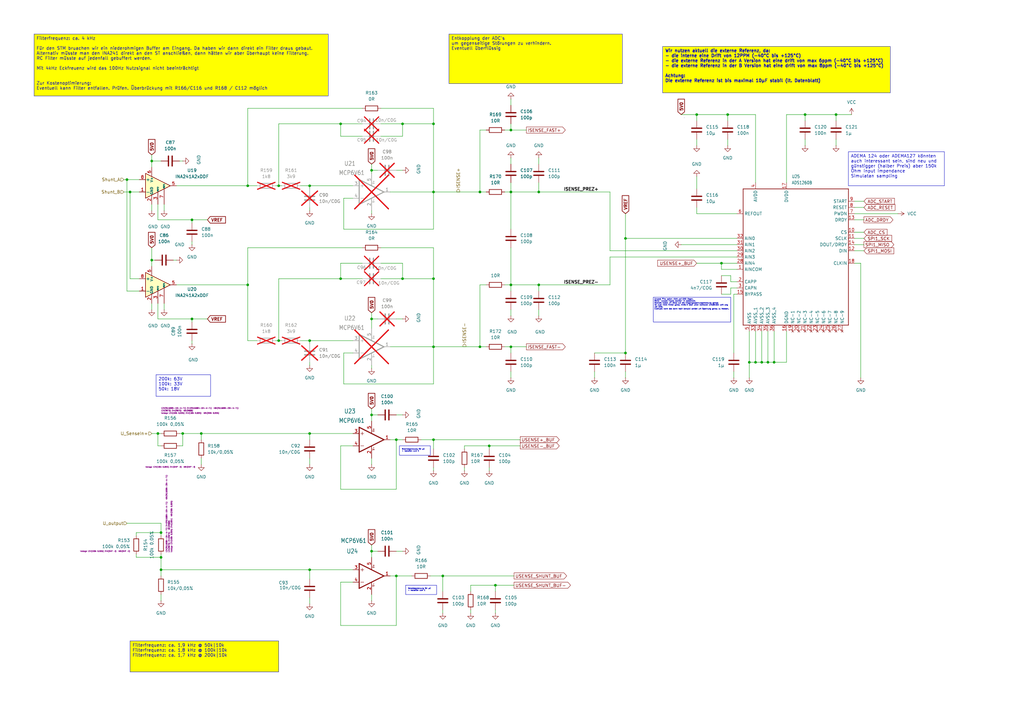
<source format=kicad_sch>
(kicad_sch
	(version 20250114)
	(generator "eeschema")
	(generator_version "9.0")
	(uuid "6f39a626-3b1c-458f-a12b-471de333bac4")
	(paper "A3")
	(title_block
		(title "Voltage and Current Measurement")
		(company "ECS Falko Jahn e.K.")
	)
	(lib_symbols
		(symbol "Amplifier_Current:INA241A2xDDF"
			(pin_names
				(offset 0.127)
			)
			(exclude_from_sim no)
			(in_bom yes)
			(on_board yes)
			(property "Reference" "U"
				(at 3.81 3.81 0)
				(effects
					(font
						(size 1.27 1.27)
					)
					(justify left)
				)
			)
			(property "Value" "INA241A2xDDF"
				(at 3.81 -2.54 0)
				(effects
					(font
						(size 1.27 1.27)
					)
					(justify left)
				)
			)
			(property "Footprint" "Package_TO_SOT_SMD:SOT-23-8"
				(at 0 -16.51 0)
				(effects
					(font
						(size 1.27 1.27)
					)
					(hide yes)
				)
			)
			(property "Datasheet" "https://www.ti.com/lit/ds/symlink/ina241b.pdf"
				(at 3.81 3.81 0)
				(effects
					(font
						(size 1.27 1.27)
					)
					(hide yes)
				)
			)
			(property "Description" "High- and Low-Side, Bidirectional, Zero-Drift, Current-Sense Amplifier With Enhanced PWM Rejection, 20V/V, ±0.01% Gain Accuracy, ±10 μV Offset Voltage, SOT-23-8"
				(at 0 0 0)
				(effects
					(font
						(size 1.27 1.27)
					)
					(hide yes)
				)
			)
			(property "ki_keywords" "current monitor shunt sensor bidirectional high low"
				(at 0 0 0)
				(effects
					(font
						(size 1.27 1.27)
					)
					(hide yes)
				)
			)
			(property "ki_fp_filters" "SOT?23*"
				(at 0 0 0)
				(effects
					(font
						(size 1.27 1.27)
					)
					(hide yes)
				)
			)
			(symbol "INA241A2xDDF_0_1"
				(polyline
					(pts
						(xy 5.08 0) (xy -5.08 5.08) (xy -5.08 -5.08) (xy 5.08 0)
					)
					(stroke
						(width 0.254)
						(type default)
					)
					(fill
						(type background)
					)
				)
			)
			(symbol "INA241A2xDDF_1_1"
				(pin input line
					(at -7.62 2.54 0)
					(length 2.54)
					(name "+"
						(effects
							(font
								(size 1.27 1.27)
							)
						)
					)
					(number "8"
						(effects
							(font
								(size 1.27 1.27)
							)
						)
					)
				)
				(pin input line
					(at -7.62 -2.54 0)
					(length 2.54)
					(name "-"
						(effects
							(font
								(size 1.27 1.27)
							)
						)
					)
					(number "1"
						(effects
							(font
								(size 1.27 1.27)
							)
						)
					)
				)
				(pin power_in line
					(at -2.54 7.62 270)
					(length 3.81)
					(name "V+"
						(effects
							(font
								(size 1.016 1.016)
							)
						)
					)
					(number "6"
						(effects
							(font
								(size 1.27 1.27)
							)
						)
					)
				)
				(pin power_in line
					(at -2.54 -7.62 90)
					(length 3.81)
					(name "GND"
						(effects
							(font
								(size 1.016 1.016)
							)
						)
					)
					(number "2"
						(effects
							(font
								(size 1.27 1.27)
							)
						)
					)
				)
				(pin passive line
					(at -2.54 -7.62 90)
					(length 3.81)
					(hide yes)
					(name "GND"
						(effects
							(font
								(size 1.016 1.016)
							)
						)
					)
					(number "4"
						(effects
							(font
								(size 1.27 1.27)
							)
						)
					)
				)
				(pin passive line
					(at 0 -7.62 90)
					(length 5.08)
					(name "REF2"
						(effects
							(font
								(size 0.508 0.508)
							)
						)
					)
					(number "3"
						(effects
							(font
								(size 1.27 1.27)
							)
						)
					)
				)
				(pin passive line
					(at 2.54 -7.62 90)
					(length 6.35)
					(name "REF1"
						(effects
							(font
								(size 0.508 0.508)
							)
						)
					)
					(number "7"
						(effects
							(font
								(size 1.27 1.27)
							)
						)
					)
				)
				(pin output line
					(at 7.62 0 180)
					(length 2.54)
					(name "~"
						(effects
							(font
								(size 1.27 1.27)
							)
						)
					)
					(number "5"
						(effects
							(font
								(size 1.27 1.27)
							)
						)
					)
				)
			)
			(embedded_fonts no)
		)
		(symbol "Device:C"
			(pin_numbers
				(hide yes)
			)
			(pin_names
				(offset 0.254)
			)
			(exclude_from_sim no)
			(in_bom yes)
			(on_board yes)
			(property "Reference" "C"
				(at 0.635 2.54 0)
				(effects
					(font
						(size 1.27 1.27)
					)
					(justify left)
				)
			)
			(property "Value" "C"
				(at 0.635 -2.54 0)
				(effects
					(font
						(size 1.27 1.27)
					)
					(justify left)
				)
			)
			(property "Footprint" ""
				(at 0.9652 -3.81 0)
				(effects
					(font
						(size 1.27 1.27)
					)
					(hide yes)
				)
			)
			(property "Datasheet" "~"
				(at 0 0 0)
				(effects
					(font
						(size 1.27 1.27)
					)
					(hide yes)
				)
			)
			(property "Description" "Unpolarized capacitor"
				(at 0 0 0)
				(effects
					(font
						(size 1.27 1.27)
					)
					(hide yes)
				)
			)
			(property "ki_keywords" "cap capacitor"
				(at 0 0 0)
				(effects
					(font
						(size 1.27 1.27)
					)
					(hide yes)
				)
			)
			(property "ki_fp_filters" "C_*"
				(at 0 0 0)
				(effects
					(font
						(size 1.27 1.27)
					)
					(hide yes)
				)
			)
			(symbol "C_0_1"
				(polyline
					(pts
						(xy -2.032 0.762) (xy 2.032 0.762)
					)
					(stroke
						(width 0.508)
						(type default)
					)
					(fill
						(type none)
					)
				)
				(polyline
					(pts
						(xy -2.032 -0.762) (xy 2.032 -0.762)
					)
					(stroke
						(width 0.508)
						(type default)
					)
					(fill
						(type none)
					)
				)
			)
			(symbol "C_1_1"
				(pin passive line
					(at 0 3.81 270)
					(length 2.794)
					(name "~"
						(effects
							(font
								(size 1.27 1.27)
							)
						)
					)
					(number "1"
						(effects
							(font
								(size 1.27 1.27)
							)
						)
					)
				)
				(pin passive line
					(at 0 -3.81 90)
					(length 2.794)
					(name "~"
						(effects
							(font
								(size 1.27 1.27)
							)
						)
					)
					(number "2"
						(effects
							(font
								(size 1.27 1.27)
							)
						)
					)
				)
			)
			(embedded_fonts no)
		)
		(symbol "Device:R"
			(pin_numbers
				(hide yes)
			)
			(pin_names
				(offset 0)
			)
			(exclude_from_sim no)
			(in_bom yes)
			(on_board yes)
			(property "Reference" "R"
				(at 2.032 0 90)
				(effects
					(font
						(size 1.27 1.27)
					)
				)
			)
			(property "Value" "R"
				(at 0 0 90)
				(effects
					(font
						(size 1.27 1.27)
					)
				)
			)
			(property "Footprint" ""
				(at -1.778 0 90)
				(effects
					(font
						(size 1.27 1.27)
					)
					(hide yes)
				)
			)
			(property "Datasheet" "~"
				(at 0 0 0)
				(effects
					(font
						(size 1.27 1.27)
					)
					(hide yes)
				)
			)
			(property "Description" "Resistor"
				(at 0 0 0)
				(effects
					(font
						(size 1.27 1.27)
					)
					(hide yes)
				)
			)
			(property "ki_keywords" "R res resistor"
				(at 0 0 0)
				(effects
					(font
						(size 1.27 1.27)
					)
					(hide yes)
				)
			)
			(property "ki_fp_filters" "R_*"
				(at 0 0 0)
				(effects
					(font
						(size 1.27 1.27)
					)
					(hide yes)
				)
			)
			(symbol "R_0_1"
				(rectangle
					(start -1.016 -2.54)
					(end 1.016 2.54)
					(stroke
						(width 0.254)
						(type default)
					)
					(fill
						(type none)
					)
				)
			)
			(symbol "R_1_1"
				(pin passive line
					(at 0 3.81 270)
					(length 1.27)
					(name "~"
						(effects
							(font
								(size 1.27 1.27)
							)
						)
					)
					(number "1"
						(effects
							(font
								(size 1.27 1.27)
							)
						)
					)
				)
				(pin passive line
					(at 0 -3.81 90)
					(length 1.27)
					(name "~"
						(effects
							(font
								(size 1.27 1.27)
							)
						)
					)
					(number "2"
						(effects
							(font
								(size 1.27 1.27)
							)
						)
					)
				)
			)
			(embedded_fonts no)
		)
		(symbol "myADC:ADS1260"
			(exclude_from_sim no)
			(in_bom yes)
			(on_board yes)
			(property "Reference" "U22"
				(at 7.2741 25.4 0)
				(effects
					(font
						(size 1.27 1.0795)
					)
					(justify left)
				)
			)
			(property "Value" "ADS1260B"
				(at 7.2741 22.86 0)
				(effects
					(font
						(size 1.27 1.0795)
					)
					(justify left)
				)
			)
			(property "Footprint" "greenMeter_v3:ADS1260_VQFN-32"
				(at 0 0 0)
				(effects
					(font
						(size 1.27 1.27)
					)
					(hide yes)
				)
			)
			(property "Datasheet" "https://www.ti.com/lit/ds/symlink/ads1260.pdf?ts=1736592347563"
				(at 0 0 0)
				(effects
					(font
						(size 1.27 1.27)
					)
					(hide yes)
				)
			)
			(property "Description" "ADS1260BIRHBT A/D WANDLER 5-CH 24bit 40 kS/s 2.7V to 5.25V VQFN-32 SMD"
				(at 0 0 0)
				(effects
					(font
						(size 1.27 1.27)
					)
					(hide yes)
				)
			)
			(property "ECS Art#" "IC289"
				(at 0 0 0)
				(effects
					(font
						(size 1.27 1.27)
					)
					(hide yes)
				)
			)
			(property "HAN" "ADS1260BIRHBT"
				(at 0 0 0)
				(effects
					(font
						(size 1.27 1.27)
					)
					(hide yes)
				)
			)
			(property "Voltage" ""
				(at 0 0 0)
				(effects
					(font
						(size 1.27 1.27)
					)
					(hide yes)
				)
			)
			(property "Toleranz" ""
				(at 0 0 0)
				(effects
					(font
						(size 1.27 1.27)
					)
					(hide yes)
				)
			)
			(property "Hersteller" "TI"
				(at 0 0 0)
				(effects
					(font
						(size 1.27 1.27)
					)
					(hide yes)
				)
			)
			(property "Field-1" ""
				(at 0 0 0)
				(effects
					(font
						(size 1.27 1.27)
					)
					(hide yes)
				)
			)
			(property "Sim.Device" ""
				(at 0 0 0)
				(effects
					(font
						(size 1.27 1.27)
					)
					(hide yes)
				)
			)
			(property "Sim.Pins" ""
				(at 0 0 0)
				(effects
					(font
						(size 1.27 1.27)
					)
					(hide yes)
				)
			)
			(property "ki_locked" ""
				(at 0 0 0)
				(effects
					(font
						(size 1.27 1.27)
					)
				)
			)
			(symbol "ADS1260_1_0"
				(polyline
					(pts
						(xy -12.7 20.32) (xy -12.7 -35.56)
					)
					(stroke
						(width 0.254)
						(type solid)
					)
					(fill
						(type none)
					)
				)
				(polyline
					(pts
						(xy -12.7 -35.56) (xy 30.48 -35.56)
					)
					(stroke
						(width 0.254)
						(type solid)
					)
					(fill
						(type none)
					)
				)
				(polyline
					(pts
						(xy 30.48 20.32) (xy -12.7 20.32)
					)
					(stroke
						(width 0.254)
						(type solid)
					)
					(fill
						(type none)
					)
				)
				(polyline
					(pts
						(xy 30.48 -35.56) (xy 30.48 20.32)
					)
					(stroke
						(width 0.254)
						(type solid)
					)
					(fill
						(type none)
					)
				)
				(pin power_out line
					(at -15.24 10.16 0)
					(length 2.54)
					(name "REFOUT"
						(effects
							(font
								(size 1.27 1.27)
							)
						)
					)
					(number "6"
						(effects
							(font
								(size 1.27 1.27)
							)
						)
					)
				)
				(pin input line
					(at -15.24 0 0)
					(length 2.54)
					(name "AIN0"
						(effects
							(font
								(size 1.27 1.27)
							)
						)
					)
					(number "32"
						(effects
							(font
								(size 1.27 1.27)
							)
						)
					)
				)
				(pin input line
					(at -15.24 -2.54 0)
					(length 2.54)
					(name "AIN1"
						(effects
							(font
								(size 1.27 1.27)
							)
						)
					)
					(number "31"
						(effects
							(font
								(size 1.27 1.27)
							)
						)
					)
				)
				(pin input line
					(at -15.24 -5.08 0)
					(length 2.54)
					(name "AIN2"
						(effects
							(font
								(size 1.27 1.27)
							)
						)
					)
					(number "30"
						(effects
							(font
								(size 1.27 1.27)
							)
						)
					)
				)
				(pin input line
					(at -15.24 -7.62 0)
					(length 2.54)
					(name "AIN3"
						(effects
							(font
								(size 1.27 1.27)
							)
						)
					)
					(number "29"
						(effects
							(font
								(size 1.27 1.27)
							)
						)
					)
				)
				(pin input line
					(at -15.24 -10.16 0)
					(length 2.54)
					(name "AIN4"
						(effects
							(font
								(size 1.27 1.27)
							)
						)
					)
					(number "28"
						(effects
							(font
								(size 1.27 1.27)
							)
						)
					)
				)
				(pin input line
					(at -15.24 -12.7 0)
					(length 2.54)
					(name "AINCOM"
						(effects
							(font
								(size 1.27 1.27)
							)
						)
					)
					(number "1"
						(effects
							(font
								(size 1.27 1.27)
							)
						)
					)
				)
				(pin passive line
					(at -15.24 -17.78 0)
					(length 2.54)
					(name "CAPP"
						(effects
							(font
								(size 1.27 1.27)
							)
						)
					)
					(number "2"
						(effects
							(font
								(size 1.27 1.27)
							)
						)
					)
				)
				(pin passive line
					(at -15.24 -20.32 0)
					(length 2.54)
					(name "CAPN"
						(effects
							(font
								(size 1.27 1.27)
							)
						)
					)
					(number "3"
						(effects
							(font
								(size 1.27 1.27)
							)
						)
					)
				)
				(pin output line
					(at -15.24 -22.86 0)
					(length 2.54)
					(name "BYPASS"
						(effects
							(font
								(size 1.27 1.27)
							)
						)
					)
					(number "15"
						(effects
							(font
								(size 1.27 1.27)
							)
						)
					)
				)
				(pin power_in line
					(at -10.16 -38.1 90)
					(length 2.54)
					(name "AVSS"
						(effects
							(font
								(size 1.27 1.27)
							)
						)
					)
					(number "5"
						(effects
							(font
								(size 1.27 1.27)
							)
						)
					)
				)
				(pin power_in line
					(at -7.62 22.86 270)
					(length 2.54)
					(name "AVDD"
						(effects
							(font
								(size 1.27 1.27)
							)
						)
					)
					(number "4"
						(effects
							(font
								(size 1.27 1.27)
							)
						)
					)
				)
				(pin power_in line
					(at -7.62 -38.1 90)
					(length 2.54)
					(name "AVSS_1"
						(effects
							(font
								(size 1.27 1.27)
							)
						)
					)
					(number "33"
						(effects
							(font
								(size 1.27 1.27)
							)
						)
					)
				)
				(pin power_in line
					(at -5.08 -38.1 90)
					(length 2.54)
					(name "AVSS_2"
						(effects
							(font
								(size 1.27 1.27)
							)
						)
					)
					(number "34"
						(effects
							(font
								(size 1.27 1.27)
							)
						)
					)
				)
				(pin power_in line
					(at -2.54 -38.1 90)
					(length 2.54)
					(name "AVSS_3"
						(effects
							(font
								(size 1.27 1.27)
							)
						)
					)
					(number "35"
						(effects
							(font
								(size 1.27 1.27)
							)
						)
					)
				)
				(pin power_in line
					(at 0 -38.1 90)
					(length 2.54)
					(name "AVSS_4"
						(effects
							(font
								(size 1.27 1.27)
							)
						)
					)
					(number "36"
						(effects
							(font
								(size 1.27 1.27)
							)
						)
					)
				)
				(pin power_in line
					(at 5.08 22.86 270)
					(length 2.54)
					(name "DVDD"
						(effects
							(font
								(size 1.27 1.27)
							)
						)
					)
					(number "17"
						(effects
							(font
								(size 1.27 1.27)
							)
						)
					)
				)
				(pin power_in line
					(at 5.08 -38.1 90)
					(length 2.54)
					(name "DGND"
						(effects
							(font
								(size 1.27 1.27)
							)
						)
					)
					(number "16"
						(effects
							(font
								(size 1.27 1.27)
							)
						)
					)
				)
				(pin no_connect line
					(at 7.62 -38.1 90)
					(length 2.54)
					(name "NC-1"
						(effects
							(font
								(size 1.27 1.27)
							)
						)
					)
					(number "19"
						(effects
							(font
								(size 1.27 1.27)
							)
						)
					)
				)
				(pin no_connect line
					(at 10.16 -38.1 90)
					(length 2.54)
					(name "NC-2"
						(effects
							(font
								(size 1.27 1.27)
							)
						)
					)
					(number "20"
						(effects
							(font
								(size 1.27 1.27)
							)
						)
					)
				)
				(pin no_connect line
					(at 12.7 -38.1 90)
					(length 2.54)
					(name "NC-3"
						(effects
							(font
								(size 1.27 1.27)
							)
						)
					)
					(number "21"
						(effects
							(font
								(size 1.27 1.27)
							)
						)
					)
				)
				(pin no_connect line
					(at 15.24 -38.1 90)
					(length 2.54)
					(name "NC-4"
						(effects
							(font
								(size 1.27 1.27)
							)
						)
					)
					(number "22"
						(effects
							(font
								(size 1.27 1.27)
							)
						)
					)
				)
				(pin no_connect line
					(at 17.78 -38.1 90)
					(length 2.54)
					(name "NC-5"
						(effects
							(font
								(size 1.27 1.27)
							)
						)
					)
					(number "23"
						(effects
							(font
								(size 1.27 1.27)
							)
						)
					)
				)
				(pin no_connect line
					(at 20.32 -38.1 90)
					(length 2.54)
					(name "NC-6"
						(effects
							(font
								(size 1.27 1.27)
							)
						)
					)
					(number "24"
						(effects
							(font
								(size 1.27 1.27)
							)
						)
					)
				)
				(pin no_connect line
					(at 22.86 -38.1 90)
					(length 2.54)
					(name "NC-7"
						(effects
							(font
								(size 1.27 1.27)
							)
						)
					)
					(number "25"
						(effects
							(font
								(size 1.27 1.27)
							)
						)
					)
				)
				(pin no_connect line
					(at 25.4 -38.1 90)
					(length 2.54)
					(name "NC-8"
						(effects
							(font
								(size 1.27 1.27)
							)
						)
					)
					(number "26"
						(effects
							(font
								(size 1.27 1.27)
							)
						)
					)
				)
				(pin no_connect line
					(at 27.94 -38.1 90)
					(length 2.54)
					(name "NC-9"
						(effects
							(font
								(size 1.27 1.27)
							)
						)
					)
					(number "27"
						(effects
							(font
								(size 1.27 1.27)
							)
						)
					)
				)
				(pin input line
					(at 33.02 15.24 180)
					(length 2.54)
					(name "START"
						(effects
							(font
								(size 1.27 1.27)
							)
						)
					)
					(number "9"
						(effects
							(font
								(size 1.27 1.27)
							)
						)
					)
				)
				(pin input line
					(at 33.02 12.7 180)
					(length 2.54)
					(name "RESET"
						(effects
							(font
								(size 1.27 1.27)
							)
						)
					)
					(number "8"
						(effects
							(font
								(size 1.27 1.27)
							)
						)
					)
				)
				(pin input line
					(at 33.02 10.16 180)
					(length 2.54)
					(name "PWDN"
						(effects
							(font
								(size 1.27 1.27)
							)
						)
					)
					(number "7"
						(effects
							(font
								(size 1.27 1.27)
							)
						)
					)
				)
				(pin output line
					(at 33.02 7.62 180)
					(length 2.54)
					(name "DRDY"
						(effects
							(font
								(size 1.27 1.27)
							)
						)
					)
					(number "13"
						(effects
							(font
								(size 1.27 1.27)
							)
						)
					)
				)
				(pin input line
					(at 33.02 2.54 180)
					(length 2.54)
					(name "CS"
						(effects
							(font
								(size 1.27 1.27)
							)
						)
					)
					(number "10"
						(effects
							(font
								(size 1.27 1.27)
							)
						)
					)
				)
				(pin input line
					(at 33.02 0 180)
					(length 2.54)
					(name "SCLK"
						(effects
							(font
								(size 1.27 1.27)
							)
						)
					)
					(number "11"
						(effects
							(font
								(size 1.27 1.27)
							)
						)
					)
				)
				(pin output line
					(at 33.02 -2.54 180)
					(length 2.54)
					(name "DOUT/DRDY"
						(effects
							(font
								(size 1.27 1.27)
							)
						)
					)
					(number "14"
						(effects
							(font
								(size 1.27 1.27)
							)
						)
					)
				)
				(pin input line
					(at 33.02 -5.08 180)
					(length 2.54)
					(name "DIN"
						(effects
							(font
								(size 1.27 1.27)
							)
						)
					)
					(number "12"
						(effects
							(font
								(size 1.27 1.27)
							)
						)
					)
				)
				(pin input line
					(at 33.02 -10.16 180)
					(length 2.54)
					(name "CLKIN"
						(effects
							(font
								(size 1.27 1.27)
							)
						)
					)
					(number "18"
						(effects
							(font
								(size 1.27 1.27)
							)
						)
					)
				)
			)
			(embedded_fonts no)
		)
		(symbol "myGreenMeterLibInport:S08_MCP601OT"
			(exclude_from_sim no)
			(in_bom yes)
			(on_board yes)
			(property "Reference" "IC"
				(at 2.54 3.175 0)
				(effects
					(font
						(size 1.778 1.5113)
					)
					(justify left bottom)
				)
			)
			(property "Value" ""
				(at 2.54 -5.08 0)
				(effects
					(font
						(size 1.778 1.5113)
					)
					(justify left bottom)
				)
			)
			(property "Footprint" "greenMeter_v3:S08_SOT23-5"
				(at 0 0 0)
				(effects
					(font
						(size 1.27 1.27)
					)
					(hide yes)
				)
			)
			(property "Datasheet" ""
				(at 0 0 0)
				(effects
					(font
						(size 1.27 1.27)
					)
					(hide yes)
				)
			)
			(property "Description" "Single Op Amp 2.7V to 6.0V Single Supply CMOS\n\nSource: http://ww1.microchip.com/downloads/en/DeviceDoc/21314g.pdf"
				(at 0 0 0)
				(effects
					(font
						(size 1.27 1.27)
					)
					(hide yes)
				)
			)
			(property "ki_locked" ""
				(at 0 0 0)
				(effects
					(font
						(size 1.27 1.27)
					)
				)
			)
			(symbol "S08_MCP601OT_1_0"
				(polyline
					(pts
						(xy -5.08 5.08) (xy -5.08 -5.08)
					)
					(stroke
						(width 0.4064)
						(type solid)
					)
					(fill
						(type none)
					)
				)
				(polyline
					(pts
						(xy -5.08 -5.08) (xy 5.08 0)
					)
					(stroke
						(width 0.4064)
						(type solid)
					)
					(fill
						(type none)
					)
				)
				(polyline
					(pts
						(xy -4.445 2.54) (xy -3.175 2.54)
					)
					(stroke
						(width 0.1524)
						(type solid)
					)
					(fill
						(type none)
					)
				)
				(polyline
					(pts
						(xy -4.445 -2.54) (xy -3.175 -2.54)
					)
					(stroke
						(width 0.1524)
						(type solid)
					)
					(fill
						(type none)
					)
				)
				(polyline
					(pts
						(xy -3.81 3.175) (xy -3.81 1.905)
					)
					(stroke
						(width 0.1524)
						(type solid)
					)
					(fill
						(type none)
					)
				)
				(polyline
					(pts
						(xy 5.08 0) (xy -5.08 5.08)
					)
					(stroke
						(width 0.4064)
						(type solid)
					)
					(fill
						(type none)
					)
				)
				(text "V+"
					(at 1.27 3.175 900)
					(effects
						(font
							(size 0.8128 0.6908)
						)
						(justify left bottom)
					)
				)
				(text "V-"
					(at 1.27 -4.445 900)
					(effects
						(font
							(size 0.8128 0.6908)
						)
						(justify left bottom)
					)
				)
				(pin input line
					(at -7.62 2.54 0)
					(length 2.54)
					(name "+IN"
						(effects
							(font
								(size 0 0)
							)
						)
					)
					(number "3"
						(effects
							(font
								(size 1.27 1.27)
							)
						)
					)
				)
				(pin input line
					(at -7.62 -2.54 0)
					(length 2.54)
					(name "-IN"
						(effects
							(font
								(size 0 0)
							)
						)
					)
					(number "4"
						(effects
							(font
								(size 1.27 1.27)
							)
						)
					)
				)
				(pin power_in line
					(at 0 7.62 270)
					(length 5.08)
					(name "V+"
						(effects
							(font
								(size 0 0)
							)
						)
					)
					(number "5"
						(effects
							(font
								(size 1.27 1.27)
							)
						)
					)
				)
				(pin power_in line
					(at 0 -7.62 90)
					(length 5.08)
					(name "V-"
						(effects
							(font
								(size 0 0)
							)
						)
					)
					(number "2"
						(effects
							(font
								(size 1.27 1.27)
							)
						)
					)
				)
				(pin output line
					(at 7.62 0 180)
					(length 2.54)
					(name "OUT"
						(effects
							(font
								(size 0 0)
							)
						)
					)
					(number "1"
						(effects
							(font
								(size 1.27 1.27)
							)
						)
					)
				)
			)
			(embedded_fonts no)
		)
		(symbol "power:GND"
			(power)
			(pin_numbers
				(hide yes)
			)
			(pin_names
				(offset 0)
				(hide yes)
			)
			(exclude_from_sim no)
			(in_bom yes)
			(on_board yes)
			(property "Reference" "#PWR"
				(at 0 -6.35 0)
				(effects
					(font
						(size 1.27 1.27)
					)
					(hide yes)
				)
			)
			(property "Value" "GND"
				(at 0 -3.81 0)
				(effects
					(font
						(size 1.27 1.27)
					)
				)
			)
			(property "Footprint" ""
				(at 0 0 0)
				(effects
					(font
						(size 1.27 1.27)
					)
					(hide yes)
				)
			)
			(property "Datasheet" ""
				(at 0 0 0)
				(effects
					(font
						(size 1.27 1.27)
					)
					(hide yes)
				)
			)
			(property "Description" "Power symbol creates a global label with name \"GND\" , ground"
				(at 0 0 0)
				(effects
					(font
						(size 1.27 1.27)
					)
					(hide yes)
				)
			)
			(property "ki_keywords" "global power"
				(at 0 0 0)
				(effects
					(font
						(size 1.27 1.27)
					)
					(hide yes)
				)
			)
			(symbol "GND_0_1"
				(polyline
					(pts
						(xy 0 0) (xy 0 -1.27) (xy 1.27 -1.27) (xy 0 -2.54) (xy -1.27 -1.27) (xy 0 -1.27)
					)
					(stroke
						(width 0)
						(type default)
					)
					(fill
						(type none)
					)
				)
			)
			(symbol "GND_1_1"
				(pin power_in line
					(at 0 0 270)
					(length 0)
					(name "~"
						(effects
							(font
								(size 1.27 1.27)
							)
						)
					)
					(number "1"
						(effects
							(font
								(size 1.27 1.27)
							)
						)
					)
				)
			)
			(embedded_fonts no)
		)
		(symbol "power:VCC"
			(power)
			(pin_numbers
				(hide yes)
			)
			(pin_names
				(offset 0)
				(hide yes)
			)
			(exclude_from_sim no)
			(in_bom yes)
			(on_board yes)
			(property "Reference" "#PWR"
				(at 0 -3.81 0)
				(effects
					(font
						(size 1.27 1.27)
					)
					(hide yes)
				)
			)
			(property "Value" "VCC"
				(at 0 3.556 0)
				(effects
					(font
						(size 1.27 1.27)
					)
				)
			)
			(property "Footprint" ""
				(at 0 0 0)
				(effects
					(font
						(size 1.27 1.27)
					)
					(hide yes)
				)
			)
			(property "Datasheet" ""
				(at 0 0 0)
				(effects
					(font
						(size 1.27 1.27)
					)
					(hide yes)
				)
			)
			(property "Description" "Power symbol creates a global label with name \"VCC\""
				(at 0 0 0)
				(effects
					(font
						(size 1.27 1.27)
					)
					(hide yes)
				)
			)
			(property "ki_keywords" "global power"
				(at 0 0 0)
				(effects
					(font
						(size 1.27 1.27)
					)
					(hide yes)
				)
			)
			(symbol "VCC_0_1"
				(polyline
					(pts
						(xy -0.762 1.27) (xy 0 2.54)
					)
					(stroke
						(width 0)
						(type default)
					)
					(fill
						(type none)
					)
				)
				(polyline
					(pts
						(xy 0 2.54) (xy 0.762 1.27)
					)
					(stroke
						(width 0)
						(type default)
					)
					(fill
						(type none)
					)
				)
				(polyline
					(pts
						(xy 0 0) (xy 0 2.54)
					)
					(stroke
						(width 0)
						(type default)
					)
					(fill
						(type none)
					)
				)
			)
			(symbol "VCC_1_1"
				(pin power_in line
					(at 0 0 90)
					(length 0)
					(name "~"
						(effects
							(font
								(size 1.27 1.27)
							)
						)
					)
					(number "1"
						(effects
							(font
								(size 1.27 1.27)
							)
						)
					)
				)
			)
			(embedded_fonts no)
		)
	)
	(text_box "Filterfrequenz: ca. 4 kHz\n\nFür den STM bruachen wir ein niederohmigen Buffer am Eingang. Da haben wir dann direkt ein Filter draus gebaut.\nAlternativ müsste man den INA241 direkt an den ST anschließen, dann hätten wir aber überhaupt keine Filterung.\nRC Filter müsste auf jedenfall gebuffert werden.\n\nMit 4kHz Eckfreuenz wird das 100Hz Nutzsignal nicht beeinträchtigt\n\n\nZur Kostenoptimierung:\nEventuell kann Filter entfallen. Prüfen. Überbrückung mit R166/C116 und R168 / C112 möglich\n"
		(exclude_from_sim no)
		(at 13.97 13.97 0)
		(size 120.65 25.4)
		(margins 0.9525 0.9525 0.9525 0.9525)
		(stroke
			(width 0)
			(type solid)
		)
		(fill
			(type color)
			(color 255 255 0 1)
		)
		(effects
			(font
				(size 1.27 1.27)
			)
			(justify left top)
		)
		(uuid "2bfec4a0-23ce-4760-b611-0ca2c9447dd3")
	)
	(text_box "200k: 63V\n100k: 33V\n50k: 18V"
		(exclude_from_sim no)
		(at 64.008 153.67 0)
		(size 22.352 8.89)
		(margins 0.9525 0.9525 0.9525 0.9525)
		(stroke
			(width 0)
			(type default)
		)
		(fill
			(type none)
		)
		(effects
			(font
				(size 1.27 1.27)
			)
			(justify left top)
		)
		(uuid "32edee20-2b73-4c8c-9586-9a1e84636c85")
	)
	(text_box "Entkopplung der ADC's \num gegenseitige Störungen zu verhindern.\nEventuell überflüssig"
		(exclude_from_sim no)
		(at 184.15 13.97 0)
		(size 71.12 20.32)
		(margins 0.9525 0.9525 0.9525 0.9525)
		(stroke
			(width 0)
			(type solid)
		)
		(fill
			(type color)
			(color 255 255 0 1)
		)
		(effects
			(font
				(size 1.27 1.27)
			)
			(justify left top)
		)
		(uuid "3fbc7c46-4651-4222-83c8-7efe47fcb5c6")
	)
	(text_box "Strombegrenzung für µC\n+ Isolation zum C"
		(exclude_from_sim no)
		(at 163.83 182.88 0)
		(size 12.7 3.81)
		(margins 0.9525 0.9525 0.9525 0.9525)
		(stroke
			(width 0)
			(type solid)
		)
		(fill
			(type none)
		)
		(effects
			(font
				(size 0.5 0.5)
			)
			(justify left top)
		)
		(uuid "53e53b2b-4aaf-45a4-8e59-cbbb4a2f12b7")
	)
	(text_box "ADEMA 124 oder ADEMA127 könnten auch interessant sein, sind neu und günstigger (halber Preis) aber 150k Ohm input Impendance\nSimulatan sampling "
		(exclude_from_sim no)
		(at 347.98 62.23 0)
		(size 39.37 13.97)
		(margins 0.9525 0.9525 0.9525 0.9525)
		(stroke
			(width 0)
			(type solid)
		)
		(fill
			(type none)
		)
		(effects
			(font
				(size 1.27 1.27)
			)
			(justify left top)
		)
		(uuid "55ac3487-c83a-4329-8ea7-cb614e7715b5")
	)
	(text_box "Filterfrequenz: ca. 1,9 kHz @ 50k|10k\nFilterfrequenz: ca. 1,8 kHz @ 100k|10k\nFilterfrequenz: ca. 1,7 kHz @ 200k|10k\n"
		(exclude_from_sim no)
		(at 53.34 262.89 0)
		(size 60.96 12.7)
		(margins 0.9525 0.9525 0.9525 0.9525)
		(stroke
			(width 0)
			(type solid)
		)
		(fill
			(type color)
			(color 255 255 0 1)
		)
		(effects
			(font
				(size 1.27 1.27)
			)
			(justify left top)
		)
		(uuid "6cc16098-8004-40be-951c-7190715b7112")
	)
	(text_box ""
		(exclude_from_sim no)
		(at 280.67 48.26 0)
		(size 0 0)
		(margins 0.9525 0.9525 0.9525 0.9525)
		(stroke
			(width 0)
			(type default)
		)
		(fill
			(type color)
			(color 255 255 0 1)
		)
		(effects
			(font
				(size 1.27 1.27)
				(thickness 0.254)
				(bold yes)
			)
			(justify left top)
		)
		(uuid "8a73d586-5cad-445c-85c3-4840a8d3e315")
	)
	(text_box "Unused Pins sollen nicht auf GND liegen.\nSiehe \"unused inputs section\" in datasheet.\nDeshalb haben wir diese auf die Eingangsspannungsmessung gelegt.\nIst zwar nicht immer genau AVDD/2 aber unter normalen Umständen weit weg von GND.\nEventuell kann das dann noch benutzt werden um Spannung genau zu messen."
		(exclude_from_sim no)
		(at 267.97 121.92 0)
		(size 31.75 10.16)
		(margins 0.375 0.375 0.375 0.375)
		(stroke
			(width 0)
			(type default)
		)
		(fill
			(type none)
		)
		(effects
			(font
				(size 0.5 0.5)
			)
			(justify left top)
		)
		(uuid "a8a4d99b-e66b-4c3a-94b4-1ec82afce8a4")
	)
	(text_box "Strombegrenzung für µC\n+ Isolation zum C"
		(exclude_from_sim no)
		(at 166.37 240.03 0)
		(size 12.7 3.81)
		(margins 0.9525 0.9525 0.9525 0.9525)
		(stroke
			(width 0)
			(type solid)
		)
		(fill
			(type none)
		)
		(effects
			(font
				(size 0.5 0.5)
			)
			(justify left top)
		)
		(uuid "b423c2af-29c9-4843-ac2f-cca77c20106c")
	)
	(text_box "Wir nutzen aktuell die externe Referenz, da:\n- die interne eine Drift von 12PPM (-40°C bis +125°C)\n- die externe Referenz in der A Version hat eine drift von max 6ppm (-40°C bis +125°C)\n- die externe Referenz in der B Version hat eine drift von max 8ppm (-40°C bis +125°C)\n\nAchtung:\nDie externe Referenz ist bis maximal 10µF stabil (lt. Datenblatt) "
		(exclude_from_sim no)
		(at 271.78 19.05 0)
		(size 93.345 19.05)
		(margins 0.9525 0.9525 0.9525 0.9525)
		(stroke
			(width 0)
			(type default)
		)
		(fill
			(type color)
			(color 255 255 0 1)
		)
		(effects
			(font
				(size 1.27 1.27)
				(thickness 0.254)
				(bold yes)
			)
			(justify left top)
		)
		(uuid "e2717094-081a-4818-87dd-4e43ec60fceb")
	)
	(junction
		(at 295.91 107.95)
		(diameter 0)
		(color 0 0 0 0)
		(uuid "056c11f0-7540-4e23-a0cb-5153b5b4dc01")
	)
	(junction
		(at 62.23 66.04)
		(diameter 0)
		(color 0 0 0 0)
		(uuid "0607ea70-c9f7-468a-bd48-31bd26a6b109")
	)
	(junction
		(at 314.96 148.59)
		(diameter 0)
		(color 0 0 0 0)
		(uuid "06e23d9a-83c0-4def-b891-b949617ab3d8")
	)
	(junction
		(at 127 76.2)
		(diameter 0)
		(color 0 0 0 0)
		(uuid "07d829c7-7cd1-4cc1-ba56-0de20cdcdb68")
	)
	(junction
		(at 177.8 78.74)
		(diameter 0)
		(color 0 0 0 0)
		(uuid "0b4f9235-7f07-48ab-a9cc-b3bfa055c703")
	)
	(junction
		(at 78.74 90.17)
		(diameter 0)
		(color 0 0 0 0)
		(uuid "0e421bab-16b7-41d0-818e-3478d0c62366")
	)
	(junction
		(at 127 177.8)
		(diameter 0)
		(color 0 0 0 0)
		(uuid "0fd81ec2-33d7-44fa-a7b2-19111cbbc920")
	)
	(junction
		(at 82.55 177.8)
		(diameter 0)
		(color 0 0 0 0)
		(uuid "0fe494a5-02df-4a11-befb-275c416904c7")
	)
	(junction
		(at 152.4 130.81)
		(diameter 0)
		(color 0 0 0 0)
		(uuid "189453c0-c0cd-4cb5-9aaf-2b1a6876f5ef")
	)
	(junction
		(at 196.85 78.74)
		(diameter 0)
		(color 0 0 0 0)
		(uuid "27254ba3-6b99-49d4-9c38-c5cc7a776032")
	)
	(junction
		(at 66.04 233.68)
		(diameter 0)
		(color 0 0 0 0)
		(uuid "28f2788d-89a2-4122-83fc-7c9c585eaa4e")
	)
	(junction
		(at 114.3 139.7)
		(diameter 0)
		(color 0 0 0 0)
		(uuid "2cd29156-af1a-4448-8184-3a89cc266284")
	)
	(junction
		(at 200.66 182.88)
		(diameter 0)
		(color 0 0 0 0)
		(uuid "2d1e2fa8-0873-4f3a-9f27-7e913c6839fd")
	)
	(junction
		(at 127 233.68)
		(diameter 0)
		(color 0 0 0 0)
		(uuid "2e4b6164-25b7-4741-8b8c-0ec093e93d93")
	)
	(junction
		(at 78.74 130.81)
		(diameter 0)
		(color 0 0 0 0)
		(uuid "2f3fba02-9e5b-4c27-b645-6dc2e8ab8eb9")
	)
	(junction
		(at 62.23 106.68)
		(diameter 0)
		(color 0 0 0 0)
		(uuid "30a8f200-f126-431b-bc90-2f796a9e9ae7")
	)
	(junction
		(at 220.98 116.84)
		(diameter 0)
		(color 0 0 0 0)
		(uuid "34392c8c-ec69-4d50-9711-0d68ef54fd54")
	)
	(junction
		(at 317.5 148.59)
		(diameter 0)
		(color 0 0 0 0)
		(uuid "4039f0d6-5a50-48b5-9896-b1ca7178a1ea")
	)
	(junction
		(at 64.77 177.8)
		(diameter 0)
		(color 0 0 0 0)
		(uuid "4548a082-dd7a-4f05-86d6-10db0cd2e094")
	)
	(junction
		(at 152.4 170.18)
		(diameter 0)
		(color 0 0 0 0)
		(uuid "49151116-414a-48c9-803a-954f62f8f3a5")
	)
	(junction
		(at 74.93 177.8)
		(diameter 0)
		(color 0 0 0 0)
		(uuid "4d4f1c43-cf3e-46a1-b0e2-8d0da007302b")
	)
	(junction
		(at 342.9 46.99)
		(diameter 0)
		(color 0 0 0 0)
		(uuid "5f6b4ab6-3746-4fd4-962b-4e02dbd60952")
	)
	(junction
		(at 220.98 78.74)
		(diameter 0)
		(color 0 0 0 0)
		(uuid "6119d344-7589-4fe9-a976-2089651efbed")
	)
	(junction
		(at 139.7 114.3)
		(diameter 0)
		(color 0 0 0 0)
		(uuid "6f82380c-68d6-43f3-ba87-159abeb352dd")
	)
	(junction
		(at 139.7 50.8)
		(diameter 0)
		(color 0 0 0 0)
		(uuid "768b0d31-380c-4ccb-8b3c-57d3113a6af6")
	)
	(junction
		(at 127 139.7)
		(diameter 0)
		(color 0 0 0 0)
		(uuid "7d95085f-9248-436a-9da6-bf0aa3340803")
	)
	(junction
		(at 181.61 236.22)
		(diameter 0)
		(color 0 0 0 0)
		(uuid "80cee4a6-9c9d-4e19-82a4-803929cd6182")
	)
	(junction
		(at 177.8 180.34)
		(diameter 0)
		(color 0 0 0 0)
		(uuid "82f689dc-ca26-462e-bb5e-d50df5d06931")
	)
	(junction
		(at 196.85 142.24)
		(diameter 0)
		(color 0 0 0 0)
		(uuid "8d8af13e-36e3-4574-ba4f-fe466837288c")
	)
	(junction
		(at 101.6 116.84)
		(diameter 0)
		(color 0 0 0 0)
		(uuid "a5b70414-dfa4-42a4-9291-f1df72cf86a6")
	)
	(junction
		(at 66.04 228.6)
		(diameter 0)
		(color 0 0 0 0)
		(uuid "a9a70ff6-e94d-411e-9b1d-fc9192f5ec7a")
	)
	(junction
		(at 53.34 78.74)
		(diameter 0)
		(color 0 0 0 0)
		(uuid "b47cdd3e-db65-4752-ba72-b07d41699e71")
	)
	(junction
		(at 309.88 148.59)
		(diameter 0)
		(color 0 0 0 0)
		(uuid "c0e08f5c-4f30-44f0-b756-e7f2a3214ec0")
	)
	(junction
		(at 152.4 69.85)
		(diameter 0)
		(color 0 0 0 0)
		(uuid "c3991177-dea1-4f44-bcb9-3dbcd500cc92")
	)
	(junction
		(at 114.3 76.2)
		(diameter 0)
		(color 0 0 0 0)
		(uuid "c474203b-ace6-4335-992c-47138c66155a")
	)
	(junction
		(at 162.56 236.22)
		(diameter 0)
		(color 0 0 0 0)
		(uuid "c7a4f588-6e79-4e18-a9c8-2b3401ed0340")
	)
	(junction
		(at 177.8 114.3)
		(diameter 0)
		(color 0 0 0 0)
		(uuid "cbb332a5-0c75-4a1c-b531-068658bdbb8c")
	)
	(junction
		(at 209.55 142.24)
		(diameter 0)
		(color 0 0 0 0)
		(uuid "cf3d0ac6-7030-427a-a606-21d01e12928e")
	)
	(junction
		(at 177.8 142.24)
		(diameter 0)
		(color 0 0 0 0)
		(uuid "d247e327-20b5-4f15-9c81-5d81e8907bd7")
	)
	(junction
		(at 330.2 46.99)
		(diameter 0)
		(color 0 0 0 0)
		(uuid "d358f9ef-6e77-4df7-876f-3f5f83e5c671")
	)
	(junction
		(at 209.55 78.74)
		(diameter 0)
		(color 0 0 0 0)
		(uuid "d64293fd-829c-4eda-8186-b0e07f2736fe")
	)
	(junction
		(at 298.45 46.99)
		(diameter 0)
		(color 0 0 0 0)
		(uuid "d91aa2f6-e208-4918-97e1-7964e6d547c4")
	)
	(junction
		(at 162.56 180.34)
		(diameter 0)
		(color 0 0 0 0)
		(uuid "dafbc0ed-d14f-416f-b6f9-91c56957689d")
	)
	(junction
		(at 256.54 144.78)
		(diameter 0)
		(color 0 0 0 0)
		(uuid "db320f3d-948a-462c-a540-c3db714ea764")
	)
	(junction
		(at 209.55 53.34)
		(diameter 0)
		(color 0 0 0 0)
		(uuid "dc545278-f849-4445-a0d6-71503c68fd92")
	)
	(junction
		(at 312.42 148.59)
		(diameter 0)
		(color 0 0 0 0)
		(uuid "dcf465cd-2865-4f77-b3da-e6cdf22dbda7")
	)
	(junction
		(at 52.07 73.66)
		(diameter 0)
		(color 0 0 0 0)
		(uuid "df5d664f-18c5-47c2-82d3-1258e6ee6805")
	)
	(junction
		(at 177.8 50.8)
		(diameter 0)
		(color 0 0 0 0)
		(uuid "e34bddf1-aa4b-4705-936d-00611f78daad")
	)
	(junction
		(at 165.1 114.3)
		(diameter 0)
		(color 0 0 0 0)
		(uuid "e5108ada-947c-4ef3-9887-2ac68bd67a9c")
	)
	(junction
		(at 203.2 240.03)
		(diameter 0)
		(color 0 0 0 0)
		(uuid "e81e2513-4a83-41e3-93f8-b8dfbac624ef")
	)
	(junction
		(at 66.04 218.44)
		(diameter 0)
		(color 0 0 0 0)
		(uuid "e8bd4cc7-3bd9-4dbd-845d-86d3007bf551")
	)
	(junction
		(at 256.54 97.79)
		(diameter 0)
		(color 0 0 0 0)
		(uuid "ebb7bfed-d996-42db-a93f-d6a029e9498c")
	)
	(junction
		(at 209.55 116.84)
		(diameter 0)
		(color 0 0 0 0)
		(uuid "eccdac67-1a49-45e4-88d9-95895b8951f5")
	)
	(junction
		(at 285.75 46.99)
		(diameter 0)
		(color 0 0 0 0)
		(uuid "f10ce6ca-e91b-4c56-a3b5-acc286ce7654")
	)
	(junction
		(at 152.4 226.06)
		(diameter 0)
		(color 0 0 0 0)
		(uuid "f3a99678-b5c3-4994-94d8-47be741564d5")
	)
	(junction
		(at 165.1 50.8)
		(diameter 0)
		(color 0 0 0 0)
		(uuid "f40afeb0-28c3-4a89-aa49-ee3c884eb3a9")
	)
	(junction
		(at 101.6 76.2)
		(diameter 0)
		(color 0 0 0 0)
		(uuid "f6f53d66-dc34-4b0f-8aba-e05bbdb008df")
	)
	(junction
		(at 307.34 148.59)
		(diameter 0)
		(color 0 0 0 0)
		(uuid "fdef2b77-f5e0-4bfe-93c1-7cd585df0fd3")
	)
	(wire
		(pts
			(xy 64.77 90.17) (xy 78.74 90.17)
		)
		(stroke
			(width 0)
			(type default)
		)
		(uuid "0077c072-9d59-4789-828f-10f78201dc1e")
	)
	(wire
		(pts
			(xy 307.34 148.59) (xy 307.34 154.94)
		)
		(stroke
			(width 0)
			(type default)
		)
		(uuid "01a1c3f5-0aa4-44f6-803b-2058999534c0")
	)
	(wire
		(pts
			(xy 152.4 130.81) (xy 154.94 130.81)
		)
		(stroke
			(width 0)
			(type default)
		)
		(uuid "01bcf79d-63fd-4855-9ea1-b68cd693edf6")
	)
	(wire
		(pts
			(xy 78.74 90.17) (xy 85.09 90.17)
		)
		(stroke
			(width 0)
			(type default)
		)
		(uuid "02647d38-ffce-4155-bebf-562c5f529854")
	)
	(wire
		(pts
			(xy 295.91 120.65) (xy 299.72 120.65)
		)
		(stroke
			(width 0)
			(type default)
		)
		(uuid "05198af5-3132-4420-9516-499db6664a9b")
	)
	(wire
		(pts
			(xy 101.6 44.45) (xy 148.59 44.45)
		)
		(stroke
			(width 0)
			(type default)
		)
		(uuid "078738d8-2a8d-4479-8f51-3f1eac2772a2")
	)
	(wire
		(pts
			(xy 220.98 74.93) (xy 220.98 78.74)
		)
		(stroke
			(width 0)
			(type default)
		)
		(uuid "082a722e-8887-4ac8-a37c-e128fd0cd112")
	)
	(wire
		(pts
			(xy 66.04 218.44) (xy 66.04 219.71)
		)
		(stroke
			(width 0)
			(type default)
		)
		(uuid "08a6a516-487b-4f62-a09a-3a2d012f8536")
	)
	(wire
		(pts
			(xy 144.78 182.88) (xy 139.7 182.88)
		)
		(stroke
			(width 0)
			(type default)
		)
		(uuid "095227e7-b974-4a29-b319-4d04482b75a5")
	)
	(wire
		(pts
			(xy 114.3 114.3) (xy 139.7 114.3)
		)
		(stroke
			(width 0)
			(type default)
		)
		(uuid "0ae4c3c3-ce28-4829-9546-8165b79fa8f9")
	)
	(wire
		(pts
			(xy 72.39 116.84) (xy 101.6 116.84)
		)
		(stroke
			(width 0)
			(type default)
		)
		(uuid "0afdde6a-eb78-448e-b6d0-67e9088a5bd6")
	)
	(wire
		(pts
			(xy 66.04 233.68) (xy 127 233.68)
		)
		(stroke
			(width 0)
			(type default)
		)
		(uuid "0b7a0089-6219-4720-9477-ca0413ffeb81")
	)
	(wire
		(pts
			(xy 66.04 228.6) (xy 66.04 233.68)
		)
		(stroke
			(width 0)
			(type default)
		)
		(uuid "0e4da77b-4216-4584-9991-bcb61e441efd")
	)
	(wire
		(pts
			(xy 140.97 81.28) (xy 144.78 81.28)
		)
		(stroke
			(width 0)
			(type default)
		)
		(uuid "103c5c0e-1378-48b0-b22a-fb46933cb1c1")
	)
	(wire
		(pts
			(xy 302.26 102.87) (xy 250.19 102.87)
		)
		(stroke
			(width 0)
			(type default)
		)
		(uuid "112cd086-8630-4d91-80b1-2970438e47bd")
	)
	(wire
		(pts
			(xy 62.23 63.5) (xy 62.23 66.04)
		)
		(stroke
			(width 0)
			(type default)
		)
		(uuid "1210524e-428c-4599-bdd6-b1a0cf374e02")
	)
	(wire
		(pts
			(xy 300.99 152.4) (xy 300.99 154.94)
		)
		(stroke
			(width 0)
			(type default)
		)
		(uuid "1533b1f2-5dd1-4287-b799-093993a3d01d")
	)
	(wire
		(pts
			(xy 196.85 142.24) (xy 196.85 116.84)
		)
		(stroke
			(width 0)
			(type default)
		)
		(uuid "1576b01d-9b11-47f6-a597-a1dbde679377")
	)
	(wire
		(pts
			(xy 309.88 46.99) (xy 309.88 74.93)
		)
		(stroke
			(width 0)
			(type default)
		)
		(uuid "17f2c347-6f2e-40d3-8130-f8d444b46bef")
	)
	(wire
		(pts
			(xy 152.4 223.52) (xy 152.4 226.06)
		)
		(stroke
			(width 0)
			(type default)
		)
		(uuid "1806fbf6-59f1-47cc-a562-cce3e9616117")
	)
	(wire
		(pts
			(xy 139.7 200.66) (xy 162.56 200.66)
		)
		(stroke
			(width 0)
			(type default)
		)
		(uuid "18699c4f-6870-4c42-b90a-00e8b66121d6")
	)
	(wire
		(pts
			(xy 350.52 107.95) (xy 353.06 107.95)
		)
		(stroke
			(width 0)
			(type default)
		)
		(uuid "19a5747c-2a04-473e-bc52-98530cf2309a")
	)
	(wire
		(pts
			(xy 55.88 228.6) (xy 66.04 228.6)
		)
		(stroke
			(width 0)
			(type default)
		)
		(uuid "19a57ab5-90a8-42e7-8c63-98d8c72b3a3d")
	)
	(wire
		(pts
			(xy 127 245.11) (xy 127 247.65)
		)
		(stroke
			(width 0)
			(type default)
		)
		(uuid "1b47125e-f250-41ec-80ce-ce1711894404")
	)
	(wire
		(pts
			(xy 350.52 90.17) (xy 354.33 90.17)
		)
		(stroke
			(width 0)
			(type default)
		)
		(uuid "1ca1e927-cb12-40bf-a5da-a5ce051b0d14")
	)
	(wire
		(pts
			(xy 209.55 127) (xy 209.55 129.54)
		)
		(stroke
			(width 0)
			(type default)
		)
		(uuid "1dc6889b-e365-4187-91a6-d3eb9397eb06")
	)
	(wire
		(pts
			(xy 64.77 124.46) (xy 64.77 130.81)
		)
		(stroke
			(width 0)
			(type default)
		)
		(uuid "1f1a58fb-972a-489a-88ea-86e88364e3ec")
	)
	(wire
		(pts
			(xy 285.75 85.09) (xy 285.75 87.63)
		)
		(stroke
			(width 0)
			(type default)
		)
		(uuid "1f219977-02a2-4839-aed8-f59270664db7")
	)
	(wire
		(pts
			(xy 139.7 238.76) (xy 139.7 256.54)
		)
		(stroke
			(width 0)
			(type default)
		)
		(uuid "20e2035e-4f4a-4406-bace-eeb862c3e7a5")
	)
	(wire
		(pts
			(xy 66.04 233.68) (xy 66.04 236.22)
		)
		(stroke
			(width 0)
			(type default)
		)
		(uuid "21a9eb87-26d9-4937-9a5f-3db81799823a")
	)
	(wire
		(pts
			(xy 152.4 130.81) (xy 152.4 134.62)
		)
		(stroke
			(width 0)
			(type default)
		)
		(uuid "22187aab-dfd7-4309-ba5f-34e86bbde143")
	)
	(wire
		(pts
			(xy 64.77 130.81) (xy 78.74 130.81)
		)
		(stroke
			(width 0)
			(type default)
		)
		(uuid "22886e62-981b-43b5-a1f3-f8fac63881e5")
	)
	(wire
		(pts
			(xy 220.98 78.74) (xy 250.19 78.74)
		)
		(stroke
			(width 0)
			(type default)
		)
		(uuid "2508d2a9-eaf1-4594-9b06-c33c5f3ca7a0")
	)
	(wire
		(pts
			(xy 199.39 142.24) (xy 196.85 142.24)
		)
		(stroke
			(width 0)
			(type default)
		)
		(uuid "27e7621f-34f2-41ee-aa0b-f62d3733026f")
	)
	(wire
		(pts
			(xy 52.07 73.66) (xy 52.07 119.38)
		)
		(stroke
			(width 0)
			(type default)
		)
		(uuid "29a97458-08be-49ed-9646-e582d20b9ed3")
	)
	(wire
		(pts
			(xy 101.6 76.2) (xy 105.41 76.2)
		)
		(stroke
			(width 0)
			(type default)
		)
		(uuid "2b4ea09e-d432-465f-9b94-49588437a8d3")
	)
	(wire
		(pts
			(xy 165.1 107.95) (xy 165.1 114.3)
		)
		(stroke
			(width 0)
			(type default)
		)
		(uuid "2b6931e8-e360-4ec0-b7b8-bbadde725a36")
	)
	(wire
		(pts
			(xy 162.56 69.85) (xy 165.1 69.85)
		)
		(stroke
			(width 0)
			(type default)
		)
		(uuid "2b6e5cda-354a-4f3d-b51a-033e834a7269")
	)
	(wire
		(pts
			(xy 209.55 116.84) (xy 220.98 116.84)
		)
		(stroke
			(width 0)
			(type default)
		)
		(uuid "2b8b6e54-4423-444a-bac6-2a17d390a533")
	)
	(wire
		(pts
			(xy 152.4 86.36) (xy 152.4 87.63)
		)
		(stroke
			(width 0)
			(type default)
		)
		(uuid "2c140cc8-c3c9-4c4c-b26f-7e0eff8cb62c")
	)
	(wire
		(pts
			(xy 162.56 180.34) (xy 165.1 180.34)
		)
		(stroke
			(width 0)
			(type default)
		)
		(uuid "2c871659-f876-4c3c-9887-849e5106d651")
	)
	(wire
		(pts
			(xy 256.54 152.4) (xy 256.54 154.94)
		)
		(stroke
			(width 0)
			(type default)
		)
		(uuid "2d4a965d-41b7-44fb-bd05-dbd6dc637d30")
	)
	(wire
		(pts
			(xy 114.3 139.7) (xy 115.57 139.7)
		)
		(stroke
			(width 0)
			(type default)
		)
		(uuid "2d9721fa-d2d6-4e02-b854-c6f4d0eaa3f4")
	)
	(wire
		(pts
			(xy 162.56 170.18) (xy 165.1 170.18)
		)
		(stroke
			(width 0)
			(type default)
		)
		(uuid "2ebf1c10-0674-4aec-9c1b-77667d6b1613")
	)
	(wire
		(pts
			(xy 156.21 114.3) (xy 165.1 114.3)
		)
		(stroke
			(width 0)
			(type default)
		)
		(uuid "2f10fe8d-434c-456c-b1ea-304b4359120a")
	)
	(wire
		(pts
			(xy 140.97 144.78) (xy 140.97 157.48)
		)
		(stroke
			(width 0)
			(type default)
		)
		(uuid "2f6de34e-fd53-47f7-9fce-aad097a78212")
	)
	(wire
		(pts
			(xy 203.2 250.19) (xy 203.2 251.46)
		)
		(stroke
			(width 0)
			(type default)
		)
		(uuid "2fa68326-b9d0-4fb1-a627-add771a1d93e")
	)
	(wire
		(pts
			(xy 55.88 227.33) (xy 55.88 228.6)
		)
		(stroke
			(width 0)
			(type default)
		)
		(uuid "30ee48ec-f215-42d4-9cdf-4a9a7254e09c")
	)
	(wire
		(pts
			(xy 220.98 64.77) (xy 220.98 67.31)
		)
		(stroke
			(width 0)
			(type default)
		)
		(uuid "31d3d88d-2bd6-4f90-b547-6cd17e6de5df")
	)
	(wire
		(pts
			(xy 220.98 116.84) (xy 220.98 119.38)
		)
		(stroke
			(width 0)
			(type default)
		)
		(uuid "341045c2-96de-4dff-a499-762fa5bcb3b4")
	)
	(wire
		(pts
			(xy 114.3 50.8) (xy 114.3 76.2)
		)
		(stroke
			(width 0)
			(type default)
		)
		(uuid "34e9b2d7-6b7d-4dde-b9b6-76e1710952ac")
	)
	(wire
		(pts
			(xy 67.31 124.46) (xy 67.31 127)
		)
		(stroke
			(width 0)
			(type default)
		)
		(uuid "3503378d-cfae-4dee-8f9b-2aee03dd1e98")
	)
	(wire
		(pts
			(xy 101.6 101.6) (xy 101.6 116.84)
		)
		(stroke
			(width 0)
			(type default)
		)
		(uuid "353b7926-097e-44cf-a09a-9a37f42f69a7")
	)
	(wire
		(pts
			(xy 62.23 83.82) (xy 62.23 86.36)
		)
		(stroke
			(width 0)
			(type default)
		)
		(uuid "3734e035-651c-4824-a950-976a9b482db0")
	)
	(wire
		(pts
			(xy 73.66 177.8) (xy 74.93 177.8)
		)
		(stroke
			(width 0)
			(type default)
		)
		(uuid "373e1717-f073-4c7b-a254-48a85504769c")
	)
	(wire
		(pts
			(xy 101.6 44.45) (xy 101.6 76.2)
		)
		(stroke
			(width 0)
			(type default)
		)
		(uuid "376437a4-a912-4cd0-ac13-809b8d2bcad9")
	)
	(wire
		(pts
			(xy 127 76.2) (xy 144.78 76.2)
		)
		(stroke
			(width 0)
			(type default)
		)
		(uuid "391caaad-3e79-4b55-a961-25a7ef865b68")
	)
	(wire
		(pts
			(xy 162.56 226.06) (xy 165.1 226.06)
		)
		(stroke
			(width 0)
			(type default)
		)
		(uuid "3b7170c7-61fd-4a6d-9fec-4200d29f311a")
	)
	(wire
		(pts
			(xy 250.19 102.87) (xy 250.19 78.74)
		)
		(stroke
			(width 0)
			(type default)
		)
		(uuid "3b773d21-b15e-419c-adb7-8fee4cf49af0")
	)
	(wire
		(pts
			(xy 199.39 53.34) (xy 196.85 53.34)
		)
		(stroke
			(width 0)
			(type default)
		)
		(uuid "3d422e23-e1c7-41fe-84b9-7f0ff0ed2e1f")
	)
	(wire
		(pts
			(xy 127 76.2) (xy 127 77.47)
		)
		(stroke
			(width 0)
			(type default)
		)
		(uuid "3debd2b2-def2-4679-aa37-91318b697535")
	)
	(wire
		(pts
			(xy 196.85 116.84) (xy 199.39 116.84)
		)
		(stroke
			(width 0)
			(type default)
		)
		(uuid "3e178797-65c2-469d-b1d5-e2b69aa4000a")
	)
	(wire
		(pts
			(xy 53.34 78.74) (xy 57.15 78.74)
		)
		(stroke
			(width 0)
			(type default)
		)
		(uuid "3e513c6b-d989-4c0c-bab7-da488b754ade")
	)
	(wire
		(pts
			(xy 162.56 236.22) (xy 168.91 236.22)
		)
		(stroke
			(width 0)
			(type default)
		)
		(uuid "3e8d33fc-9a71-4c91-a6ec-c31c13513541")
	)
	(wire
		(pts
			(xy 152.4 187.96) (xy 152.4 190.5)
		)
		(stroke
			(width 0)
			(type default)
		)
		(uuid "3f58bd9a-869d-41ce-91cf-844366c308b8")
	)
	(wire
		(pts
			(xy 62.23 66.04) (xy 62.23 68.58)
		)
		(stroke
			(width 0)
			(type default)
		)
		(uuid "3fe5c72b-7966-476a-9a28-12fd670bfb5f")
	)
	(wire
		(pts
			(xy 64.77 182.88) (xy 64.77 177.8)
		)
		(stroke
			(width 0)
			(type default)
		)
		(uuid "4022b392-6afb-4cc4-afa7-948bbd4b1327")
	)
	(wire
		(pts
			(xy 66.04 243.84) (xy 66.04 246.38)
		)
		(stroke
			(width 0)
			(type default)
		)
		(uuid "40c5bfb8-bc8e-44de-bc08-1c1530052f2d")
	)
	(wire
		(pts
			(xy 196.85 53.34) (xy 196.85 78.74)
		)
		(stroke
			(width 0)
			(type default)
		)
		(uuid "41b4f9e7-fb91-4858-b0f7-63939750ccf3")
	)
	(wire
		(pts
			(xy 209.55 78.74) (xy 209.55 93.98)
		)
		(stroke
			(width 0)
			(type default)
		)
		(uuid "43a4e8cb-0b14-4079-b438-2193da386569")
	)
	(wire
		(pts
			(xy 156.21 44.45) (xy 177.8 44.45)
		)
		(stroke
			(width 0)
			(type default)
		)
		(uuid "449ca8ff-477a-4835-b902-8d5498065f9f")
	)
	(wire
		(pts
			(xy 139.7 107.95) (xy 139.7 114.3)
		)
		(stroke
			(width 0)
			(type default)
		)
		(uuid "44c78cdb-eecf-46a5-8643-f47b082412d2")
	)
	(wire
		(pts
			(xy 123.19 139.7) (xy 127 139.7)
		)
		(stroke
			(width 0)
			(type default)
		)
		(uuid "44cb19dd-8e32-49ad-a264-3210c86c873c")
	)
	(wire
		(pts
			(xy 200.66 182.88) (xy 200.66 184.15)
		)
		(stroke
			(width 0)
			(type default)
		)
		(uuid "454b44fe-7406-46c5-b612-b09ac6dc090f")
	)
	(wire
		(pts
			(xy 177.8 50.8) (xy 177.8 78.74)
		)
		(stroke
			(width 0)
			(type default)
		)
		(uuid "474055e0-0e78-41df-8b7b-e761f19d21b0")
	)
	(wire
		(pts
			(xy 165.1 55.88) (xy 165.1 50.8)
		)
		(stroke
			(width 0)
			(type default)
		)
		(uuid "474951e1-1255-4bc9-bc80-142840b8aecf")
	)
	(wire
		(pts
			(xy 53.34 78.74) (xy 53.34 114.3)
		)
		(stroke
			(width 0)
			(type default)
		)
		(uuid "474f0d31-84d5-4622-b8da-bd41abd10598")
	)
	(wire
		(pts
			(xy 307.34 148.59) (xy 309.88 148.59)
		)
		(stroke
			(width 0)
			(type default)
		)
		(uuid "477b3b9d-cec6-475e-abc7-d6c3d0e39a0f")
	)
	(wire
		(pts
			(xy 302.26 87.63) (xy 285.75 87.63)
		)
		(stroke
			(width 0)
			(type default)
		)
		(uuid "48bfb0cf-0816-4af3-9b81-5ed82818a39f")
	)
	(wire
		(pts
			(xy 140.97 144.78) (xy 144.78 144.78)
		)
		(stroke
			(width 0)
			(type default)
		)
		(uuid "4a5a887c-5063-4934-af1d-e498f2155a4c")
	)
	(wire
		(pts
			(xy 177.8 180.34) (xy 213.36 180.34)
		)
		(stroke
			(width 0)
			(type default)
		)
		(uuid "4a843845-fb8f-4373-9c0c-86a149ceead5")
	)
	(wire
		(pts
			(xy 285.75 72.39) (xy 285.75 77.47)
		)
		(stroke
			(width 0)
			(type default)
		)
		(uuid "4ac07339-2683-4fe9-a30e-dffb2d840d85")
	)
	(wire
		(pts
			(xy 62.23 101.6) (xy 62.23 106.68)
		)
		(stroke
			(width 0)
			(type default)
		)
		(uuid "4b96b661-f42f-4d41-a735-4b8e9ad77d35")
	)
	(wire
		(pts
			(xy 156.21 101.6) (xy 177.8 101.6)
		)
		(stroke
			(width 0)
			(type default)
		)
		(uuid "4c62d17f-3c7e-47c0-9822-bac5dd28a5e4")
	)
	(wire
		(pts
			(xy 139.7 55.88) (xy 139.7 50.8)
		)
		(stroke
			(width 0)
			(type default)
		)
		(uuid "4de85cae-7c7c-4021-bda4-a71b7a9638d8")
	)
	(wire
		(pts
			(xy 177.8 78.74) (xy 196.85 78.74)
		)
		(stroke
			(width 0)
			(type default)
		)
		(uuid "4e786fd7-ecd4-4888-b3bf-0d21a6fafb65")
	)
	(wire
		(pts
			(xy 350.52 85.09) (xy 354.33 85.09)
		)
		(stroke
			(width 0)
			(type default)
		)
		(uuid "4f7d8f6e-d939-4af6-955e-924b08b07ae5")
	)
	(wire
		(pts
			(xy 152.4 67.31) (xy 152.4 69.85)
		)
		(stroke
			(width 0)
			(type default)
		)
		(uuid "50020e57-a64b-4e85-b2c5-fff9a9a89318")
	)
	(wire
		(pts
			(xy 350.52 87.63) (xy 368.3 87.63)
		)
		(stroke
			(width 0)
			(type default)
		)
		(uuid "503bf689-4bd4-40df-b794-a52201fd7715")
	)
	(wire
		(pts
			(xy 154.94 226.06) (xy 152.4 226.06)
		)
		(stroke
			(width 0)
			(type default)
		)
		(uuid "50615342-965c-46f5-83bc-ba3ef8ea43a0")
	)
	(wire
		(pts
			(xy 114.3 50.8) (xy 139.7 50.8)
		)
		(stroke
			(width 0)
			(type default)
		)
		(uuid "513511bd-3878-4f1f-9117-0053dcc0984c")
	)
	(wire
		(pts
			(xy 220.98 116.84) (xy 250.19 116.84)
		)
		(stroke
			(width 0)
			(type default)
		)
		(uuid "521573a3-4b13-4ab8-b123-68c90ee792c4")
	)
	(wire
		(pts
			(xy 152.4 170.18) (xy 152.4 172.72)
		)
		(stroke
			(width 0)
			(type default)
		)
		(uuid "52ac5eb1-cb64-419e-94ff-e72562209b09")
	)
	(wire
		(pts
			(xy 279.4 46.99) (xy 285.75 46.99)
		)
		(stroke
			(width 0)
			(type default)
		)
		(uuid "54d0879c-cbac-4009-8f67-db46e9db05f2")
	)
	(wire
		(pts
			(xy 295.91 113.03) (xy 299.72 113.03)
		)
		(stroke
			(width 0)
			(type default)
		)
		(uuid "552dbb79-658d-4786-828e-98585e8ced88")
	)
	(wire
		(pts
			(xy 66.04 214.63) (xy 66.04 218.44)
		)
		(stroke
			(width 0)
			(type default)
		)
		(uuid "57aeafb3-b290-4115-bdf1-a138134fddd6")
	)
	(wire
		(pts
			(xy 177.8 184.15) (xy 177.8 180.34)
		)
		(stroke
			(width 0)
			(type default)
		)
		(uuid "58187836-876e-4d81-9dca-856cfcb2ad26")
	)
	(wire
		(pts
			(xy 52.07 73.66) (xy 57.15 73.66)
		)
		(stroke
			(width 0)
			(type default)
		)
		(uuid "58943be8-25ff-4a94-8a8f-609f754482b1")
	)
	(wire
		(pts
			(xy 50.8 73.66) (xy 52.07 73.66)
		)
		(stroke
			(width 0)
			(type default)
		)
		(uuid "5b5f9bc7-8367-43dd-97da-8fbf79062acd")
	)
	(wire
		(pts
			(xy 190.5 182.88) (xy 200.66 182.88)
		)
		(stroke
			(width 0)
			(type default)
		)
		(uuid "5bac88c8-dd30-4443-a013-f08ca9c5e981")
	)
	(wire
		(pts
			(xy 350.52 100.33) (xy 354.33 100.33)
		)
		(stroke
			(width 0)
			(type default)
		)
		(uuid "608d0845-79d0-4335-a44d-0e52ea05b5e3")
	)
	(wire
		(pts
			(xy 52.07 119.38) (xy 57.15 119.38)
		)
		(stroke
			(width 0)
			(type default)
		)
		(uuid "62554850-9e0b-4511-ae7d-3d7b4df1213c")
	)
	(wire
		(pts
			(xy 66.04 227.33) (xy 66.04 228.6)
		)
		(stroke
			(width 0)
			(type default)
		)
		(uuid "666ebbcc-8a19-4850-b4a6-686a566e3e8d")
	)
	(wire
		(pts
			(xy 209.55 101.6) (xy 209.55 116.84)
		)
		(stroke
			(width 0)
			(type default)
		)
		(uuid "691dce1d-e11e-4bfe-ad2e-e528476fa966")
	)
	(wire
		(pts
			(xy 285.75 49.53) (xy 285.75 46.99)
		)
		(stroke
			(width 0)
			(type default)
		)
		(uuid "6925ca4f-51f1-479e-a6ea-67a9ef413b4b")
	)
	(wire
		(pts
			(xy 209.55 116.84) (xy 209.55 119.38)
		)
		(stroke
			(width 0)
			(type default)
		)
		(uuid "69ae0c7c-fd50-445e-86ed-20fed9e3aa69")
	)
	(wire
		(pts
			(xy 314.96 135.89) (xy 314.96 148.59)
		)
		(stroke
			(width 0)
			(type default)
		)
		(uuid "69dd8c4f-3500-42d7-81d0-e56dc5201701")
	)
	(wire
		(pts
			(xy 207.01 53.34) (xy 209.55 53.34)
		)
		(stroke
			(width 0)
			(type default)
		)
		(uuid "6c7adc83-6b5c-4e4a-a30f-6592d8bcc896")
	)
	(wire
		(pts
			(xy 299.72 115.57) (xy 302.26 115.57)
		)
		(stroke
			(width 0)
			(type default)
		)
		(uuid "6c9db360-a39a-44aa-9106-e539c43bbaaf")
	)
	(wire
		(pts
			(xy 162.56 200.66) (xy 162.56 180.34)
		)
		(stroke
			(width 0)
			(type default)
		)
		(uuid "6d1da4c2-432d-46fb-bbab-5446ac2bfbc3")
	)
	(wire
		(pts
			(xy 342.9 57.15) (xy 342.9 59.69)
		)
		(stroke
			(width 0)
			(type default)
		)
		(uuid "6f10f4ba-71da-45ea-9aa2-870af2288124")
	)
	(wire
		(pts
			(xy 67.31 83.82) (xy 67.31 86.36)
		)
		(stroke
			(width 0)
			(type default)
		)
		(uuid "713901c4-6712-4b32-a807-4a0c59004029")
	)
	(wire
		(pts
			(xy 66.04 182.88) (xy 64.77 182.88)
		)
		(stroke
			(width 0)
			(type default)
		)
		(uuid "71c31d47-5b51-4aa2-b08e-1af8e4ffe7c2")
	)
	(wire
		(pts
			(xy 322.58 135.89) (xy 322.58 148.59)
		)
		(stroke
			(width 0)
			(type default)
		)
		(uuid "7373e4ed-cde6-451d-804e-52fb4b95bcab")
	)
	(wire
		(pts
			(xy 101.6 139.7) (xy 105.41 139.7)
		)
		(stroke
			(width 0)
			(type default)
		)
		(uuid "760b448b-1ab1-482d-95a0-7c83a1cb4021")
	)
	(wire
		(pts
			(xy 139.7 114.3) (xy 148.59 114.3)
		)
		(stroke
			(width 0)
			(type default)
		)
		(uuid "77cbc130-2a40-475f-8a07-c63346871b65")
	)
	(wire
		(pts
			(xy 209.55 142.24) (xy 209.55 144.78)
		)
		(stroke
			(width 0)
			(type default)
		)
		(uuid "788a3b0d-fbd1-4db9-90b8-691a3c35ba86")
	)
	(wire
		(pts
			(xy 190.5 182.88) (xy 190.5 184.15)
		)
		(stroke
			(width 0)
			(type default)
		)
		(uuid "79e484a3-58fc-4c1e-89dc-bc3357590454")
	)
	(wire
		(pts
			(xy 74.93 177.8) (xy 82.55 177.8)
		)
		(stroke
			(width 0)
			(type default)
		)
		(uuid "7aae17fc-f822-46f3-bb4f-e72946603f84")
	)
	(wire
		(pts
			(xy 243.84 152.4) (xy 243.84 154.94)
		)
		(stroke
			(width 0)
			(type default)
		)
		(uuid "7b45abc5-4ef2-4962-8ff4-35ead6a3b3d1")
	)
	(wire
		(pts
			(xy 55.88 218.44) (xy 66.04 218.44)
		)
		(stroke
			(width 0)
			(type default)
		)
		(uuid "7b4e92e8-9498-4f02-9b49-57b1f4b7b9bb")
	)
	(wire
		(pts
			(xy 113.03 76.2) (xy 114.3 76.2)
		)
		(stroke
			(width 0)
			(type default)
		)
		(uuid "7b7fa60d-08a6-4eed-a7fa-9f4652c973e2")
	)
	(wire
		(pts
			(xy 165.1 55.88) (xy 156.21 55.88)
		)
		(stroke
			(width 0)
			(type default)
		)
		(uuid "7c695d0a-fd95-443b-a03c-3ab8ca1a69d6")
	)
	(wire
		(pts
			(xy 72.39 76.2) (xy 101.6 76.2)
		)
		(stroke
			(width 0)
			(type default)
		)
		(uuid "7d8bd7d3-00e9-4aaa-a64c-ca97c348a170")
	)
	(wire
		(pts
			(xy 295.91 107.95) (xy 302.26 107.95)
		)
		(stroke
			(width 0)
			(type default)
		)
		(uuid "7eb0e1fd-a47f-4678-b170-5e355a0e4611")
	)
	(wire
		(pts
			(xy 152.4 226.06) (xy 152.4 228.6)
		)
		(stroke
			(width 0)
			(type default)
		)
		(uuid "7f23f079-09cb-457c-8253-2fc7a29d1dc8")
	)
	(wire
		(pts
			(xy 299.72 113.03) (xy 299.72 115.57)
		)
		(stroke
			(width 0)
			(type default)
		)
		(uuid "8040c347-ffcd-4e7b-9ab7-2d89a301090e")
	)
	(wire
		(pts
			(xy 53.34 114.3) (xy 57.15 114.3)
		)
		(stroke
			(width 0)
			(type default)
		)
		(uuid "8073d2ec-c313-42ef-93c9-5b18a80914fd")
	)
	(wire
		(pts
			(xy 342.9 46.99) (xy 349.25 46.99)
		)
		(stroke
			(width 0)
			(type default)
		)
		(uuid "810ae217-f7c6-4c43-a8f8-baf505cfaced")
	)
	(wire
		(pts
			(xy 139.7 107.95) (xy 148.59 107.95)
		)
		(stroke
			(width 0)
			(type default)
		)
		(uuid "813a8c37-a2bc-4d51-b242-4e04fc4b1536")
	)
	(wire
		(pts
			(xy 350.52 102.87) (xy 354.33 102.87)
		)
		(stroke
			(width 0)
			(type default)
		)
		(uuid "8167bf4b-84c5-47f5-b14f-abf3da1e1bf9")
	)
	(wire
		(pts
			(xy 300.99 120.65) (xy 300.99 144.78)
		)
		(stroke
			(width 0)
			(type default)
		)
		(uuid "820e6579-e98d-45d8-a70d-3ab3bd4ca460")
	)
	(wire
		(pts
			(xy 256.54 87.63) (xy 256.54 97.79)
		)
		(stroke
			(width 0)
			(type default)
		)
		(uuid "821fdb93-6198-428c-9d10-f2454191b177")
	)
	(wire
		(pts
			(xy 299.72 118.11) (xy 302.26 118.11)
		)
		(stroke
			(width 0)
			(type default)
		)
		(uuid "82f46e4d-b98c-4162-907f-df2a18a2d403")
	)
	(wire
		(pts
			(xy 342.9 46.99) (xy 342.9 49.53)
		)
		(stroke
			(width 0)
			(type default)
		)
		(uuid "8405de33-0e84-4bf9-9ccd-124ae4159a2c")
	)
	(wire
		(pts
			(xy 162.56 236.22) (xy 160.02 236.22)
		)
		(stroke
			(width 0)
			(type default)
		)
		(uuid "84a633af-d2d1-4904-a1a8-d840ef636d39")
	)
	(wire
		(pts
			(xy 203.2 240.03) (xy 203.2 242.57)
		)
		(stroke
			(width 0)
			(type default)
		)
		(uuid "881c8ad5-f720-49b0-9155-123d86936e75")
	)
	(wire
		(pts
			(xy 127 233.68) (xy 144.78 233.68)
		)
		(stroke
			(width 0)
			(type default)
		)
		(uuid "8854a1be-e844-459a-810a-8780baea7c8f")
	)
	(wire
		(pts
			(xy 298.45 46.99) (xy 309.88 46.99)
		)
		(stroke
			(width 0)
			(type default)
		)
		(uuid "89ddb5ed-7979-4135-b803-7f30debfc7a4")
	)
	(wire
		(pts
			(xy 322.58 46.99) (xy 330.2 46.99)
		)
		(stroke
			(width 0)
			(type default)
		)
		(uuid "8a101ced-a9b5-410c-9192-c420e3896111")
	)
	(wire
		(pts
			(xy 162.56 180.34) (xy 160.02 180.34)
		)
		(stroke
			(width 0)
			(type default)
		)
		(uuid "8a1bb32c-50ea-4635-9346-df9121f28e59")
	)
	(wire
		(pts
			(xy 256.54 97.79) (xy 302.26 97.79)
		)
		(stroke
			(width 0)
			(type default)
		)
		(uuid "8c5654bc-3529-415d-b4dd-b0de16caca63")
	)
	(wire
		(pts
			(xy 350.52 82.55) (xy 354.33 82.55)
		)
		(stroke
			(width 0)
			(type default)
		)
		(uuid "8d0422b5-5b13-4ec8-b4dd-c4cb52d54171")
	)
	(wire
		(pts
			(xy 140.97 93.98) (xy 177.8 93.98)
		)
		(stroke
			(width 0)
			(type default)
		)
		(uuid "8e731638-c5d7-49f1-aeb9-573bc3aa21bf")
	)
	(wire
		(pts
			(xy 200.66 182.88) (xy 213.36 182.88)
		)
		(stroke
			(width 0)
			(type default)
		)
		(uuid "8ea8a628-746e-4e88-9858-3c1ba8d8a0a9")
	)
	(wire
		(pts
			(xy 139.7 182.88) (xy 139.7 200.66)
		)
		(stroke
			(width 0)
			(type default)
		)
		(uuid "8ef2d94c-8b08-47fc-888e-2ce5a8d9cf52")
	)
	(wire
		(pts
			(xy 139.7 50.8) (xy 148.59 50.8)
		)
		(stroke
			(width 0)
			(type default)
		)
		(uuid "8fb12a82-3cfa-4b26-9ded-f0b06b8d066d")
	)
	(wire
		(pts
			(xy 302.26 105.41) (xy 250.19 105.41)
		)
		(stroke
			(width 0)
			(type default)
		)
		(uuid "91192c3f-abd0-461c-8051-89d9a22fad11")
	)
	(wire
		(pts
			(xy 73.66 66.04) (xy 74.93 66.04)
		)
		(stroke
			(width 0)
			(type default)
		)
		(uuid "91b2e5ee-6cd3-4615-a46c-d494f7040869")
	)
	(wire
		(pts
			(xy 314.96 148.59) (xy 312.42 148.59)
		)
		(stroke
			(width 0)
			(type default)
		)
		(uuid "92448467-6f49-4072-8562-7ec904fad81d")
	)
	(wire
		(pts
			(xy 152.4 167.64) (xy 152.4 170.18)
		)
		(stroke
			(width 0)
			(type default)
		)
		(uuid "92569c11-2819-41fa-b490-b34d2c7402a9")
	)
	(wire
		(pts
			(xy 165.1 107.95) (xy 156.21 107.95)
		)
		(stroke
			(width 0)
			(type default)
		)
		(uuid "9287cbdf-313f-49e2-aeec-fcb79c8acc18")
	)
	(wire
		(pts
			(xy 127 177.8) (xy 127 180.34)
		)
		(stroke
			(width 0)
			(type default)
		)
		(uuid "92970922-ad8b-4129-b416-d7304d73405f")
	)
	(wire
		(pts
			(xy 176.53 236.22) (xy 181.61 236.22)
		)
		(stroke
			(width 0)
			(type default)
		)
		(uuid "93ad533c-fbdd-4e5e-9ce2-5b18dac3d57c")
	)
	(wire
		(pts
			(xy 177.8 78.74) (xy 177.8 93.98)
		)
		(stroke
			(width 0)
			(type default)
		)
		(uuid "95803a6f-ef75-4d07-91a8-d5e3f329b6c1")
	)
	(wire
		(pts
			(xy 298.45 46.99) (xy 298.45 49.53)
		)
		(stroke
			(width 0)
			(type default)
		)
		(uuid "958848e7-5932-4d38-a434-c5a741f8abb5")
	)
	(wire
		(pts
			(xy 177.8 44.45) (xy 177.8 50.8)
		)
		(stroke
			(width 0)
			(type default)
		)
		(uuid "95c22879-a30f-42eb-a634-5dcf00d9a201")
	)
	(wire
		(pts
			(xy 82.55 187.96) (xy 82.55 190.5)
		)
		(stroke
			(width 0)
			(type default)
		)
		(uuid "95f996d3-5def-4943-a6ce-98980f3b47a5")
	)
	(wire
		(pts
			(xy 71.12 106.68) (xy 72.39 106.68)
		)
		(stroke
			(width 0)
			(type default)
		)
		(uuid "963c7ff2-aab9-4d31-964c-cbe6c02d6c50")
	)
	(wire
		(pts
			(xy 127 148.59) (xy 127 149.86)
		)
		(stroke
			(width 0)
			(type default)
		)
		(uuid "964e33f2-00de-406f-9819-6cf4a066ff8e")
	)
	(wire
		(pts
			(xy 62.23 66.04) (xy 66.04 66.04)
		)
		(stroke
			(width 0)
			(type default)
		)
		(uuid "96952cc6-5d0e-44b4-8a0d-8dcc7c5d4782")
	)
	(wire
		(pts
			(xy 190.5 191.77) (xy 190.5 193.04)
		)
		(stroke
			(width 0)
			(type default)
		)
		(uuid "98406091-33a8-46ea-8320-07af77a9babd")
	)
	(wire
		(pts
			(xy 302.26 100.33) (xy 279.4 100.33)
		)
		(stroke
			(width 0)
			(type default)
		)
		(uuid "992d30dc-d03a-4d10-b4fd-0201d80e607f")
	)
	(wire
		(pts
			(xy 114.3 114.3) (xy 114.3 139.7)
		)
		(stroke
			(width 0)
			(type default)
		)
		(uuid "9a59ef76-a66d-4c2a-80a8-c6038635491e")
	)
	(wire
		(pts
			(xy 309.88 135.89) (xy 309.88 148.59)
		)
		(stroke
			(width 0)
			(type default)
		)
		(uuid "9afc19a0-72ad-4f3d-8502-165a9e662eb1")
	)
	(wire
		(pts
			(xy 330.2 46.99) (xy 342.9 46.99)
		)
		(stroke
			(width 0)
			(type default)
		)
		(uuid "a1d6d6f1-25e7-4c2c-915b-0b4adaf157a4")
	)
	(wire
		(pts
			(xy 78.74 139.7) (xy 78.74 140.97)
		)
		(stroke
			(width 0)
			(type default)
		)
		(uuid "a23d2e34-4548-43d6-abf7-37b3f389af7e")
	)
	(wire
		(pts
			(xy 317.5 148.59) (xy 314.96 148.59)
		)
		(stroke
			(width 0)
			(type default)
		)
		(uuid "a2da2545-9454-42de-b6ac-f9dcdaf4e77d")
	)
	(wire
		(pts
			(xy 127 85.09) (xy 127 86.36)
		)
		(stroke
			(width 0)
			(type default)
		)
		(uuid "a2ea7644-248f-4f6a-a4cb-ef9b1a023920")
	)
	(wire
		(pts
			(xy 152.4 170.18) (xy 154.94 170.18)
		)
		(stroke
			(width 0)
			(type default)
		)
		(uuid "a49d9ead-c0bb-4e32-962c-6a049d309545")
	)
	(wire
		(pts
			(xy 113.03 139.7) (xy 114.3 139.7)
		)
		(stroke
			(width 0)
			(type default)
		)
		(uuid "a5a32191-0c2d-40a4-a453-6bc4ade6c6a1")
	)
	(wire
		(pts
			(xy 78.74 132.08) (xy 78.74 130.81)
		)
		(stroke
			(width 0)
			(type default)
		)
		(uuid "a6a00184-4f91-42a7-aaaf-29119f19dd02")
	)
	(wire
		(pts
			(xy 177.8 101.6) (xy 177.8 114.3)
		)
		(stroke
			(width 0)
			(type default)
		)
		(uuid "a6e7463e-23c8-4380-a5f7-04230967cf28")
	)
	(wire
		(pts
			(xy 177.8 191.77) (xy 177.8 193.04)
		)
		(stroke
			(width 0)
			(type default)
		)
		(uuid "a7697383-fed7-45fa-ba76-ba829327e273")
	)
	(wire
		(pts
			(xy 177.8 142.24) (xy 196.85 142.24)
		)
		(stroke
			(width 0)
			(type default)
		)
		(uuid "a7eaaa42-e741-4acd-bd55-cc130b8fde21")
	)
	(wire
		(pts
			(xy 55.88 218.44) (xy 55.88 219.71)
		)
		(stroke
			(width 0)
			(type default)
		)
		(uuid "a8065db7-f3ca-4f5a-adcb-02f39cba304a")
	)
	(wire
		(pts
			(xy 285.75 107.95) (xy 295.91 107.95)
		)
		(stroke
			(width 0)
			(type default)
		)
		(uuid "a86b9acb-bd93-458e-88a1-1ed5c4feeae9")
	)
	(wire
		(pts
			(xy 78.74 99.06) (xy 78.74 100.33)
		)
		(stroke
			(width 0)
			(type default)
		)
		(uuid "a920cdcc-b294-45c0-bf9d-c0eed0d7d1dc")
	)
	(wire
		(pts
			(xy 181.61 236.22) (xy 181.61 242.57)
		)
		(stroke
			(width 0)
			(type default)
		)
		(uuid "a96994af-8e73-45e6-9cb0-bb8f4f07d9d4")
	)
	(wire
		(pts
			(xy 74.93 182.88) (xy 74.93 177.8)
		)
		(stroke
			(width 0)
			(type default)
		)
		(uuid "aa314749-e561-4f80-b2bf-0a701bb97451")
	)
	(wire
		(pts
			(xy 193.04 250.19) (xy 193.04 251.46)
		)
		(stroke
			(width 0)
			(type default)
		)
		(uuid "aae87fe8-eedd-42cc-9b44-7dbf954c9ef5")
	)
	(wire
		(pts
			(xy 200.66 191.77) (xy 200.66 193.04)
		)
		(stroke
			(width 0)
			(type default)
		)
		(uuid "ab56f2aa-a510-4109-b22c-1a8df5611e9f")
	)
	(wire
		(pts
			(xy 127 139.7) (xy 144.78 139.7)
		)
		(stroke
			(width 0)
			(type default)
		)
		(uuid "ad1481cd-14ad-4180-a384-4880e18389e4")
	)
	(wire
		(pts
			(xy 312.42 148.59) (xy 309.88 148.59)
		)
		(stroke
			(width 0)
			(type default)
		)
		(uuid "ad504492-bd29-42b2-a1e0-8a1b322390f6")
	)
	(wire
		(pts
			(xy 114.3 76.2) (xy 115.57 76.2)
		)
		(stroke
			(width 0)
			(type default)
		)
		(uuid "ae314b1c-dad9-4d7e-b99b-c5f70fc3024c")
	)
	(wire
		(pts
			(xy 209.55 53.34) (xy 215.9 53.34)
		)
		(stroke
			(width 0)
			(type default)
		)
		(uuid "ae9d7188-e1a8-4def-9b34-fbb2d39e0908")
	)
	(wire
		(pts
			(xy 181.61 236.22) (xy 210.82 236.22)
		)
		(stroke
			(width 0)
			(type default)
		)
		(uuid "aeb19d8f-65bf-4995-821b-3f3e5dc830f5")
	)
	(wire
		(pts
			(xy 285.75 46.99) (xy 298.45 46.99)
		)
		(stroke
			(width 0)
			(type default)
		)
		(uuid "aec1d0a8-1caa-40dc-924d-7cb76523d4f2")
	)
	(wire
		(pts
			(xy 156.21 50.8) (xy 165.1 50.8)
		)
		(stroke
			(width 0)
			(type default)
		)
		(uuid "b0072b85-e848-4a6b-88ed-b943dcdf6d43")
	)
	(wire
		(pts
			(xy 127 233.68) (xy 127 237.49)
		)
		(stroke
			(width 0)
			(type default)
		)
		(uuid "b0489cc1-d255-4d63-8d72-6c1440815ef2")
	)
	(wire
		(pts
			(xy 172.72 180.34) (xy 177.8 180.34)
		)
		(stroke
			(width 0)
			(type default)
		)
		(uuid "b0542e13-1593-4757-8332-3d53d02054a2")
	)
	(wire
		(pts
			(xy 209.55 74.93) (xy 209.55 78.74)
		)
		(stroke
			(width 0)
			(type default)
		)
		(uuid "b1be446c-ae00-4860-9f6f-9fd432c913d1")
	)
	(wire
		(pts
			(xy 177.8 142.24) (xy 177.8 157.48)
		)
		(stroke
			(width 0)
			(type default)
		)
		(uuid "b234c82a-0efe-44aa-bea6-842670f1022a")
	)
	(wire
		(pts
			(xy 50.8 78.74) (xy 53.34 78.74)
		)
		(stroke
			(width 0)
			(type default)
		)
		(uuid "b42fa315-8e0d-40ca-b3c1-5916f2dd80ce")
	)
	(wire
		(pts
			(xy 285.75 57.15) (xy 285.75 59.69)
		)
		(stroke
			(width 0)
			(type default)
		)
		(uuid "b4d8f945-7db0-4239-bc06-0e9ee5742c20")
	)
	(wire
		(pts
			(xy 350.52 97.79) (xy 354.33 97.79)
		)
		(stroke
			(width 0)
			(type default)
		)
		(uuid "b50b0600-3dea-440c-a4f2-b73523c1264e")
	)
	(wire
		(pts
			(xy 123.19 76.2) (xy 127 76.2)
		)
		(stroke
			(width 0)
			(type default)
		)
		(uuid "b64faee8-4683-45c1-82d1-38d65f103545")
	)
	(wire
		(pts
			(xy 209.55 64.77) (xy 209.55 67.31)
		)
		(stroke
			(width 0)
			(type default)
		)
		(uuid "b82aa550-4c21-48f1-ae36-3fc6989bada6")
	)
	(wire
		(pts
			(xy 165.1 114.3) (xy 177.8 114.3)
		)
		(stroke
			(width 0)
			(type default)
		)
		(uuid "b86d9c14-aea5-45dd-841b-773b4f69adc7")
	)
	(wire
		(pts
			(xy 209.55 152.4) (xy 209.55 154.94)
		)
		(stroke
			(width 0)
			(type default)
		)
		(uuid "b9b93a75-7aaa-44b4-b117-eb4d02c8a15d")
	)
	(wire
		(pts
			(xy 64.77 83.82) (xy 64.77 90.17)
		)
		(stroke
			(width 0)
			(type default)
		)
		(uuid "ba035e78-a2fb-4126-a686-4ee9c0cf3406")
	)
	(wire
		(pts
			(xy 139.7 55.88) (xy 148.59 55.88)
		)
		(stroke
			(width 0)
			(type default)
		)
		(uuid "ba639fb2-f1d5-40ff-8da6-2ea7fdd3e1fd")
	)
	(wire
		(pts
			(xy 250.19 105.41) (xy 250.19 116.84)
		)
		(stroke
			(width 0)
			(type default)
		)
		(uuid "bbf3ba6d-8a8f-4d05-8e9b-575d556a337f")
	)
	(wire
		(pts
			(xy 193.04 240.03) (xy 203.2 240.03)
		)
		(stroke
			(width 0)
			(type default)
		)
		(uuid "bd75c6dc-f54c-44ba-945d-58df744e0f72")
	)
	(wire
		(pts
			(xy 295.91 107.95) (xy 295.91 110.49)
		)
		(stroke
			(width 0)
			(type default)
		)
		(uuid "be4c1eb1-1da7-4f29-8363-e05bcaed1f36")
	)
	(wire
		(pts
			(xy 64.77 177.8) (xy 66.04 177.8)
		)
		(stroke
			(width 0)
			(type default)
		)
		(uuid "bf54961f-9448-4ff3-bd12-8d188c025a9c")
	)
	(wire
		(pts
			(xy 82.55 177.8) (xy 127 177.8)
		)
		(stroke
			(width 0)
			(type default)
		)
		(uuid "bf649f30-7175-4a3a-aa29-40d34c91d0de")
	)
	(wire
		(pts
			(xy 330.2 57.15) (xy 330.2 59.69)
		)
		(stroke
			(width 0)
			(type default)
		)
		(uuid "c0ea21cd-95c7-4024-9b03-e9f5e0457e7f")
	)
	(wire
		(pts
			(xy 350.52 95.25) (xy 354.33 95.25)
		)
		(stroke
			(width 0)
			(type default)
		)
		(uuid "c131fd77-e0f9-48f5-ba58-f57062db82a5")
	)
	(wire
		(pts
			(xy 207.01 142.24) (xy 209.55 142.24)
		)
		(stroke
			(width 0)
			(type default)
		)
		(uuid "c1bbe495-0737-40c4-a622-31ef733312ec")
	)
	(wire
		(pts
			(xy 127 177.8) (xy 144.78 177.8)
		)
		(stroke
			(width 0)
			(type default)
		)
		(uuid "c4aebc8b-4b83-4dc8-81c8-9a6e2ae12012")
	)
	(wire
		(pts
			(xy 299.72 120.65) (xy 299.72 118.11)
		)
		(stroke
			(width 0)
			(type default)
		)
		(uuid "c63b16e0-2d90-4759-8229-17b0aed507cb")
	)
	(wire
		(pts
			(xy 127 187.96) (xy 127 190.5)
		)
		(stroke
			(width 0)
			(type default)
		)
		(uuid "c6f87e3e-41f5-4760-b08c-aa51fa731e94")
	)
	(wire
		(pts
			(xy 152.4 149.86) (xy 152.4 151.13)
		)
		(stroke
			(width 0)
			(type default)
		)
		(uuid "c80da9f2-3e6d-4cb9-9229-5c49a656afaa")
	)
	(wire
		(pts
			(xy 307.34 135.89) (xy 307.34 148.59)
		)
		(stroke
			(width 0)
			(type default)
		)
		(uuid "c8d31126-2c23-40cd-b814-06fb3c2d1188")
	)
	(wire
		(pts
			(xy 152.4 69.85) (xy 152.4 71.12)
		)
		(stroke
			(width 0)
			(type default)
		)
		(uuid "c919e8c9-5b1a-45b1-a682-80b4d0725fde")
	)
	(wire
		(pts
			(xy 82.55 177.8) (xy 82.55 180.34)
		)
		(stroke
			(width 0)
			(type default)
		)
		(uuid "d06832ba-12b8-4aa1-bf88-21e84dc407ce")
	)
	(wire
		(pts
			(xy 181.61 250.19) (xy 181.61 251.46)
		)
		(stroke
			(width 0)
			(type default)
		)
		(uuid "d11477d8-232b-4009-a0f0-e765381f761f")
	)
	(wire
		(pts
			(xy 256.54 97.79) (xy 256.54 144.78)
		)
		(stroke
			(width 0)
			(type default)
		)
		(uuid "d14eff03-47b9-4e79-8401-06c5cff7b40f")
	)
	(wire
		(pts
			(xy 152.4 243.84) (xy 152.4 246.38)
		)
		(stroke
			(width 0)
			(type default)
		)
		(uuid "d16b39ae-e5e8-4600-bddc-829021354508")
	)
	(wire
		(pts
			(xy 162.56 130.81) (xy 165.1 130.81)
		)
		(stroke
			(width 0)
			(type default)
		)
		(uuid "d1987880-6cc5-411e-9d59-2f5857e1d304")
	)
	(wire
		(pts
			(xy 207.01 78.74) (xy 209.55 78.74)
		)
		(stroke
			(width 0)
			(type default)
		)
		(uuid "d1cef449-8f9d-4240-b656-ffee28d67592")
	)
	(wire
		(pts
			(xy 330.2 46.99) (xy 330.2 49.53)
		)
		(stroke
			(width 0)
			(type default)
		)
		(uuid "d20efcfa-b849-4940-8e36-3ff2f85b931c")
	)
	(wire
		(pts
			(xy 62.23 124.46) (xy 62.23 127)
		)
		(stroke
			(width 0)
			(type default)
		)
		(uuid "d2c9fd29-46b6-4c6a-b102-38f830e7c83b")
	)
	(wire
		(pts
			(xy 209.55 40.64) (xy 209.55 43.18)
		)
		(stroke
			(width 0)
			(type default)
		)
		(uuid "d360d396-7956-44b2-890f-45e517167185")
	)
	(wire
		(pts
			(xy 177.8 114.3) (xy 177.8 142.24)
		)
		(stroke
			(width 0)
			(type default)
		)
		(uuid "d499ca8f-a374-4431-91b4-0186e7ee90bb")
	)
	(wire
		(pts
			(xy 312.42 135.89) (xy 312.42 148.59)
		)
		(stroke
			(width 0)
			(type default)
		)
		(uuid "d52e3c36-8620-4620-91c4-7cbe6af345aa")
	)
	(wire
		(pts
			(xy 317.5 135.89) (xy 317.5 148.59)
		)
		(stroke
			(width 0)
			(type default)
		)
		(uuid "d5f24ee3-c9e4-4e1c-8cfb-aa4ce2fb292b")
	)
	(wire
		(pts
			(xy 295.91 110.49) (xy 302.26 110.49)
		)
		(stroke
			(width 0)
			(type default)
		)
		(uuid "d63e2b7a-4352-47cb-a55e-b4e000068666")
	)
	(wire
		(pts
			(xy 203.2 240.03) (xy 210.82 240.03)
		)
		(stroke
			(width 0)
			(type default)
		)
		(uuid "d7f85c76-2fd5-4788-b592-1c300a76bb8f")
	)
	(wire
		(pts
			(xy 220.98 127) (xy 220.98 129.54)
		)
		(stroke
			(width 0)
			(type default)
		)
		(uuid "d8793cdd-4c86-4b39-ad42-19834ca29938")
	)
	(wire
		(pts
			(xy 209.55 78.74) (xy 220.98 78.74)
		)
		(stroke
			(width 0)
			(type default)
		)
		(uuid "da9c6579-899c-4207-9f38-3d73b09c7dfa")
	)
	(wire
		(pts
			(xy 140.97 157.48) (xy 177.8 157.48)
		)
		(stroke
			(width 0)
			(type default)
		)
		(uuid "dab471de-4a9f-4a11-9a8e-719118460e82")
	)
	(wire
		(pts
			(xy 193.04 240.03) (xy 193.04 242.57)
		)
		(stroke
			(width 0)
			(type default)
		)
		(uuid "dbd7972b-5a29-46b3-9efe-403dd1a67333")
	)
	(wire
		(pts
			(xy 165.1 50.8) (xy 177.8 50.8)
		)
		(stroke
			(width 0)
			(type default)
		)
		(uuid "dc001412-546b-464e-8f6e-46c060a196a1")
	)
	(wire
		(pts
			(xy 209.55 50.8) (xy 209.55 53.34)
		)
		(stroke
			(width 0)
			(type default)
		)
		(uuid "dcd50485-4350-434e-909a-49d9aba00b61")
	)
	(wire
		(pts
			(xy 196.85 78.74) (xy 199.39 78.74)
		)
		(stroke
			(width 0)
			(type default)
		)
		(uuid "ddaa0d15-3737-461d-9c7c-dbfbd34096fe")
	)
	(wire
		(pts
			(xy 101.6 101.6) (xy 148.59 101.6)
		)
		(stroke
			(width 0)
			(type default)
		)
		(uuid "dde4891e-1867-4d30-8b3e-2f3a42a2b1c3")
	)
	(wire
		(pts
			(xy 160.02 142.24) (xy 177.8 142.24)
		)
		(stroke
			(width 0)
			(type default)
		)
		(uuid "de3f3e0e-e242-417f-aa26-277ec0640993")
	)
	(wire
		(pts
			(xy 62.23 106.68) (xy 63.5 106.68)
		)
		(stroke
			(width 0)
			(type default)
		)
		(uuid "de8eb4c4-88b9-4d51-8d6d-002a79dae3ac")
	)
	(wire
		(pts
			(xy 78.74 130.81) (xy 85.09 130.81)
		)
		(stroke
			(width 0)
			(type default)
		)
		(uuid "def3b720-daf5-4fa4-b10d-b1a9c541513b")
	)
	(wire
		(pts
			(xy 298.45 57.15) (xy 298.45 59.69)
		)
		(stroke
			(width 0)
			(type default)
		)
		(uuid "e09c756b-82ca-43b5-879f-c5f09e7314b3")
	)
	(wire
		(pts
			(xy 152.4 69.85) (xy 154.94 69.85)
		)
		(stroke
			(width 0)
			(type default)
		)
		(uuid "e5476959-44f3-4c0b-813c-3f804e8ad71d")
	)
	(wire
		(pts
			(xy 302.26 120.65) (xy 300.99 120.65)
		)
		(stroke
			(width 0)
			(type default)
		)
		(uuid "e71fc3e8-2d10-4596-a8cf-46704c9c7c2f")
	)
	(wire
		(pts
			(xy 73.66 182.88) (xy 74.93 182.88)
		)
		(stroke
			(width 0)
			(type default)
		)
		(uuid "e9cf4085-7877-4ab9-bc9d-382e22b406b4")
	)
	(wire
		(pts
			(xy 140.97 81.28) (xy 140.97 93.98)
		)
		(stroke
			(width 0)
			(type default)
		)
		(uuid "eba73b66-ff32-4cb1-9eb1-63de5e576232")
	)
	(wire
		(pts
			(xy 62.23 177.8) (xy 64.77 177.8)
		)
		(stroke
			(width 0)
			(type default)
		)
		(uuid "ec811a2e-a3f2-46a1-a1c0-14f92c91991e")
	)
	(wire
		(pts
			(xy 152.4 128.27) (xy 152.4 130.81)
		)
		(stroke
			(width 0)
			(type default)
		)
		(uuid "ed114c74-1c2d-4d72-8ba8-b7c3f77b6e8b")
	)
	(wire
		(pts
			(xy 162.56 256.54) (xy 162.56 236.22)
		)
		(stroke
			(width 0)
			(type default)
		)
		(uuid "ef17967b-259b-4a8c-adef-e40e74878ce3")
	)
	(wire
		(pts
			(xy 353.06 107.95) (xy 353.06 154.94)
		)
		(stroke
			(width 0)
			(type default)
		)
		(uuid "f05e6451-6dd3-4146-a3ed-acaea703a01c")
	)
	(wire
		(pts
			(xy 160.02 78.74) (xy 177.8 78.74)
		)
		(stroke
			(width 0)
			(type default)
		)
		(uuid "f1d2c63c-8a83-460e-8043-164af394baec")
	)
	(wire
		(pts
			(xy 127 139.7) (xy 127 140.97)
		)
		(stroke
			(width 0)
			(type default)
		)
		(uuid "f4453a4e-cbd4-4405-9c85-43d4379837d6")
	)
	(wire
		(pts
			(xy 78.74 90.17) (xy 78.74 91.44)
		)
		(stroke
			(width 0)
			(type default)
		)
		(uuid "f458ac03-9110-478a-be07-e4283b63fb20")
	)
	(wire
		(pts
			(xy 209.55 142.24) (xy 215.9 142.24)
		)
		(stroke
			(width 0)
			(type default)
		)
		(uuid "f5ec7b4c-7f13-4811-ab15-a3ae02e238bf")
	)
	(wire
		(pts
			(xy 144.78 238.76) (xy 139.7 238.76)
		)
		(stroke
			(width 0)
			(type default)
		)
		(uuid "f8ea2747-625d-4712-bfe4-7dfeb6b18825")
	)
	(wire
		(pts
			(xy 256.54 144.78) (xy 243.84 144.78)
		)
		(stroke
			(width 0)
			(type default)
		)
		(uuid "f8fe88cd-032c-47b6-abf5-ad43d7eaea03")
	)
	(wire
		(pts
			(xy 139.7 256.54) (xy 162.56 256.54)
		)
		(stroke
			(width 0)
			(type default)
		)
		(uuid "fb08eb63-1405-4cb6-922d-31f0c8233340")
	)
	(wire
		(pts
			(xy 62.23 106.68) (xy 62.23 109.22)
		)
		(stroke
			(width 0)
			(type default)
		)
		(uuid "fb3bf139-bd1c-4578-a69a-4013cccac27e")
	)
	(wire
		(pts
			(xy 207.01 116.84) (xy 209.55 116.84)
		)
		(stroke
			(width 0)
			(type default)
		)
		(uuid "fb4e923b-3b16-4f73-8fe2-7a1803ca4404")
	)
	(wire
		(pts
			(xy 322.58 148.59) (xy 317.5 148.59)
		)
		(stroke
			(width 0)
			(type default)
		)
		(uuid "fb8f145e-102f-4e29-abe4-d2723ad860bc")
	)
	(wire
		(pts
			(xy 322.58 74.93) (xy 322.58 46.99)
		)
		(stroke
			(width 0)
			(type default)
		)
		(uuid "fce70564-9b84-4bf5-a6fa-e654daef939d")
	)
	(wire
		(pts
			(xy 101.6 116.84) (xy 101.6 139.7)
		)
		(stroke
			(width 0)
			(type default)
		)
		(uuid "fe852fc6-243c-4596-8fb3-5b2c7c360458")
	)
	(wire
		(pts
			(xy 52.07 214.63) (xy 66.04 214.63)
		)
		(stroke
			(width 0)
			(type default)
		)
		(uuid "ff8958cf-bbd1-4a90-89bb-362035df19b9")
	)
	(label "ISENSE_PREZ-"
		(at 231.14 116.84 0)
		(effects
			(font
				(size 1.27 1.27)
				(thickness 0.254)
				(bold yes)
			)
			(justify left bottom)
		)
		(uuid "07bbe7bc-00dc-4219-9ca5-928c6b99dd9d")
	)
	(label "ISENSE_PREZ+"
		(at 231.14 78.74 0)
		(effects
			(font
				(size 1.27 1.27)
				(thickness 0.254)
				(bold yes)
			)
			(justify left bottom)
		)
		(uuid "e44b3a8d-b29e-485a-94be-ba89a8dd0358")
	)
	(global_label "USENSE+_BUF"
		(shape output)
		(at 213.36 180.34 0)
		(fields_autoplaced yes)
		(effects
			(font
				(size 1.27 1.27)
			)
			(justify left)
		)
		(uuid "03439b26-c45e-4c9f-9afe-194d2ddc4d2a")
		(property "Intersheetrefs" "${INTERSHEET_REFS}"
			(at 229.9523 180.34 0)
			(effects
				(font
					(size 1.27 1.27)
				)
				(justify left)
				(hide yes)
			)
		)
	)
	(global_label "ISENSE_FAST+"
		(shape output)
		(at 215.9 53.34 0)
		(fields_autoplaced yes)
		(effects
			(font
				(size 1.27 1.27)
			)
			(justify left)
		)
		(uuid "071066bd-eb15-4147-b92d-0e9e43889e12")
		(property "Intersheetrefs" "${INTERSHEET_REFS}"
			(at 232.4318 53.34 0)
			(effects
				(font
					(size 1.27 1.27)
				)
				(justify left)
				(hide yes)
			)
		)
	)
	(global_label "ADC_RESET"
		(shape input)
		(at 354.33 85.09 0)
		(fields_autoplaced yes)
		(effects
			(font
				(size 1.27 1.27)
			)
			(justify left)
		)
		(uuid "147e4372-f2de-40e1-862f-94a233362ca1")
		(property "Intersheetrefs" "${INTERSHEET_REFS}"
			(at 367.6565 85.09 0)
			(effects
				(font
					(size 1.27 1.27)
				)
				(justify left)
				(hide yes)
			)
		)
	)
	(global_label "5V0"
		(shape input)
		(at 62.23 101.6 90)
		(fields_autoplaced yes)
		(effects
			(font
				(size 1.27 1.27)
				(thickness 0.254)
				(bold yes)
			)
			(justify left)
		)
		(uuid "15e33353-f336-4782-bb26-00f83f8fdaf1")
		(property "Intersheetrefs" "${INTERSHEET_REFS}"
			(at 62.23 94.6312 90)
			(effects
				(font
					(size 1.27 1.27)
				)
				(justify left)
				(hide yes)
			)
		)
	)
	(global_label "VREF"
		(shape input)
		(at 85.09 130.81 0)
		(fields_autoplaced yes)
		(effects
			(font
				(size 1.27 1.27)
				(thickness 0.254)
				(bold yes)
			)
			(justify left)
		)
		(uuid "24df97e7-5f79-46a3-890d-bffcf73a21c3")
		(property "Intersheetrefs" "${INTERSHEET_REFS}"
			(at 93.1474 130.81 0)
			(effects
				(font
					(size 1.27 1.27)
				)
				(justify left)
				(hide yes)
			)
		)
	)
	(global_label "5V0"
		(shape input)
		(at 279.4 46.99 90)
		(fields_autoplaced yes)
		(effects
			(font
				(size 1.27 1.27)
				(thickness 0.254)
				(bold yes)
			)
			(justify left)
		)
		(uuid "58c7c773-df2c-43b6-b7e9-7c3ba170e759")
		(property "Intersheetrefs" "${INTERSHEET_REFS}"
			(at 279.4 40.0212 90)
			(effects
				(font
					(size 1.27 1.27)
				)
				(justify left)
				(hide yes)
			)
		)
	)
	(global_label "SPI1_MOSI"
		(shape input)
		(at 354.33 102.87 0)
		(fields_autoplaced yes)
		(effects
			(font
				(size 1.27 1.27)
			)
			(justify left)
		)
		(uuid "64019a09-7c3a-4625-9318-4338415e39a8")
		(property "Intersheetrefs" "${INTERSHEET_REFS}"
			(at 367.1728 102.87 0)
			(effects
				(font
					(size 1.27 1.27)
				)
				(justify left)
				(hide yes)
			)
		)
	)
	(global_label "5V0"
		(shape input)
		(at 152.4 223.52 90)
		(fields_autoplaced yes)
		(effects
			(font
				(size 1.27 1.27)
				(thickness 0.254)
				(bold yes)
			)
			(justify left)
		)
		(uuid "65c97aa9-0458-453c-b7b0-de3838defe40")
		(property "Intersheetrefs" "${INTERSHEET_REFS}"
			(at 152.4 216.5512 90)
			(effects
				(font
					(size 1.27 1.27)
				)
				(justify left)
				(hide yes)
			)
		)
	)
	(global_label "ADC_CS"
		(shape input)
		(at 354.33 95.25 0)
		(fields_autoplaced yes)
		(effects
			(font
				(size 1.27 1.27)
			)
			(justify left)
		)
		(uuid "679017a9-22ba-4782-8949-bc43132e32e4")
		(property "Intersheetrefs" "${INTERSHEET_REFS}"
			(at 364.3909 95.25 0)
			(effects
				(font
					(size 1.27 1.27)
				)
				(justify left)
				(hide yes)
			)
		)
	)
	(global_label "ADC_DRDY"
		(shape output)
		(at 354.33 90.17 0)
		(fields_autoplaced yes)
		(effects
			(font
				(size 1.27 1.27)
			)
			(justify left)
		)
		(uuid "67bc758e-6832-469d-9d11-6b7e9d21a02f")
		(property "Intersheetrefs" "${INTERSHEET_REFS}"
			(at 366.81 90.17 0)
			(effects
				(font
					(size 1.27 1.27)
				)
				(justify left)
				(hide yes)
			)
		)
	)
	(global_label "ISENSE_FAST-"
		(shape output)
		(at 215.9 142.24 0)
		(fields_autoplaced yes)
		(effects
			(font
				(size 1.27 1.27)
			)
			(justify left)
		)
		(uuid "7081666e-573d-45ce-88d2-397e9f819920")
		(property "Intersheetrefs" "${INTERSHEET_REFS}"
			(at 232.4318 142.24 0)
			(effects
				(font
					(size 1.27 1.27)
				)
				(justify left)
				(hide yes)
			)
		)
	)
	(global_label "5V0"
		(shape input)
		(at 152.4 167.64 90)
		(fields_autoplaced yes)
		(effects
			(font
				(size 1.27 1.27)
				(thickness 0.254)
				(bold yes)
			)
			(justify left)
		)
		(uuid "761dc06e-956b-4dad-bff6-a9bdb5ef06e7")
		(property "Intersheetrefs" "${INTERSHEET_REFS}"
			(at 152.4 160.6712 90)
			(effects
				(font
					(size 1.27 1.27)
				)
				(justify left)
				(hide yes)
			)
		)
	)
	(global_label "USENSE_SHUNT_BUF"
		(shape output)
		(at 210.82 236.22 0)
		(fields_autoplaced yes)
		(effects
			(font
				(size 1.27 1.27)
			)
			(justify left)
		)
		(uuid "7965ae9f-17e5-4c45-bf6b-09cc4ad56eb7")
		(property "Intersheetrefs" "${INTERSHEET_REFS}"
			(at 232.9761 236.22 0)
			(effects
				(font
					(size 1.27 1.27)
				)
				(justify left)
				(hide yes)
			)
		)
	)
	(global_label "5V0"
		(shape input)
		(at 152.4 67.31 90)
		(fields_autoplaced yes)
		(effects
			(font
				(size 1.27 1.27)
				(thickness 0.254)
				(bold yes)
			)
			(justify left)
		)
		(uuid "928dad3c-746c-4b35-bcf1-29722fc7fa45")
		(property "Intersheetrefs" "${INTERSHEET_REFS}"
			(at 152.4 60.3412 90)
			(effects
				(font
					(size 1.27 1.27)
				)
				(justify left)
				(hide yes)
			)
		)
	)
	(global_label "USENSE-_BUF"
		(shape output)
		(at 213.36 182.88 0)
		(fields_autoplaced yes)
		(effects
			(font
				(size 1.27 1.27)
			)
			(justify left)
		)
		(uuid "94ec896d-efbf-41fd-a7a0-348128c49706")
		(property "Intersheetrefs" "${INTERSHEET_REFS}"
			(at 229.9523 182.88 0)
			(effects
				(font
					(size 1.27 1.27)
				)
				(justify left)
				(hide yes)
			)
		)
	)
	(global_label "SPI1_SCK"
		(shape input)
		(at 354.33 97.79 0)
		(fields_autoplaced yes)
		(effects
			(font
				(size 1.27 1.27)
			)
			(justify left)
		)
		(uuid "9cf80173-5627-4786-aa1f-c682e3f60b65")
		(property "Intersheetrefs" "${INTERSHEET_REFS}"
			(at 366.3261 97.79 0)
			(effects
				(font
					(size 1.27 1.27)
				)
				(justify left)
				(hide yes)
			)
		)
	)
	(global_label "USENSE_SHUNT_BUF-"
		(shape output)
		(at 210.82 240.03 0)
		(fields_autoplaced yes)
		(effects
			(font
				(size 1.27 1.27)
			)
			(justify left)
		)
		(uuid "9f784619-5274-4be4-bee5-043431d629ed")
		(property "Intersheetrefs" "${INTERSHEET_REFS}"
			(at 234.5485 240.03 0)
			(effects
				(font
					(size 1.27 1.27)
				)
				(justify left)
				(hide yes)
			)
		)
	)
	(global_label "VREF"
		(shape input)
		(at 85.09 90.17 0)
		(fields_autoplaced yes)
		(effects
			(font
				(size 1.27 1.27)
				(thickness 0.254)
				(bold yes)
			)
			(justify left)
		)
		(uuid "a6a27651-adfb-489b-bfdb-50e9da240789")
		(property "Intersheetrefs" "${INTERSHEET_REFS}"
			(at 93.1474 90.17 0)
			(effects
				(font
					(size 1.27 1.27)
				)
				(justify left)
				(hide yes)
			)
		)
	)
	(global_label "USENSE+_BUF"
		(shape input)
		(at 285.75 107.95 180)
		(fields_autoplaced yes)
		(effects
			(font
				(size 1.27 1.27)
			)
			(justify right)
		)
		(uuid "db2dad0e-eb0e-4119-876b-83cd2fe3dcd9")
		(property "Intersheetrefs" "${INTERSHEET_REFS}"
			(at 269.1577 107.95 0)
			(effects
				(font
					(size 1.27 1.27)
				)
				(justify right)
				(hide yes)
			)
		)
	)
	(global_label "VREF"
		(shape input)
		(at 256.54 87.63 90)
		(fields_autoplaced yes)
		(effects
			(font
				(size 1.27 1.27)
				(thickness 0.254)
				(bold yes)
			)
			(justify left)
		)
		(uuid "de4424a1-df1f-43d8-b875-0ad7a9152498")
		(property "Intersheetrefs" "${INTERSHEET_REFS}"
			(at 256.54 79.5726 90)
			(effects
				(font
					(size 1.27 1.27)
				)
				(justify left)
				(hide yes)
			)
		)
	)
	(global_label "SPI1_MISO"
		(shape output)
		(at 354.33 100.33 0)
		(fields_autoplaced yes)
		(effects
			(font
				(size 1.27 1.27)
			)
			(justify left)
		)
		(uuid "df96a302-324d-421c-b1d4-d9d893059f5b")
		(property "Intersheetrefs" "${INTERSHEET_REFS}"
			(at 367.1728 100.33 0)
			(effects
				(font
					(size 1.27 1.27)
				)
				(justify left)
				(hide yes)
			)
		)
	)
	(global_label "ADC_START"
		(shape input)
		(at 354.33 82.55 0)
		(fields_autoplaced yes)
		(effects
			(font
				(size 1.27 1.27)
			)
			(justify left)
		)
		(uuid "e9c928d7-ba51-47f3-bcdf-3f98300dc177")
		(property "Intersheetrefs" "${INTERSHEET_REFS}"
			(at 367.4147 82.55 0)
			(effects
				(font
					(size 1.27 1.27)
				)
				(justify left)
				(hide yes)
			)
		)
	)
	(global_label "5V0"
		(shape input)
		(at 62.23 63.5 90)
		(fields_autoplaced yes)
		(effects
			(font
				(size 1.27 1.27)
				(thickness 0.254)
				(bold yes)
			)
			(justify left)
		)
		(uuid "ea544e3f-1c83-4e7f-9148-2070fe365b77")
		(property "Intersheetrefs" "${INTERSHEET_REFS}"
			(at 62.23 56.5312 90)
			(effects
				(font
					(size 1.27 1.27)
				)
				(justify left)
				(hide yes)
			)
		)
	)
	(global_label "5V0"
		(shape input)
		(at 152.4 128.27 90)
		(fields_autoplaced yes)
		(effects
			(font
				(size 1.27 1.27)
				(thickness 0.254)
				(bold yes)
			)
			(justify left)
		)
		(uuid "f7f8b23b-efc0-4705-a828-ece7fed6c508")
		(property "Intersheetrefs" "${INTERSHEET_REFS}"
			(at 152.4 121.3012 90)
			(effects
				(font
					(size 1.27 1.27)
				)
				(justify left)
				(hide yes)
			)
		)
	)
	(hierarchical_label "ISENSE-"
		(shape output)
		(at 190.5 142.24 90)
		(effects
			(font
				(size 1.27 1.27)
			)
			(justify left)
		)
		(uuid "897707ef-07b6-4419-bbd5-d18244be2ca6")
	)
	(hierarchical_label "U_output"
		(shape input)
		(at 52.07 214.63 180)
		(effects
			(font
				(size 1.27 1.27)
			)
			(justify right)
		)
		(uuid "8da1fc19-be59-4aeb-be4a-32879e4ee770")
	)
	(hierarchical_label "Shunt_A"
		(shape input)
		(at 50.8 73.66 180)
		(effects
			(font
				(size 1.27 1.27)
			)
			(justify right)
		)
		(uuid "a28a5b55-dd4d-4298-a8cd-d6e1d94bd9df")
	)
	(hierarchical_label "ISENSE+"
		(shape output)
		(at 187.96 78.74 90)
		(effects
			(font
				(size 1.27 1.27)
			)
			(justify left)
		)
		(uuid "a6638212-870a-4cc5-8fcf-b75920f78c8d")
	)
	(hierarchical_label "Shunt_B"
		(shape input)
		(at 50.8 78.74 180)
		(effects
			(font
				(size 1.27 1.27)
			)
			(justify right)
		)
		(uuid "ba453a73-d5fc-46cc-8cf5-963e98776362")
	)
	(hierarchical_label "U_SenseIn+"
		(shape input)
		(at 62.23 177.8 180)
		(effects
			(font
				(size 1.27 1.27)
			)
			(justify right)
		)
		(uuid "bceddc92-ae28-4ade-881d-d9905c329203")
	)
	(symbol
		(lib_id "Device:R")
		(at 66.04 223.52 180)
		(unit 1)
		(exclude_from_sim no)
		(in_bom yes)
		(on_board yes)
		(dnp no)
		(uuid "02e8470a-d150-4b4c-9ddb-2531588bc312")
		(property "Reference" "R154"
			(at 59.69 223.52 90)
			(effects
				(font
					(size 1.27 1.27)
				)
			)
		)
		(property "Value" "100k 0,05%"
			(at 62.23 223.52 90)
			(effects
				(font
					(size 1.27 1.27)
				)
			)
		)
		(property "Footprint" "Resistor_SMD:R_0603_1608Metric"
			(at 67.818 223.52 90)
			(effects
				(font
					(size 1.27 1.27)
				)
				(hide yes)
			)
		)
		(property "Datasheet" "~"
			(at 66.04 223.52 0)
			(effects
				(font
					(size 1.27 1.27)
				)
				(hide yes)
			)
		)
		(property "Description" "0,1W 0,05% 10ppm 0603 SMD"
			(at 66.04 223.52 0)
			(effects
				(font
					(size 1.27 1.27)
				)
				(hide yes)
			)
		)
		(property "Sim.Device" ""
			(at 66.04 223.52 0)
			(effects
				(font
					(size 1.27 1.27)
				)
				(hide yes)
			)
		)
		(property "Sim.Pins" ""
			(at 66.04 223.52 0)
			(effects
				(font
					(size 1.27 1.27)
				)
				(hide yes)
			)
		)
		(property "ECS Art#" "R875"
			(at 66.04 223.52 0)
			(effects
				(font
					(size 1.27 1.27)
				)
				(hide yes)
			)
		)
		(property "HAN" "RG1608N-104-W-T1"
			(at 66.04 223.52 0)
			(effects
				(font
					(size 1.27 1.27)
				)
				(hide yes)
			)
		)
		(property "Hersteller" "Susumu"
			(at 66.04 223.52 0)
			(effects
				(font
					(size 1.27 1.27)
				)
				(hide yes)
			)
		)
		(property "Voltage" ""
			(at 66.04 223.52 0)
			(effects
				(font
					(size 1.27 1.27)
				)
				(hide yes)
			)
		)
		(property "Toleranz" "0,05%"
			(at 66.04 223.52 0)
			(effects
				(font
					(size 1.27 1.27)
				)
				(hide yes)
			)
		)
		(property "Var" "Voltage 12V(100k 0,05%) 24V(100k)  48V(200k 0,05%)"
			(at 70.358 226.568 90)
			(effects
				(font
					(size 0.5 0.5)
				)
				(justify right)
			)
		)
		(property "HAN.Var" "12V(RG1608N-104-W-T1) 24V(RG1608N-104-W-T1)  48V(RG1608N-204-W-T1)"
			(at 68.326 226.568 90)
			(effects
				(font
					(size 0.5 0.5)
				)
				(justify right)
			)
		)
		(property "ECS Art#.Var" "12V(R875) 24V(R875)  48V(R868)"
			(at 69.342 226.568 90)
			(effects
				(font
					(size 0.5 0.5)
				)
				(justify right)
			)
		)
		(pin "1"
			(uuid "40035177-892f-4986-be5a-b15f347cf8c4")
		)
		(pin "2"
			(uuid "eb6f5384-c4a5-4fa7-a6cd-313a908854ac")
		)
		(instances
			(project "smartPro"
				(path "/bf1f8167-8e29-49cc-a467-dd9cc2c77246/9ed09abb-e817-4f29-9d93-e3a2d06896f8"
					(reference "R154")
					(unit 1)
				)
			)
		)
	)
	(symbol
		(lib_id "Device:R")
		(at 152.4 44.45 90)
		(unit 1)
		(exclude_from_sim no)
		(in_bom yes)
		(on_board yes)
		(dnp no)
		(fields_autoplaced yes)
		(uuid "05d8c765-eab2-44d5-afd9-2e8efa1fd4a8")
		(property "Reference" "R163"
			(at 152.4 38.1 90)
			(effects
				(font
					(size 1.27 1.27)
				)
			)
		)
		(property "Value" "0R"
			(at 152.4 40.64 90)
			(effects
				(font
					(size 1.27 1.27)
				)
			)
		)
		(property "Footprint" "Resistor_SMD:R_0603_1608Metric"
			(at 152.4 46.228 90)
			(effects
				(font
					(size 1.27 1.27)
				)
				(hide yes)
			)
		)
		(property "Datasheet" "~"
			(at 152.4 44.45 0)
			(effects
				(font
					(size 1.27 1.27)
				)
				(hide yes)
			)
		)
		(property "Description" "0R0 0603 SMD"
			(at 152.4 44.45 0)
			(effects
				(font
					(size 1.27 1.27)
				)
				(hide yes)
			)
		)
		(property "ECS Art#" "R504"
			(at 152.4 44.45 0)
			(effects
				(font
					(size 1.27 1.27)
				)
				(hide yes)
			)
		)
		(property "HAN" "CRCW06030000Z0TABC"
			(at 152.4 44.45 0)
			(effects
				(font
					(size 1.27 1.27)
				)
				(hide yes)
			)
		)
		(property "Voltage" ""
			(at 152.4 44.45 0)
			(effects
				(font
					(size 1.27 1.27)
				)
				(hide yes)
			)
		)
		(property "Toleranz" ""
			(at 152.4 44.45 0)
			(effects
				(font
					(size 1.27 1.27)
				)
				(hide yes)
			)
		)
		(property "Hersteller" "Vishay"
			(at 152.4 44.45 0)
			(effects
				(font
					(size 1.27 1.27)
				)
				(hide yes)
			)
		)
		(pin "1"
			(uuid "47c3bc3d-5fed-4577-964a-ac8f2946f6ea")
		)
		(pin "2"
			(uuid "19a0edd6-8024-4be3-9dd7-c66910697dba")
		)
		(instances
			(project ""
				(path "/bf1f8167-8e29-49cc-a467-dd9cc2c77246/9ed09abb-e817-4f29-9d93-e3a2d06896f8"
					(reference "R163")
					(unit 1)
				)
			)
		)
	)
	(symbol
		(lib_id "Device:C")
		(at 158.75 130.81 90)
		(unit 1)
		(exclude_from_sim no)
		(in_bom yes)
		(on_board yes)
		(dnp yes)
		(fields_autoplaced yes)
		(uuid "06033215-c730-4a2c-88af-8a024b6d0b11")
		(property "Reference" "C99"
			(at 158.75 123.19 90)
			(effects
				(font
					(size 1.27 1.27)
				)
			)
		)
		(property "Value" "100n"
			(at 158.75 125.73 90)
			(effects
				(font
					(size 1.27 1.27)
				)
			)
		)
		(property "Footprint" "Capacitor_SMD:C_0603_1608Metric"
			(at 162.56 129.8448 0)
			(effects
				(font
					(size 1.27 1.27)
				)
				(hide yes)
			)
		)
		(property "Datasheet" "~"
			(at 158.75 130.81 0)
			(effects
				(font
					(size 1.27 1.27)
				)
				(hide yes)
			)
		)
		(property "Description" "100n 10% 50V X7R 0603 SMD"
			(at 158.75 130.81 0)
			(effects
				(font
					(size 1.27 1.27)
				)
				(hide yes)
			)
		)
		(property "ECS Art#" "C067"
			(at 158.75 130.81 0)
			(effects
				(font
					(size 1.27 1.27)
				)
				(hide yes)
			)
		)
		(property "HAN" "CL10B104KB8NNNC"
			(at 158.75 130.81 0)
			(effects
				(font
					(size 1.27 1.27)
				)
				(hide yes)
			)
		)
		(property "Hersteller" "SAMSUNG"
			(at 158.75 130.81 0)
			(effects
				(font
					(size 1.27 1.27)
				)
				(hide yes)
			)
		)
		(property "Voltage" "50V"
			(at 158.75 130.81 0)
			(effects
				(font
					(size 1.27 1.27)
				)
				(hide yes)
			)
		)
		(property "Sim.Device" ""
			(at 158.75 130.81 0)
			(effects
				(font
					(size 1.27 1.27)
				)
				(hide yes)
			)
		)
		(property "Sim.Pins" ""
			(at 158.75 130.81 0)
			(effects
				(font
					(size 1.27 1.27)
				)
				(hide yes)
			)
		)
		(pin "1"
			(uuid "1cb30da5-cf8e-4a26-be55-f58d7387cee3")
		)
		(pin "2"
			(uuid "05b7646d-7f98-4187-8368-4eb2dbb8d9bf")
		)
		(instances
			(project "smartPro"
				(path "/bf1f8167-8e29-49cc-a467-dd9cc2c77246/9ed09abb-e817-4f29-9d93-e3a2d06896f8"
					(reference "C99")
					(unit 1)
				)
			)
		)
	)
	(symbol
		(lib_id "power:GND")
		(at 127 149.86 0)
		(unit 1)
		(exclude_from_sim no)
		(in_bom yes)
		(on_board yes)
		(dnp no)
		(fields_autoplaced yes)
		(uuid "0a22a656-56a7-4967-b8c8-65a6cfc41ead")
		(property "Reference" "#PWR0256"
			(at 127 156.21 0)
			(effects
				(font
					(size 1.27 1.27)
				)
				(hide yes)
			)
		)
		(property "Value" "GND"
			(at 127 154.94 0)
			(effects
				(font
					(size 1.27 1.27)
				)
			)
		)
		(property "Footprint" ""
			(at 127 149.86 0)
			(effects
				(font
					(size 1.27 1.27)
				)
				(hide yes)
			)
		)
		(property "Datasheet" ""
			(at 127 149.86 0)
			(effects
				(font
					(size 1.27 1.27)
				)
				(hide yes)
			)
		)
		(property "Description" "Power symbol creates a global label with name \"GND\" , ground"
			(at 127 149.86 0)
			(effects
				(font
					(size 1.27 1.27)
				)
				(hide yes)
			)
		)
		(pin "1"
			(uuid "b642f54f-0432-480c-a0a6-cc93d4e0ad88")
		)
		(instances
			(project "smartPro"
				(path "/bf1f8167-8e29-49cc-a467-dd9cc2c77246/9ed09abb-e817-4f29-9d93-e3a2d06896f8"
					(reference "#PWR0256")
					(unit 1)
				)
			)
		)
	)
	(symbol
		(lib_id "power:VCC")
		(at 349.25 46.99 0)
		(unit 1)
		(exclude_from_sim no)
		(in_bom yes)
		(on_board yes)
		(dnp no)
		(fields_autoplaced yes)
		(uuid "0a94f51b-3bc2-4e93-b50c-f65dd1b58e2e")
		(property "Reference" "#PWR0289"
			(at 349.25 50.8 0)
			(effects
				(font
					(size 1.27 1.27)
				)
				(hide yes)
			)
		)
		(property "Value" "VCC"
			(at 349.25 41.91 0)
			(effects
				(font
					(size 1.27 1.27)
				)
			)
		)
		(property "Footprint" ""
			(at 349.25 46.99 0)
			(effects
				(font
					(size 1.27 1.27)
				)
				(hide yes)
			)
		)
		(property "Datasheet" ""
			(at 349.25 46.99 0)
			(effects
				(font
					(size 1.27 1.27)
				)
				(hide yes)
			)
		)
		(property "Description" "Power symbol creates a global label with name \"VCC\""
			(at 349.25 46.99 0)
			(effects
				(font
					(size 1.27 1.27)
				)
				(hide yes)
			)
		)
		(pin "1"
			(uuid "5a12854e-d9f7-4819-adfe-ef44ee217991")
		)
		(instances
			(project "smartPro"
				(path "/bf1f8167-8e29-49cc-a467-dd9cc2c77246/9ed09abb-e817-4f29-9d93-e3a2d06896f8"
					(reference "#PWR0289")
					(unit 1)
				)
			)
		)
	)
	(symbol
		(lib_id "Device:R")
		(at 109.22 76.2 90)
		(unit 1)
		(exclude_from_sim no)
		(in_bom yes)
		(on_board yes)
		(dnp yes)
		(fields_autoplaced yes)
		(uuid "0ae0bc12-babb-4340-9cbf-4d83ed96d08a")
		(property "Reference" "R159"
			(at 109.22 69.85 90)
			(effects
				(font
					(size 1.27 1.27)
				)
			)
		)
		(property "Value" "1k8"
			(at 109.22 72.39 90)
			(effects
				(font
					(size 1.27 1.27)
				)
			)
		)
		(property "Footprint" "Resistor_SMD:R_0603_1608Metric"
			(at 109.22 77.978 90)
			(effects
				(font
					(size 1.27 1.27)
				)
				(hide yes)
			)
		)
		(property "Datasheet" "~"
			(at 109.22 76.2 0)
			(effects
				(font
					(size 1.27 1.27)
				)
				(hide yes)
			)
		)
		(property "Description" "1k80 0,1W 1% 0603 SMD"
			(at 109.22 76.2 0)
			(effects
				(font
					(size 1.27 1.27)
				)
				(hide yes)
			)
		)
		(property "ECS Art#" "R203"
			(at 109.22 76.2 0)
			(effects
				(font
					(size 1.27 1.27)
				)
				(hide yes)
			)
		)
		(property "HAN" "RC0603FR-071K8L"
			(at 109.22 76.2 0)
			(effects
				(font
					(size 1.27 1.27)
				)
				(hide yes)
			)
		)
		(property "Voltage" ""
			(at 109.22 76.2 0)
			(effects
				(font
					(size 1.27 1.27)
				)
				(hide yes)
			)
		)
		(property "Toleranz" ""
			(at 109.22 76.2 0)
			(effects
				(font
					(size 1.27 1.27)
				)
				(hide yes)
			)
		)
		(property "Hersteller" "YAGEO"
			(at 109.22 76.2 0)
			(effects
				(font
					(size 1.27 1.27)
				)
				(hide yes)
			)
		)
		(property "Sim.Device" ""
			(at 109.22 76.2 0)
			(effects
				(font
					(size 1.27 1.27)
				)
				(hide yes)
			)
		)
		(property "Sim.Pins" ""
			(at 109.22 76.2 0)
			(effects
				(font
					(size 1.27 1.27)
				)
				(hide yes)
			)
		)
		(pin "2"
			(uuid "a8ce96ce-944e-46ea-b190-dfe130516594")
		)
		(pin "1"
			(uuid "db25da24-a43f-4b08-b607-abd6e46f272d")
		)
		(instances
			(project "smartPro"
				(path "/bf1f8167-8e29-49cc-a467-dd9cc2c77246/9ed09abb-e817-4f29-9d93-e3a2d06896f8"
					(reference "R159")
					(unit 1)
				)
			)
		)
	)
	(symbol
		(lib_id "Device:C")
		(at 342.9 53.34 0)
		(unit 1)
		(exclude_from_sim no)
		(in_bom yes)
		(on_board yes)
		(dnp no)
		(fields_autoplaced yes)
		(uuid "0ae6ef1a-e3af-4a74-bbbb-3cac76b1516d")
		(property "Reference" "C121"
			(at 346.71 52.0699 0)
			(effects
				(font
					(size 1.27 1.27)
				)
				(justify left)
			)
		)
		(property "Value" "1µ"
			(at 346.71 54.6099 0)
			(effects
				(font
					(size 1.27 1.27)
				)
				(justify left)
			)
		)
		(property "Footprint" "Capacitor_SMD:C_0603_1608Metric"
			(at 343.8652 57.15 0)
			(effects
				(font
					(size 1.27 1.27)
				)
				(hide yes)
			)
		)
		(property "Datasheet" "~"
			(at 342.9 53.34 0)
			(effects
				(font
					(size 1.27 1.27)
				)
				(hide yes)
			)
		)
		(property "Description" "1µ00 10% 16V X5R 0603 SMD"
			(at 342.9 53.34 0)
			(effects
				(font
					(size 1.27 1.27)
				)
				(hide yes)
			)
		)
		(property "ECS Art#" "C079"
			(at 342.9 53.34 0)
			(effects
				(font
					(size 1.27 1.27)
				)
				(hide yes)
			)
		)
		(property "HAN" "CL10A105KO8NNNC"
			(at 342.9 53.34 0)
			(effects
				(font
					(size 1.27 1.27)
				)
				(hide yes)
			)
		)
		(property "Hersteller" "SAMSUNG"
			(at 342.9 53.34 0)
			(effects
				(font
					(size 1.27 1.27)
				)
				(hide yes)
			)
		)
		(property "Voltage" "16V"
			(at 342.9 53.34 0)
			(effects
				(font
					(size 1.27 1.27)
				)
				(hide yes)
			)
		)
		(property "Sim.Device" ""
			(at 342.9 53.34 0)
			(effects
				(font
					(size 1.27 1.27)
				)
				(hide yes)
			)
		)
		(property "Sim.Pins" ""
			(at 342.9 53.34 0)
			(effects
				(font
					(size 1.27 1.27)
				)
				(hide yes)
			)
		)
		(pin "1"
			(uuid "815fe49d-6cdc-441a-a164-f607623c55fa")
		)
		(pin "2"
			(uuid "eab35c16-9ff0-4fff-b7af-5c2911203d94")
		)
		(instances
			(project "smartPro"
				(path "/bf1f8167-8e29-49cc-a467-dd9cc2c77246/9ed09abb-e817-4f29-9d93-e3a2d06896f8"
					(reference "C121")
					(unit 1)
				)
			)
		)
	)
	(symbol
		(lib_id "Device:C")
		(at 295.91 116.84 0)
		(unit 1)
		(exclude_from_sim no)
		(in_bom yes)
		(on_board yes)
		(dnp no)
		(fields_autoplaced yes)
		(uuid "0fd30944-c564-4220-8a28-55a961bf6721")
		(property "Reference" "C117"
			(at 292.1 115.5699 0)
			(effects
				(font
					(size 1.27 1.27)
				)
				(justify right)
			)
		)
		(property "Value" "4n7/COG"
			(at 292.1 118.1099 0)
			(effects
				(font
					(size 1.27 1.27)
				)
				(justify right)
			)
		)
		(property "Footprint" "Capacitor_SMD:C_0603_1608Metric"
			(at 296.8752 120.65 0)
			(effects
				(font
					(size 1.27 1.27)
				)
				(hide yes)
			)
		)
		(property "Datasheet" "~"
			(at 295.91 116.84 0)
			(effects
				(font
					(size 1.27 1.27)
				)
				(hide yes)
			)
		)
		(property "Description" "4n70 5% 50V COG 0603 SMD"
			(at 295.91 116.84 0)
			(effects
				(font
					(size 1.27 1.27)
				)
				(hide yes)
			)
		)
		(property "ECS Art#" "C279"
			(at 295.91 116.84 0)
			(effects
				(font
					(size 1.27 1.27)
				)
				(hide yes)
			)
		)
		(property "HAN" "C1608C0G2A472J080AE "
			(at 295.91 116.84 0)
			(effects
				(font
					(size 1.27 1.27)
				)
				(hide yes)
			)
		)
		(property "Hersteller" "TDK"
			(at 295.91 116.84 0)
			(effects
				(font
					(size 1.27 1.27)
				)
				(hide yes)
			)
		)
		(property "Voltage" "50V"
			(at 295.91 116.84 0)
			(effects
				(font
					(size 1.27 1.27)
				)
				(hide yes)
			)
		)
		(property "Sim.Device" ""
			(at 295.91 116.84 0)
			(effects
				(font
					(size 1.27 1.27)
				)
				(hide yes)
			)
		)
		(property "Sim.Pins" ""
			(at 295.91 116.84 0)
			(effects
				(font
					(size 1.27 1.27)
				)
				(hide yes)
			)
		)
		(property "Toleranz" ""
			(at 295.91 116.84 0)
			(effects
				(font
					(size 1.27 1.27)
				)
				(hide yes)
			)
		)
		(pin "1"
			(uuid "b4407707-002d-4618-9e9e-2fff1d6440f5")
		)
		(pin "2"
			(uuid "b167e3eb-0a4e-45bb-8f63-ef34657a49bc")
		)
		(instances
			(project "smartPro"
				(path "/bf1f8167-8e29-49cc-a467-dd9cc2c77246/9ed09abb-e817-4f29-9d93-e3a2d06896f8"
					(reference "C117")
					(unit 1)
				)
			)
		)
	)
	(symbol
		(lib_id "Device:C")
		(at 127 184.15 180)
		(unit 1)
		(exclude_from_sim no)
		(in_bom yes)
		(on_board yes)
		(dnp no)
		(fields_autoplaced yes)
		(uuid "10516185-6f74-4574-8c80-ac4f12635ee7")
		(property "Reference" "C92"
			(at 123.19 182.8799 0)
			(effects
				(font
					(size 1.27 1.27)
				)
				(justify left)
			)
		)
		(property "Value" "10n/C0G"
			(at 123.19 185.4199 0)
			(effects
				(font
					(size 1.27 1.27)
				)
				(justify left)
			)
		)
		(property "Footprint" "Capacitor_SMD:C_0603_1608Metric"
			(at 126.0348 180.34 0)
			(effects
				(font
					(size 1.27 1.27)
				)
				(hide yes)
			)
		)
		(property "Datasheet" "~"
			(at 127 184.15 0)
			(effects
				(font
					(size 1.27 1.27)
				)
				(hide yes)
			)
		)
		(property "Description" "10n0 5% 100V COG 0603 SMD"
			(at 127 184.15 0)
			(effects
				(font
					(size 1.27 1.27)
				)
				(hide yes)
			)
		)
		(property "ECS Art#" "C446"
			(at 127 184.15 0)
			(effects
				(font
					(size 1.27 1.27)
				)
				(hide yes)
			)
		)
		(property "HAN" "GRM1885C1H103JA01D "
			(at 127 184.15 0)
			(effects
				(font
					(size 1.27 1.27)
				)
				(hide yes)
			)
		)
		(property "Hersteller" "muRata"
			(at 127 184.15 0)
			(effects
				(font
					(size 1.27 1.27)
				)
				(hide yes)
			)
		)
		(property "Voltage" "100V"
			(at 127 184.15 0)
			(effects
				(font
					(size 1.27 1.27)
				)
				(hide yes)
			)
		)
		(property "Sim.Device" ""
			(at 127 184.15 0)
			(effects
				(font
					(size 1.27 1.27)
				)
				(hide yes)
			)
		)
		(property "Sim.Pins" ""
			(at 127 184.15 0)
			(effects
				(font
					(size 1.27 1.27)
				)
				(hide yes)
			)
		)
		(property "Toleranz" ""
			(at 127 184.15 0)
			(effects
				(font
					(size 1.27 1.27)
				)
				(hide yes)
			)
		)
		(pin "1"
			(uuid "58235b22-7abf-492c-aed9-7bab93ac18ac")
		)
		(pin "2"
			(uuid "e981c288-1e32-4618-a3a3-f6fede1d800a")
		)
		(instances
			(project "smartPro"
				(path "/bf1f8167-8e29-49cc-a467-dd9cc2c77246/9ed09abb-e817-4f29-9d93-e3a2d06896f8"
					(reference "C92")
					(unit 1)
				)
			)
		)
	)
	(symbol
		(lib_id "Device:C")
		(at 152.4 50.8 270)
		(unit 1)
		(exclude_from_sim no)
		(in_bom yes)
		(on_board yes)
		(dnp yes)
		(uuid "14229bd2-66f4-4405-80bc-b0dd6c5dfed0")
		(property "Reference" "C94"
			(at 148.336 49.53 90)
			(effects
				(font
					(size 1.27 1.27)
				)
			)
		)
		(property "Value" "10n/C0G"
			(at 158.242 49.276 90)
			(effects
				(font
					(size 1.27 1.27)
				)
			)
		)
		(property "Footprint" "Capacitor_SMD:C_0603_1608Metric"
			(at 148.59 51.7652 0)
			(effects
				(font
					(size 1.27 1.27)
				)
				(hide yes)
			)
		)
		(property "Datasheet" "~"
			(at 152.4 50.8 0)
			(effects
				(font
					(size 1.27 1.27)
				)
				(hide yes)
			)
		)
		(property "Description" "10n0 5% 100V COG 0603 SMD"
			(at 152.4 50.8 0)
			(effects
				(font
					(size 1.27 1.27)
				)
				(hide yes)
			)
		)
		(property "ECS Art#" "C446"
			(at 152.4 50.8 0)
			(effects
				(font
					(size 1.27 1.27)
				)
				(hide yes)
			)
		)
		(property "HAN" "GCM1885C2A103JE02D"
			(at 152.4 50.8 0)
			(effects
				(font
					(size 1.27 1.27)
				)
				(hide yes)
			)
		)
		(property "Hersteller" "muRata"
			(at 152.4 50.8 0)
			(effects
				(font
					(size 1.27 1.27)
				)
				(hide yes)
			)
		)
		(property "Voltage" "100V"
			(at 152.4 50.8 0)
			(effects
				(font
					(size 1.27 1.27)
				)
				(hide yes)
			)
		)
		(property "Sim.Device" ""
			(at 152.4 50.8 0)
			(effects
				(font
					(size 1.27 1.27)
				)
				(hide yes)
			)
		)
		(property "Sim.Pins" ""
			(at 152.4 50.8 0)
			(effects
				(font
					(size 1.27 1.27)
				)
				(hide yes)
			)
		)
		(property "Toleranz" ""
			(at 152.4 50.8 0)
			(effects
				(font
					(size 1.27 1.27)
				)
				(hide yes)
			)
		)
		(pin "1"
			(uuid "738c0f1d-8666-4ffe-a385-89b24f055c68")
		)
		(pin "2"
			(uuid "9225722c-f35c-48fc-8093-85e3721a372e")
		)
		(instances
			(project "smartPro"
				(path "/bf1f8167-8e29-49cc-a467-dd9cc2c77246/9ed09abb-e817-4f29-9d93-e3a2d06896f8"
					(reference "C94")
					(unit 1)
				)
			)
		)
	)
	(symbol
		(lib_id "Device:C")
		(at 220.98 71.12 0)
		(unit 1)
		(exclude_from_sim no)
		(in_bom yes)
		(on_board yes)
		(dnp no)
		(uuid "14384519-68db-415b-a145-00d0022be755")
		(property "Reference" "C111"
			(at 224.79 69.85 0)
			(effects
				(font
					(size 1.27 1.27)
				)
				(justify left)
			)
		)
		(property "Value" "100p"
			(at 224.79 72.39 0)
			(effects
				(font
					(size 1.27 1.27)
				)
				(justify left)
			)
		)
		(property "Footprint" "Capacitor_SMD:C_0603_1608Metric"
			(at 221.9452 74.93 0)
			(effects
				(font
					(size 1.27 1.27)
				)
				(hide yes)
			)
		)
		(property "Datasheet" "~"
			(at 220.98 71.12 0)
			(effects
				(font
					(size 1.27 1.27)
				)
				(hide yes)
			)
		)
		(property "Description" "100p 5% 50V NPO 0603 SMD"
			(at 220.98 71.12 0)
			(effects
				(font
					(size 1.27 1.27)
				)
				(hide yes)
			)
		)
		(property "Voltage" "50V"
			(at 220.98 71.12 0)
			(effects
				(font
					(size 1.27 1.27)
				)
				(hide yes)
			)
		)
		(property "ECS Art#" "C032"
			(at 220.98 71.12 0)
			(effects
				(font
					(size 1.27 1.27)
				)
				(hide yes)
			)
		)
		(property "HAN" "CL10C101JB8NNNC"
			(at 220.98 71.12 0)
			(effects
				(font
					(size 1.27 1.27)
				)
				(hide yes)
			)
		)
		(property "Hersteller" "SAMSUNG"
			(at 220.98 71.12 0)
			(effects
				(font
					(size 1.27 1.27)
				)
				(hide yes)
			)
		)
		(property "Toleranz" ""
			(at 220.98 71.12 0)
			(effects
				(font
					(size 1.27 1.27)
				)
				(hide yes)
			)
		)
		(property "Sim.Device" ""
			(at 220.98 71.12 0)
			(effects
				(font
					(size 1.27 1.27)
				)
				(hide yes)
			)
		)
		(property "Sim.Pins" ""
			(at 220.98 71.12 0)
			(effects
				(font
					(size 1.27 1.27)
				)
				(hide yes)
			)
		)
		(pin "1"
			(uuid "b7296c06-89fd-4e64-8c44-cadb0800f9ed")
		)
		(pin "2"
			(uuid "707dd680-dffd-442a-aee0-9dd7a6ee9446")
		)
		(instances
			(project "smartPro"
				(path "/bf1f8167-8e29-49cc-a467-dd9cc2c77246/9ed09abb-e817-4f29-9d93-e3a2d06896f8"
					(reference "C111")
					(unit 1)
				)
			)
		)
	)
	(symbol
		(lib_id "myGreenMeterLibInport:S08_MCP601OT")
		(at 152.4 180.34 0)
		(unit 1)
		(exclude_from_sim no)
		(in_bom yes)
		(on_board yes)
		(dnp no)
		(uuid "179021af-53aa-41a6-a28a-a0f184b01eb0")
		(property "Reference" "U23"
			(at 143.51 168.656 0)
			(effects
				(font
					(size 1.778 1.5113)
				)
			)
		)
		(property "Value" "MCP6V61"
			(at 144.272 172.466 0)
			(effects
				(font
					(size 1.778 1.5113)
				)
			)
		)
		(property "Footprint" "Package_TO_SOT_SMD:SOT-23-5"
			(at 152.4 180.34 0)
			(effects
				(font
					(size 1.27 1.27)
				)
				(hide yes)
			)
		)
		(property "Datasheet" "https://ww1.microchip.com/downloads/aemDocuments/documents/OTH/ProductDocuments/DataSheets/20005367B.pdf"
			(at 152.4 180.34 0)
			(effects
				(font
					(size 1.27 1.27)
				)
				(hide yes)
			)
		)
		(property "Description" "MCP6V61 OP-VERSTÄRKER 80µA 1Mhz Zero-Drift 1,8 bis 5,5V OFFSET_MAX=0,008mV SOT23-5"
			(at 152.4 180.34 0)
			(effects
				(font
					(size 1.27 1.27)
				)
				(hide yes)
			)
		)
		(property "ECS Art#" "IC389"
			(at 152.4 180.34 0)
			(effects
				(font
					(size 1.27 1.27)
				)
				(hide yes)
			)
		)
		(property "HAN" "MCP6V61T-E/OT"
			(at 152.4 180.34 0)
			(effects
				(font
					(size 1.27 1.27)
				)
				(hide yes)
			)
		)
		(property "Voltage" ""
			(at 152.4 180.34 0)
			(effects
				(font
					(size 1.27 1.27)
				)
				(hide yes)
			)
		)
		(property "Toleranz" ""
			(at 152.4 180.34 0)
			(effects
				(font
					(size 1.27 1.27)
				)
				(hide yes)
			)
		)
		(property "Hersteller" "MICROCHIP"
			(at 152.4 180.34 0)
			(effects
				(font
					(size 1.27 1.27)
				)
				(hide yes)
			)
		)
		(property "Sim.Device" ""
			(at 152.4 180.34 0)
			(effects
				(font
					(size 1.27 1.27)
				)
				(hide yes)
			)
		)
		(property "Sim.Pins" ""
			(at 152.4 180.34 0)
			(effects
				(font
					(size 1.27 1.27)
				)
				(hide yes)
			)
		)
		(pin "4"
			(uuid "71e0e99c-81ae-47f4-9894-f1115e1f8b49")
		)
		(pin "5"
			(uuid "4f7bea5b-ef84-4cfa-8aab-fab8074b1771")
		)
		(pin "2"
			(uuid "4b53229e-b863-490b-aa8b-155eb15e2835")
		)
		(pin "1"
			(uuid "3639fd84-c7b7-4471-9047-4674cd4e2a78")
		)
		(pin "3"
			(uuid "dbbfb67a-300d-4e6e-a34d-f7161ca84b96")
		)
		(instances
			(project "smartPro"
				(path "/bf1f8167-8e29-49cc-a467-dd9cc2c77246/9ed09abb-e817-4f29-9d93-e3a2d06896f8"
					(reference "U23")
					(unit 1)
				)
			)
		)
	)
	(symbol
		(lib_id "Device:C")
		(at 209.55 71.12 0)
		(unit 1)
		(exclude_from_sim no)
		(in_bom yes)
		(on_board yes)
		(dnp no)
		(uuid "1bef4ac3-9149-4f87-ba99-9bc8f304e355")
		(property "Reference" "C107"
			(at 213.36 69.85 0)
			(effects
				(font
					(size 1.27 1.27)
				)
				(justify left)
			)
		)
		(property "Value" "100p"
			(at 213.36 72.39 0)
			(effects
				(font
					(size 1.27 1.27)
				)
				(justify left)
			)
		)
		(property "Footprint" "Capacitor_SMD:C_0603_1608Metric"
			(at 210.5152 74.93 0)
			(effects
				(font
					(size 1.27 1.27)
				)
				(hide yes)
			)
		)
		(property "Datasheet" "~"
			(at 209.55 71.12 0)
			(effects
				(font
					(size 1.27 1.27)
				)
				(hide yes)
			)
		)
		(property "Description" "100p 5% 50V NPO 0603 SMD"
			(at 209.55 71.12 0)
			(effects
				(font
					(size 1.27 1.27)
				)
				(hide yes)
			)
		)
		(property "Voltage" "50V"
			(at 209.55 71.12 0)
			(effects
				(font
					(size 1.27 1.27)
				)
				(hide yes)
			)
		)
		(property "ECS Art#" "C032"
			(at 209.55 71.12 0)
			(effects
				(font
					(size 1.27 1.27)
				)
				(hide yes)
			)
		)
		(property "HAN" "CL10C101JB8NNNC"
			(at 209.55 71.12 0)
			(effects
				(font
					(size 1.27 1.27)
				)
				(hide yes)
			)
		)
		(property "Hersteller" "SAMSUNG"
			(at 209.55 71.12 0)
			(effects
				(font
					(size 1.27 1.27)
				)
				(hide yes)
			)
		)
		(property "Toleranz" ""
			(at 209.55 71.12 0)
			(effects
				(font
					(size 1.27 1.27)
				)
				(hide yes)
			)
		)
		(property "Sim.Device" ""
			(at 209.55 71.12 0)
			(effects
				(font
					(size 1.27 1.27)
				)
				(hide yes)
			)
		)
		(property "Sim.Pins" ""
			(at 209.55 71.12 0)
			(effects
				(font
					(size 1.27 1.27)
				)
				(hide yes)
			)
		)
		(pin "1"
			(uuid "3e0ee1a4-dba0-4d88-95a3-b59982520987")
		)
		(pin "2"
			(uuid "3d174801-c724-4321-9492-db7cdfbe8633")
		)
		(instances
			(project "smartPro"
				(path "/bf1f8167-8e29-49cc-a467-dd9cc2c77246/9ed09abb-e817-4f29-9d93-e3a2d06896f8"
					(reference "C107")
					(unit 1)
				)
			)
		)
	)
	(symbol
		(lib_id "power:GND")
		(at 220.98 64.77 180)
		(unit 1)
		(exclude_from_sim no)
		(in_bom yes)
		(on_board yes)
		(dnp no)
		(uuid "1c181a55-3a62-46f5-95e6-9dec41d97293")
		(property "Reference" "#PWR0277"
			(at 220.98 58.42 0)
			(effects
				(font
					(size 1.27 1.27)
				)
				(hide yes)
			)
		)
		(property "Value" "GND"
			(at 220.98 59.69 0)
			(effects
				(font
					(size 1.27 1.27)
				)
			)
		)
		(property "Footprint" ""
			(at 220.98 64.77 0)
			(effects
				(font
					(size 1.27 1.27)
				)
				(hide yes)
			)
		)
		(property "Datasheet" ""
			(at 220.98 64.77 0)
			(effects
				(font
					(size 1.27 1.27)
				)
				(hide yes)
			)
		)
		(property "Description" "Power symbol creates a global label with name \"GND\" , ground"
			(at 220.98 64.77 0)
			(effects
				(font
					(size 1.27 1.27)
				)
				(hide yes)
			)
		)
		(pin "1"
			(uuid "7f87e4aa-9e34-469c-9a4d-920282b3bb37")
		)
		(instances
			(project "smartPro"
				(path "/bf1f8167-8e29-49cc-a467-dd9cc2c77246/9ed09abb-e817-4f29-9d93-e3a2d06896f8"
					(reference "#PWR0277")
					(unit 1)
				)
			)
		)
	)
	(symbol
		(lib_id "power:GND")
		(at 200.66 193.04 0)
		(unit 1)
		(exclude_from_sim no)
		(in_bom yes)
		(on_board yes)
		(dnp no)
		(fields_autoplaced yes)
		(uuid "1ed7fc59-bf60-4d06-a644-93ebeac0ad5a")
		(property "Reference" "#PWR0271"
			(at 200.66 199.39 0)
			(effects
				(font
					(size 1.27 1.27)
				)
				(hide yes)
			)
		)
		(property "Value" "GND"
			(at 200.66 198.12 0)
			(effects
				(font
					(size 1.27 1.27)
				)
			)
		)
		(property "Footprint" ""
			(at 200.66 193.04 0)
			(effects
				(font
					(size 1.27 1.27)
				)
				(hide yes)
			)
		)
		(property "Datasheet" ""
			(at 200.66 193.04 0)
			(effects
				(font
					(size 1.27 1.27)
				)
				(hide yes)
			)
		)
		(property "Description" "Power symbol creates a global label with name \"GND\" , ground"
			(at 200.66 193.04 0)
			(effects
				(font
					(size 1.27 1.27)
				)
				(hide yes)
			)
		)
		(pin "1"
			(uuid "f507b69e-6d05-49d6-a13c-1e0042860ce8")
		)
		(instances
			(project "smartPro"
				(path "/bf1f8167-8e29-49cc-a467-dd9cc2c77246/9ed09abb-e817-4f29-9d93-e3a2d06896f8"
					(reference "#PWR0271")
					(unit 1)
				)
			)
		)
	)
	(symbol
		(lib_id "Amplifier_Current:INA241A2xDDF")
		(at 64.77 116.84 0)
		(unit 1)
		(exclude_from_sim no)
		(in_bom yes)
		(on_board yes)
		(dnp no)
		(uuid "1fbee901-be1b-44a5-ad7e-77cb0770201f")
		(property "Reference" "U20"
			(at 78.74 118.618 0)
			(effects
				(font
					(size 1.27 1.27)
				)
			)
		)
		(property "Value" "INA241A2xDDF"
			(at 78.74 121.158 0)
			(effects
				(font
					(size 1.27 1.27)
				)
			)
		)
		(property "Footprint" "mySOT:SOT-23-8"
			(at 64.77 133.35 0)
			(effects
				(font
					(size 1.27 1.27)
				)
				(hide yes)
			)
		)
		(property "Datasheet" "https://www.ti.com/lit/ds/symlink/ina241b.pdf"
			(at 68.58 113.03 0)
			(effects
				(font
					(size 1.27 1.27)
				)
				(hide yes)
			)
		)
		(property "Description" "INA241A2IDDFR CURRENT SENSE AMPLIFIERS 1-CH −5 V to +110 V 20 V/V SOT-23 SMD"
			(at 64.77 116.84 0)
			(effects
				(font
					(size 1.27 1.27)
				)
				(hide yes)
			)
		)
		(property "Sim.Device" ""
			(at 64.77 116.84 0)
			(effects
				(font
					(size 1.27 1.27)
				)
				(hide yes)
			)
		)
		(property "Sim.Pins" ""
			(at 64.77 116.84 0)
			(effects
				(font
					(size 1.27 1.27)
				)
				(hide yes)
			)
		)
		(property "ECS Art#" "IC378"
			(at 64.77 116.84 0)
			(effects
				(font
					(size 1.27 1.27)
				)
				(hide yes)
			)
		)
		(property "HAN" "INA241A2IDDFR"
			(at 64.77 116.84 0)
			(effects
				(font
					(size 1.27 1.27)
				)
				(hide yes)
			)
		)
		(property "Hersteller" "TI"
			(at 64.77 116.84 0)
			(effects
				(font
					(size 1.27 1.27)
				)
				(hide yes)
			)
		)
		(property "Voltage" ""
			(at 64.77 116.84 0)
			(effects
				(font
					(size 1.27 1.27)
				)
				(hide yes)
			)
		)
		(property "Toleranz" ""
			(at 64.77 116.84 0)
			(effects
				(font
					(size 1.27 1.27)
				)
				(hide yes)
			)
		)
		(pin "7"
			(uuid "c09cf8e5-466c-46aa-8ba9-5644390c49f9")
		)
		(pin "8"
			(uuid "f6b3e862-fbc8-492e-a17c-a99202eb3217")
		)
		(pin "5"
			(uuid "cfe2b255-1574-4a02-bef0-6dd5d55a0e9b")
		)
		(pin "6"
			(uuid "866c6f43-0eaf-4950-8a6b-d1873deec2b2")
		)
		(pin "1"
			(uuid "3ca4060b-f41e-46c8-8e34-7b7df762e805")
		)
		(pin "4"
			(uuid "a1df0e4e-b1f7-406f-babe-f9f76c39dcc0")
		)
		(pin "3"
			(uuid "63179236-b196-4c57-a736-dbc29ff784aa")
		)
		(pin "2"
			(uuid "517d2a98-3c51-46aa-9fac-2bc8d84f7154")
		)
		(instances
			(project "smartPro"
				(path "/bf1f8167-8e29-49cc-a467-dd9cc2c77246/9ed09abb-e817-4f29-9d93-e3a2d06896f8"
					(reference "U20")
					(unit 1)
				)
			)
		)
	)
	(symbol
		(lib_id "Device:C")
		(at 152.4 114.3 270)
		(unit 1)
		(exclude_from_sim no)
		(in_bom yes)
		(on_board yes)
		(dnp yes)
		(uuid "23ac88c7-2839-481d-922b-727eed72a0a9")
		(property "Reference" "C97"
			(at 148.082 115.824 90)
			(effects
				(font
					(size 1.27 1.27)
				)
			)
		)
		(property "Value" "10n/C0G"
			(at 159.512 116.078 90)
			(effects
				(font
					(size 1.27 1.27)
				)
			)
		)
		(property "Footprint" "Capacitor_SMD:C_0603_1608Metric"
			(at 148.59 115.2652 0)
			(effects
				(font
					(size 1.27 1.27)
				)
				(hide yes)
			)
		)
		(property "Datasheet" "~"
			(at 152.4 114.3 0)
			(effects
				(font
					(size 1.27 1.27)
				)
				(hide yes)
			)
		)
		(property "Description" "10n0 5% 100V COG 0603 SMD"
			(at 152.4 114.3 0)
			(effects
				(font
					(size 1.27 1.27)
				)
				(hide yes)
			)
		)
		(property "ECS Art#" "C446"
			(at 152.4 114.3 0)
			(effects
				(font
					(size 1.27 1.27)
				)
				(hide yes)
			)
		)
		(property "HAN" "GCM1885C2A103JE02D"
			(at 152.4 114.3 0)
			(effects
				(font
					(size 1.27 1.27)
				)
				(hide yes)
			)
		)
		(property "Hersteller" "muRata"
			(at 152.4 114.3 0)
			(effects
				(font
					(size 1.27 1.27)
				)
				(hide yes)
			)
		)
		(property "Voltage" "100V"
			(at 152.4 114.3 0)
			(effects
				(font
					(size 1.27 1.27)
				)
				(hide yes)
			)
		)
		(property "Sim.Device" ""
			(at 152.4 114.3 0)
			(effects
				(font
					(size 1.27 1.27)
				)
				(hide yes)
			)
		)
		(property "Sim.Pins" ""
			(at 152.4 114.3 0)
			(effects
				(font
					(size 1.27 1.27)
				)
				(hide yes)
			)
		)
		(property "Toleranz" ""
			(at 152.4 114.3 0)
			(effects
				(font
					(size 1.27 1.27)
				)
				(hide yes)
			)
		)
		(pin "1"
			(uuid "185bae42-1c87-46ea-a40e-57b375ecedf0")
		)
		(pin "2"
			(uuid "a05178df-cbf2-4526-b6cb-ea802c188bc9")
		)
		(instances
			(project "smartPro"
				(path "/bf1f8167-8e29-49cc-a467-dd9cc2c77246/9ed09abb-e817-4f29-9d93-e3a2d06896f8"
					(reference "C97")
					(unit 1)
				)
			)
		)
	)
	(symbol
		(lib_id "power:GND")
		(at 181.61 251.46 0)
		(unit 1)
		(exclude_from_sim no)
		(in_bom yes)
		(on_board yes)
		(dnp no)
		(fields_autoplaced yes)
		(uuid "25ec4372-56f3-4d53-b368-93876337e14e")
		(property "Reference" "#PWR0268"
			(at 181.61 257.81 0)
			(effects
				(font
					(size 1.27 1.27)
				)
				(hide yes)
			)
		)
		(property "Value" "GND"
			(at 181.61 256.54 0)
			(effects
				(font
					(size 1.27 1.27)
				)
			)
		)
		(property "Footprint" ""
			(at 181.61 251.46 0)
			(effects
				(font
					(size 1.27 1.27)
				)
				(hide yes)
			)
		)
		(property "Datasheet" ""
			(at 181.61 251.46 0)
			(effects
				(font
					(size 1.27 1.27)
				)
				(hide yes)
			)
		)
		(property "Description" "Power symbol creates a global label with name \"GND\" , ground"
			(at 181.61 251.46 0)
			(effects
				(font
					(size 1.27 1.27)
				)
				(hide yes)
			)
		)
		(pin "1"
			(uuid "d104b57c-b81a-4656-a3ef-f5431d5e9c34")
		)
		(instances
			(project "smartPro"
				(path "/bf1f8167-8e29-49cc-a467-dd9cc2c77246/9ed09abb-e817-4f29-9d93-e3a2d06896f8"
					(reference "#PWR0268")
					(unit 1)
				)
			)
		)
	)
	(symbol
		(lib_id "power:GND")
		(at 127 190.5 0)
		(unit 1)
		(exclude_from_sim no)
		(in_bom yes)
		(on_board yes)
		(dnp no)
		(fields_autoplaced yes)
		(uuid "276722b4-1841-46b2-89c2-e58730827459")
		(property "Reference" "#PWR0257"
			(at 127 196.85 0)
			(effects
				(font
					(size 1.27 1.27)
				)
				(hide yes)
			)
		)
		(property "Value" "GND"
			(at 127 195.58 0)
			(effects
				(font
					(size 1.27 1.27)
				)
			)
		)
		(property "Footprint" ""
			(at 127 190.5 0)
			(effects
				(font
					(size 1.27 1.27)
				)
				(hide yes)
			)
		)
		(property "Datasheet" ""
			(at 127 190.5 0)
			(effects
				(font
					(size 1.27 1.27)
				)
				(hide yes)
			)
		)
		(property "Description" "Power symbol creates a global label with name \"GND\" , ground"
			(at 127 190.5 0)
			(effects
				(font
					(size 1.27 1.27)
				)
				(hide yes)
			)
		)
		(pin "1"
			(uuid "f12c33bc-e618-434c-954c-5ff14968f91a")
		)
		(instances
			(project "smartPro"
				(path "/bf1f8167-8e29-49cc-a467-dd9cc2c77246/9ed09abb-e817-4f29-9d93-e3a2d06896f8"
					(reference "#PWR0257")
					(unit 1)
				)
			)
		)
	)
	(symbol
		(lib_id "power:GND")
		(at 66.04 246.38 0)
		(unit 1)
		(exclude_from_sim no)
		(in_bom yes)
		(on_board yes)
		(dnp no)
		(fields_autoplaced yes)
		(uuid "2d7c8d66-ced7-4abd-b5b2-64a0dedf5923")
		(property "Reference" "#PWR0247"
			(at 66.04 252.73 0)
			(effects
				(font
					(size 1.27 1.27)
				)
				(hide yes)
			)
		)
		(property "Value" "GND"
			(at 66.04 251.46 0)
			(effects
				(font
					(size 1.27 1.27)
				)
			)
		)
		(property "Footprint" ""
			(at 66.04 246.38 0)
			(effects
				(font
					(size 1.27 1.27)
				)
				(hide yes)
			)
		)
		(property "Datasheet" ""
			(at 66.04 246.38 0)
			(effects
				(font
					(size 1.27 1.27)
				)
				(hide yes)
			)
		)
		(property "Description" "Power symbol creates a global label with name \"GND\" , ground"
			(at 66.04 246.38 0)
			(effects
				(font
					(size 1.27 1.27)
				)
				(hide yes)
			)
		)
		(pin "1"
			(uuid "c5c5ee25-8c1b-4929-9183-2817da5bcc1a")
		)
		(instances
			(project "smartPro"
				(path "/bf1f8167-8e29-49cc-a467-dd9cc2c77246/9ed09abb-e817-4f29-9d93-e3a2d06896f8"
					(reference "#PWR0247")
					(unit 1)
				)
			)
		)
	)
	(symbol
		(lib_id "Device:R")
		(at 203.2 53.34 90)
		(unit 1)
		(exclude_from_sim no)
		(in_bom yes)
		(on_board yes)
		(dnp no)
		(fields_autoplaced yes)
		(uuid "2e007f2b-de22-4e98-9145-3db8bcd962ae")
		(property "Reference" "R169"
			(at 203.2 46.99 90)
			(effects
				(font
					(size 1.27 1.27)
				)
			)
		)
		(property "Value" "10R"
			(at 203.2 49.53 90)
			(effects
				(font
					(size 1.27 1.27)
				)
			)
		)
		(property "Footprint" "Resistor_SMD:R_0603_1608Metric"
			(at 203.2 55.118 90)
			(effects
				(font
					(size 1.27 1.27)
				)
				(hide yes)
			)
		)
		(property "Datasheet" "~"
			(at 203.2 53.34 0)
			(effects
				(font
					(size 1.27 1.27)
				)
				(hide yes)
			)
		)
		(property "Description" "10R0 0,1W 1% 0603 SMD"
			(at 203.2 53.34 0)
			(effects
				(font
					(size 1.27 1.27)
				)
				(hide yes)
			)
		)
		(property "ECS Art#" "R149"
			(at 203.2 53.34 0)
			(effects
				(font
					(size 1.27 1.27)
				)
				(hide yes)
			)
		)
		(property "HAN" "RC0603FR-0710RL"
			(at 203.2 53.34 0)
			(effects
				(font
					(size 1.27 1.27)
				)
				(hide yes)
			)
		)
		(property "Voltage" ""
			(at 203.2 53.34 0)
			(effects
				(font
					(size 1.27 1.27)
				)
				(hide yes)
			)
		)
		(property "Toleranz" ""
			(at 203.2 53.34 0)
			(effects
				(font
					(size 1.27 1.27)
				)
				(hide yes)
			)
		)
		(property "Hersteller" "YAGEO"
			(at 203.2 53.34 0)
			(effects
				(font
					(size 1.27 1.27)
				)
				(hide yes)
			)
		)
		(property "Sim.Device" ""
			(at 203.2 53.34 0)
			(effects
				(font
					(size 1.27 1.27)
				)
				(hide yes)
			)
		)
		(property "Sim.Pins" ""
			(at 203.2 53.34 0)
			(effects
				(font
					(size 1.27 1.27)
				)
				(hide yes)
			)
		)
		(pin "2"
			(uuid "77873972-0f9a-4399-8751-a2e67f03a7d6")
		)
		(pin "1"
			(uuid "f4a7cd4d-db0f-404f-89e2-52ea8dd1480a")
		)
		(instances
			(project "smartPro"
				(path "/bf1f8167-8e29-49cc-a467-dd9cc2c77246/9ed09abb-e817-4f29-9d93-e3a2d06896f8"
					(reference "R169")
					(unit 1)
				)
			)
		)
	)
	(symbol
		(lib_id "power:GND")
		(at 209.55 154.94 0)
		(unit 1)
		(exclude_from_sim no)
		(in_bom yes)
		(on_board yes)
		(dnp no)
		(fields_autoplaced yes)
		(uuid "318e335d-9037-447e-82e0-d703197f892c")
		(property "Reference" "#PWR0276"
			(at 209.55 161.29 0)
			(effects
				(font
					(size 1.27 1.27)
				)
				(hide yes)
			)
		)
		(property "Value" "GND"
			(at 209.55 160.02 0)
			(effects
				(font
					(size 1.27 1.27)
				)
			)
		)
		(property "Footprint" ""
			(at 209.55 154.94 0)
			(effects
				(font
					(size 1.27 1.27)
				)
				(hide yes)
			)
		)
		(property "Datasheet" ""
			(at 209.55 154.94 0)
			(effects
				(font
					(size 1.27 1.27)
				)
				(hide yes)
			)
		)
		(property "Description" "Power symbol creates a global label with name \"GND\" , ground"
			(at 209.55 154.94 0)
			(effects
				(font
					(size 1.27 1.27)
				)
				(hide yes)
			)
		)
		(pin "1"
			(uuid "ed0c9fe3-0db2-41a2-bbfb-562eb4ba2f19")
		)
		(instances
			(project "smartPro"
				(path "/bf1f8167-8e29-49cc-a467-dd9cc2c77246/9ed09abb-e817-4f29-9d93-e3a2d06896f8"
					(reference "#PWR0276")
					(unit 1)
				)
			)
		)
	)
	(symbol
		(lib_id "power:GND")
		(at 330.2 59.69 0)
		(unit 1)
		(exclude_from_sim no)
		(in_bom yes)
		(on_board yes)
		(dnp no)
		(fields_autoplaced yes)
		(uuid "33ef9b11-2fc0-4fc0-bbf1-ff7fe4a0b924")
		(property "Reference" "#PWR0287"
			(at 330.2 66.04 0)
			(effects
				(font
					(size 1.27 1.27)
				)
				(hide yes)
			)
		)
		(property "Value" "GND"
			(at 330.2 64.77 0)
			(effects
				(font
					(size 1.27 1.27)
				)
				(hide yes)
			)
		)
		(property "Footprint" ""
			(at 330.2 59.69 0)
			(effects
				(font
					(size 1.27 1.27)
				)
				(hide yes)
			)
		)
		(property "Datasheet" ""
			(at 330.2 59.69 0)
			(effects
				(font
					(size 1.27 1.27)
				)
				(hide yes)
			)
		)
		(property "Description" "Power symbol creates a global label with name \"GND\" , ground"
			(at 330.2 59.69 0)
			(effects
				(font
					(size 1.27 1.27)
				)
				(hide yes)
			)
		)
		(pin "1"
			(uuid "125a201f-7d61-4b84-aef5-905d4b93e537")
		)
		(instances
			(project "smartPro"
				(path "/bf1f8167-8e29-49cc-a467-dd9cc2c77246/9ed09abb-e817-4f29-9d93-e3a2d06896f8"
					(reference "#PWR0287")
					(unit 1)
				)
			)
		)
	)
	(symbol
		(lib_id "myGreenMeterLibInport:S08_MCP601OT")
		(at 152.4 78.74 0)
		(unit 1)
		(exclude_from_sim no)
		(in_bom yes)
		(on_board yes)
		(dnp yes)
		(uuid "38be6a01-d1b1-49f0-a3e6-0e512fbbce8f")
		(property "Reference" "U21"
			(at 143.51 67.056 0)
			(effects
				(font
					(size 1.778 1.5113)
				)
			)
		)
		(property "Value" "MCP6V61"
			(at 144.272 70.866 0)
			(effects
				(font
					(size 1.778 1.5113)
				)
			)
		)
		(property "Footprint" "Package_TO_SOT_SMD:SOT-23-5"
			(at 152.4 78.74 0)
			(effects
				(font
					(size 1.27 1.27)
				)
				(hide yes)
			)
		)
		(property "Datasheet" "https://ww1.microchip.com/downloads/aemDocuments/documents/OTH/ProductDocuments/DataSheets/20005367B.pdf"
			(at 152.4 78.74 0)
			(effects
				(font
					(size 1.27 1.27)
				)
				(hide yes)
			)
		)
		(property "Description" "MCP6V61 OP-VERSTÄRKER 80µA 1Mhz Zero-Drift 1,8 bis 5,5V OFFSET_MAX=0,008mV SOT23-5"
			(at 152.4 78.74 0)
			(effects
				(font
					(size 1.27 1.27)
				)
				(hide yes)
			)
		)
		(property "ECS Art#" "IC389"
			(at 152.4 78.74 0)
			(effects
				(font
					(size 1.27 1.27)
				)
				(hide yes)
			)
		)
		(property "HAN" "MCP6V61T-E/OT"
			(at 152.4 78.74 0)
			(effects
				(font
					(size 1.27 1.27)
				)
				(hide yes)
			)
		)
		(property "Voltage" ""
			(at 152.4 78.74 0)
			(effects
				(font
					(size 1.27 1.27)
				)
				(hide yes)
			)
		)
		(property "Toleranz" ""
			(at 152.4 78.74 0)
			(effects
				(font
					(size 1.27 1.27)
				)
				(hide yes)
			)
		)
		(property "Hersteller" "MICROCHIP"
			(at 152.4 78.74 0)
			(effects
				(font
					(size 1.27 1.27)
				)
				(hide yes)
			)
		)
		(property "Sim.Device" ""
			(at 152.4 78.74 0)
			(effects
				(font
					(size 1.27 1.27)
				)
				(hide yes)
			)
		)
		(property "Sim.Pins" ""
			(at 152.4 78.74 0)
			(effects
				(font
					(size 1.27 1.27)
				)
				(hide yes)
			)
		)
		(pin "4"
			(uuid "fc8917f3-6ce7-449c-bdc3-3f1cc1d24f3e")
		)
		(pin "5"
			(uuid "80dd0592-8be2-45d8-b828-14e0ed995bb3")
		)
		(pin "2"
			(uuid "fb836e7a-1a97-49f0-930f-b6ea09664ed9")
		)
		(pin "1"
			(uuid "2f7bf97b-374d-4579-a1c5-1a7ac7ba994e")
		)
		(pin "3"
			(uuid "345cf244-c5b4-4c10-afd7-11ba5c43bd5c")
		)
		(instances
			(project "smartPro"
				(path "/bf1f8167-8e29-49cc-a467-dd9cc2c77246/9ed09abb-e817-4f29-9d93-e3a2d06896f8"
					(reference "U21")
					(unit 1)
				)
			)
		)
	)
	(symbol
		(lib_id "Device:R")
		(at 203.2 142.24 90)
		(unit 1)
		(exclude_from_sim no)
		(in_bom yes)
		(on_board yes)
		(dnp no)
		(fields_autoplaced yes)
		(uuid "3dcd1584-0589-402f-b843-aa0a10164a38")
		(property "Reference" "R172"
			(at 203.2 135.89 90)
			(effects
				(font
					(size 1.27 1.27)
				)
			)
		)
		(property "Value" "10R"
			(at 203.2 138.43 90)
			(effects
				(font
					(size 1.27 1.27)
				)
			)
		)
		(property "Footprint" "Resistor_SMD:R_0603_1608Metric"
			(at 203.2 144.018 90)
			(effects
				(font
					(size 1.27 1.27)
				)
				(hide yes)
			)
		)
		(property "Datasheet" "~"
			(at 203.2 142.24 0)
			(effects
				(font
					(size 1.27 1.27)
				)
				(hide yes)
			)
		)
		(property "Description" "10R0 0,1W 1% 0603 SMD"
			(at 203.2 142.24 0)
			(effects
				(font
					(size 1.27 1.27)
				)
				(hide yes)
			)
		)
		(property "ECS Art#" "R149"
			(at 203.2 142.24 0)
			(effects
				(font
					(size 1.27 1.27)
				)
				(hide yes)
			)
		)
		(property "HAN" "RC0603FR-0710RL"
			(at 203.2 142.24 0)
			(effects
				(font
					(size 1.27 1.27)
				)
				(hide yes)
			)
		)
		(property "Voltage" ""
			(at 203.2 142.24 0)
			(effects
				(font
					(size 1.27 1.27)
				)
				(hide yes)
			)
		)
		(property "Toleranz" ""
			(at 203.2 142.24 0)
			(effects
				(font
					(size 1.27 1.27)
				)
				(hide yes)
			)
		)
		(property "Hersteller" "YAGEO"
			(at 203.2 142.24 0)
			(effects
				(font
					(size 1.27 1.27)
				)
				(hide yes)
			)
		)
		(property "Sim.Device" ""
			(at 203.2 142.24 0)
			(effects
				(font
					(size 1.27 1.27)
				)
				(hide yes)
			)
		)
		(property "Sim.Pins" ""
			(at 203.2 142.24 0)
			(effects
				(font
					(size 1.27 1.27)
				)
				(hide yes)
			)
		)
		(pin "2"
			(uuid "9217c818-d08d-42e3-aab1-46e2ad77ff09")
		)
		(pin "1"
			(uuid "1cfec0bb-b145-411b-89af-7f17fe775a43")
		)
		(instances
			(project "smartPro"
				(path "/bf1f8167-8e29-49cc-a467-dd9cc2c77246/9ed09abb-e817-4f29-9d93-e3a2d06896f8"
					(reference "R172")
					(unit 1)
				)
			)
		)
	)
	(symbol
		(lib_id "Device:C")
		(at 330.2 53.34 0)
		(unit 1)
		(exclude_from_sim no)
		(in_bom yes)
		(on_board yes)
		(dnp no)
		(fields_autoplaced yes)
		(uuid "3f22e237-0be4-4bd2-b649-76c8d5b35d61")
		(property "Reference" "C120"
			(at 334.01 52.0699 0)
			(effects
				(font
					(size 1.27 1.27)
				)
				(justify left)
			)
		)
		(property "Value" "100n"
			(at 334.01 54.6099 0)
			(effects
				(font
					(size 1.27 1.27)
				)
				(justify left)
			)
		)
		(property "Footprint" "Capacitor_SMD:C_0603_1608Metric"
			(at 331.1652 57.15 0)
			(effects
				(font
					(size 1.27 1.27)
				)
				(hide yes)
			)
		)
		(property "Datasheet" "~"
			(at 330.2 53.34 0)
			(effects
				(font
					(size 1.27 1.27)
				)
				(hide yes)
			)
		)
		(property "Description" "100n 10% 50V X7R 0603 SMD"
			(at 330.2 53.34 0)
			(effects
				(font
					(size 1.27 1.27)
				)
				(hide yes)
			)
		)
		(property "ECS Art#" "C067"
			(at 330.2 53.34 0)
			(effects
				(font
					(size 1.27 1.27)
				)
				(hide yes)
			)
		)
		(property "HAN" "CL10B104KB8NNNC"
			(at 330.2 53.34 0)
			(effects
				(font
					(size 1.27 1.27)
				)
				(hide yes)
			)
		)
		(property "Hersteller" "SAMSUNG"
			(at 330.2 53.34 0)
			(effects
				(font
					(size 1.27 1.27)
				)
				(hide yes)
			)
		)
		(property "Voltage" "50V"
			(at 330.2 53.34 0)
			(effects
				(font
					(size 1.27 1.27)
				)
				(hide yes)
			)
		)
		(property "Sim.Device" ""
			(at 330.2 53.34 0)
			(effects
				(font
					(size 1.27 1.27)
				)
				(hide yes)
			)
		)
		(property "Sim.Pins" ""
			(at 330.2 53.34 0)
			(effects
				(font
					(size 1.27 1.27)
				)
				(hide yes)
			)
		)
		(pin "1"
			(uuid "7bfdaf0f-f60a-4ae4-9b13-d032a232eba5")
		)
		(pin "2"
			(uuid "49959dcf-b00b-4ef8-9f0e-e6493bf8180b")
		)
		(instances
			(project "smartPro"
				(path "/bf1f8167-8e29-49cc-a467-dd9cc2c77246/9ed09abb-e817-4f29-9d93-e3a2d06896f8"
					(reference "C120")
					(unit 1)
				)
			)
		)
	)
	(symbol
		(lib_id "power:GND")
		(at 285.75 59.69 0)
		(unit 1)
		(exclude_from_sim no)
		(in_bom yes)
		(on_board yes)
		(dnp no)
		(fields_autoplaced yes)
		(uuid "3fba11a6-73db-47f5-a253-ec7c91c68a9f")
		(property "Reference" "#PWR0282"
			(at 285.75 66.04 0)
			(effects
				(font
					(size 1.27 1.27)
				)
				(hide yes)
			)
		)
		(property "Value" "GND"
			(at 285.75 64.77 0)
			(effects
				(font
					(size 1.27 1.27)
				)
				(hide yes)
			)
		)
		(property "Footprint" ""
			(at 285.75 59.69 0)
			(effects
				(font
					(size 1.27 1.27)
				)
				(hide yes)
			)
		)
		(property "Datasheet" ""
			(at 285.75 59.69 0)
			(effects
				(font
					(size 1.27 1.27)
				)
				(hide yes)
			)
		)
		(property "Description" "Power symbol creates a global label with name \"GND\" , ground"
			(at 285.75 59.69 0)
			(effects
				(font
					(size 1.27 1.27)
				)
				(hide yes)
			)
		)
		(pin "1"
			(uuid "abdfcb84-61e5-4d2c-8afe-e897556dcb75")
		)
		(instances
			(project "smartPro"
				(path "/bf1f8167-8e29-49cc-a467-dd9cc2c77246/9ed09abb-e817-4f29-9d93-e3a2d06896f8"
					(reference "#PWR0282")
					(unit 1)
				)
			)
		)
	)
	(symbol
		(lib_id "power:GND")
		(at 209.55 64.77 180)
		(unit 1)
		(exclude_from_sim no)
		(in_bom yes)
		(on_board yes)
		(dnp no)
		(uuid "41843a50-a203-4a30-889d-98556c307b85")
		(property "Reference" "#PWR0274"
			(at 209.55 58.42 0)
			(effects
				(font
					(size 1.27 1.27)
				)
				(hide yes)
			)
		)
		(property "Value" "GND"
			(at 209.55 59.69 0)
			(effects
				(font
					(size 1.27 1.27)
				)
			)
		)
		(property "Footprint" ""
			(at 209.55 64.77 0)
			(effects
				(font
					(size 1.27 1.27)
				)
				(hide yes)
			)
		)
		(property "Datasheet" ""
			(at 209.55 64.77 0)
			(effects
				(font
					(size 1.27 1.27)
				)
				(hide yes)
			)
		)
		(property "Description" "Power symbol creates a global label with name \"GND\" , ground"
			(at 209.55 64.77 0)
			(effects
				(font
					(size 1.27 1.27)
				)
				(hide yes)
			)
		)
		(pin "1"
			(uuid "a2d95023-15ba-43cd-be7a-5cd54de3baec")
		)
		(instances
			(project "smartPro"
				(path "/bf1f8167-8e29-49cc-a467-dd9cc2c77246/9ed09abb-e817-4f29-9d93-e3a2d06896f8"
					(reference "#PWR0274")
					(unit 1)
				)
			)
		)
	)
	(symbol
		(lib_id "Device:C")
		(at 200.66 187.96 180)
		(unit 1)
		(exclude_from_sim no)
		(in_bom yes)
		(on_board yes)
		(dnp no)
		(fields_autoplaced yes)
		(uuid "42ce5d54-26df-4567-abc4-580cb6c5ce0b")
		(property "Reference" "C104"
			(at 204.47 186.6899 0)
			(effects
				(font
					(size 1.27 1.27)
				)
				(justify right)
			)
		)
		(property "Value" "100p"
			(at 204.47 189.2299 0)
			(effects
				(font
					(size 1.27 1.27)
				)
				(justify right)
			)
		)
		(property "Footprint" "Capacitor_SMD:C_0603_1608Metric"
			(at 199.6948 184.15 0)
			(effects
				(font
					(size 1.27 1.27)
				)
				(hide yes)
			)
		)
		(property "Datasheet" "~"
			(at 200.66 187.96 0)
			(effects
				(font
					(size 1.27 1.27)
				)
				(hide yes)
			)
		)
		(property "Description" "100p 5% 50V NPO 0603 SMD"
			(at 200.66 187.96 0)
			(effects
				(font
					(size 1.27 1.27)
				)
				(hide yes)
			)
		)
		(property "ECS Art#" "C032"
			(at 200.66 187.96 0)
			(effects
				(font
					(size 1.27 1.27)
				)
				(hide yes)
			)
		)
		(property "HAN" "CL10C101JB8NNNC"
			(at 200.66 187.96 0)
			(effects
				(font
					(size 1.27 1.27)
				)
				(hide yes)
			)
		)
		(property "Hersteller" "SAMSUNG"
			(at 200.66 187.96 0)
			(effects
				(font
					(size 1.27 1.27)
				)
				(hide yes)
			)
		)
		(property "Voltage" "50V"
			(at 200.66 187.96 0)
			(effects
				(font
					(size 1.27 1.27)
				)
				(hide yes)
			)
		)
		(property "Sim.Device" ""
			(at 200.66 187.96 0)
			(effects
				(font
					(size 1.27 1.27)
				)
				(hide yes)
			)
		)
		(property "Sim.Pins" ""
			(at 200.66 187.96 0)
			(effects
				(font
					(size 1.27 1.27)
				)
				(hide yes)
			)
		)
		(property "Toleranz" ""
			(at 200.66 187.96 0)
			(effects
				(font
					(size 1.27 1.27)
				)
				(hide yes)
			)
		)
		(pin "1"
			(uuid "70efa8fb-88b5-4c02-a5a1-a452ef3550bc")
		)
		(pin "2"
			(uuid "76bbc0c8-967c-4be8-a184-29b2ad45e717")
		)
		(instances
			(project "smartPro"
				(path "/bf1f8167-8e29-49cc-a467-dd9cc2c77246/9ed09abb-e817-4f29-9d93-e3a2d06896f8"
					(reference "C104")
					(unit 1)
				)
			)
		)
	)
	(symbol
		(lib_id "Device:R")
		(at 109.22 139.7 90)
		(unit 1)
		(exclude_from_sim no)
		(in_bom yes)
		(on_board yes)
		(dnp yes)
		(fields_autoplaced yes)
		(uuid "43b2f012-a751-4f24-8737-fc2f92eafc56")
		(property "Reference" "R160"
			(at 109.22 133.35 90)
			(effects
				(font
					(size 1.27 1.27)
				)
			)
		)
		(property "Value" "1k8"
			(at 109.22 135.89 90)
			(effects
				(font
					(size 1.27 1.27)
				)
			)
		)
		(property "Footprint" "Resistor_SMD:R_0603_1608Metric"
			(at 109.22 141.478 90)
			(effects
				(font
					(size 1.27 1.27)
				)
				(hide yes)
			)
		)
		(property "Datasheet" "~"
			(at 109.22 139.7 0)
			(effects
				(font
					(size 1.27 1.27)
				)
				(hide yes)
			)
		)
		(property "Description" "1k80 0,1W 1% 0603 SMD"
			(at 109.22 139.7 0)
			(effects
				(font
					(size 1.27 1.27)
				)
				(hide yes)
			)
		)
		(property "ECS Art#" "R203"
			(at 109.22 139.7 0)
			(effects
				(font
					(size 1.27 1.27)
				)
				(hide yes)
			)
		)
		(property "HAN" "RC0603FR-071K8L"
			(at 109.22 139.7 0)
			(effects
				(font
					(size 1.27 1.27)
				)
				(hide yes)
			)
		)
		(property "Voltage" ""
			(at 109.22 139.7 0)
			(effects
				(font
					(size 1.27 1.27)
				)
				(hide yes)
			)
		)
		(property "Toleranz" ""
			(at 109.22 139.7 0)
			(effects
				(font
					(size 1.27 1.27)
				)
				(hide yes)
			)
		)
		(property "Hersteller" "YAGEO"
			(at 109.22 139.7 0)
			(effects
				(font
					(size 1.27 1.27)
				)
				(hide yes)
			)
		)
		(property "Sim.Device" ""
			(at 109.22 139.7 0)
			(effects
				(font
					(size 1.27 1.27)
				)
				(hide yes)
			)
		)
		(property "Sim.Pins" ""
			(at 109.22 139.7 0)
			(effects
				(font
					(size 1.27 1.27)
				)
				(hide yes)
			)
		)
		(pin "2"
			(uuid "fb121b92-7b1a-4a01-ab08-d0d701eeae18")
		)
		(pin "1"
			(uuid "503e3129-c3a7-42b7-aeef-553b6aa09592")
		)
		(instances
			(project "smartPro"
				(path "/bf1f8167-8e29-49cc-a467-dd9cc2c77246/9ed09abb-e817-4f29-9d93-e3a2d06896f8"
					(reference "R160")
					(unit 1)
				)
			)
		)
	)
	(symbol
		(lib_id "Device:C")
		(at 298.45 53.34 0)
		(unit 1)
		(exclude_from_sim no)
		(in_bom yes)
		(on_board yes)
		(dnp no)
		(fields_autoplaced yes)
		(uuid "44dab7be-1dc9-4208-90fc-9de3fe4e2232")
		(property "Reference" "C118"
			(at 302.26 52.0699 0)
			(effects
				(font
					(size 1.27 1.27)
				)
				(justify left)
			)
		)
		(property "Value" "100n"
			(at 302.26 54.6099 0)
			(effects
				(font
					(size 1.27 1.27)
				)
				(justify left)
			)
		)
		(property "Footprint" "Capacitor_SMD:C_0603_1608Metric"
			(at 299.4152 57.15 0)
			(effects
				(font
					(size 1.27 1.27)
				)
				(hide yes)
			)
		)
		(property "Datasheet" "~"
			(at 298.45 53.34 0)
			(effects
				(font
					(size 1.27 1.27)
				)
				(hide yes)
			)
		)
		(property "Description" "100n 10% 50V X7R 0603 SMD"
			(at 298.45 53.34 0)
			(effects
				(font
					(size 1.27 1.27)
				)
				(hide yes)
			)
		)
		(property "ECS Art#" "C067"
			(at 298.45 53.34 0)
			(effects
				(font
					(size 1.27 1.27)
				)
				(hide yes)
			)
		)
		(property "HAN" "CL10B104KB8NNNC"
			(at 298.45 53.34 0)
			(effects
				(font
					(size 1.27 1.27)
				)
				(hide yes)
			)
		)
		(property "Hersteller" "SAMSUNG"
			(at 298.45 53.34 0)
			(effects
				(font
					(size 1.27 1.27)
				)
				(hide yes)
			)
		)
		(property "Voltage" "50V"
			(at 298.45 53.34 0)
			(effects
				(font
					(size 1.27 1.27)
				)
				(hide yes)
			)
		)
		(property "Sim.Device" ""
			(at 298.45 53.34 0)
			(effects
				(font
					(size 1.27 1.27)
				)
				(hide yes)
			)
		)
		(property "Sim.Pins" ""
			(at 298.45 53.34 0)
			(effects
				(font
					(size 1.27 1.27)
				)
				(hide yes)
			)
		)
		(pin "1"
			(uuid "f7850058-f03c-4972-9127-6e27c0a91b37")
		)
		(pin "2"
			(uuid "e2bc1d10-1530-46c1-a95f-e1a0c7a8ae61")
		)
		(instances
			(project "smartPro"
				(path "/bf1f8167-8e29-49cc-a467-dd9cc2c77246/9ed09abb-e817-4f29-9d93-e3a2d06896f8"
					(reference "C118")
					(unit 1)
				)
			)
		)
	)
	(symbol
		(lib_id "myGreenMeterLibInport:S08_MCP601OT")
		(at 152.4 142.24 0)
		(unit 1)
		(exclude_from_sim no)
		(in_bom yes)
		(on_board yes)
		(dnp yes)
		(uuid "4f7df40f-9cfa-4377-91a4-b939217e5563")
		(property "Reference" "U22"
			(at 143.51 130.556 0)
			(effects
				(font
					(size 1.778 1.5113)
				)
			)
		)
		(property "Value" "MCP6V61"
			(at 144.272 134.366 0)
			(effects
				(font
					(size 1.778 1.5113)
				)
			)
		)
		(property "Footprint" "Package_TO_SOT_SMD:SOT-23-5"
			(at 152.4 142.24 0)
			(effects
				(font
					(size 1.27 1.27)
				)
				(hide yes)
			)
		)
		(property "Datasheet" "https://ww1.microchip.com/downloads/aemDocuments/documents/OTH/ProductDocuments/DataSheets/20005367B.pdf"
			(at 152.4 142.24 0)
			(effects
				(font
					(size 1.27 1.27)
				)
				(hide yes)
			)
		)
		(property "Description" "MCP6V61 OP-VERSTÄRKER 80µA 1Mhz Zero-Drift 1,8 bis 5,5V OFFSET_MAX=0,008mV SOT23-5"
			(at 152.4 142.24 0)
			(effects
				(font
					(size 1.27 1.27)
				)
				(hide yes)
			)
		)
		(property "ECS Art#" "IC389"
			(at 152.4 142.24 0)
			(effects
				(font
					(size 1.27 1.27)
				)
				(hide yes)
			)
		)
		(property "HAN" "MCP6V61T-E/OT"
			(at 152.4 142.24 0)
			(effects
				(font
					(size 1.27 1.27)
				)
				(hide yes)
			)
		)
		(property "Voltage" ""
			(at 152.4 142.24 0)
			(effects
				(font
					(size 1.27 1.27)
				)
				(hide yes)
			)
		)
		(property "Toleranz" ""
			(at 152.4 142.24 0)
			(effects
				(font
					(size 1.27 1.27)
				)
				(hide yes)
			)
		)
		(property "Hersteller" "MICROCHIP"
			(at 152.4 142.24 0)
			(effects
				(font
					(size 1.27 1.27)
				)
				(hide yes)
			)
		)
		(property "Sim.Device" ""
			(at 152.4 142.24 0)
			(effects
				(font
					(size 1.27 1.27)
				)
				(hide yes)
			)
		)
		(property "Sim.Pins" ""
			(at 152.4 142.24 0)
			(effects
				(font
					(size 1.27 1.27)
				)
				(hide yes)
			)
		)
		(pin "4"
			(uuid "5406869d-ffd6-485e-9d6e-d2975842ebdf")
		)
		(pin "5"
			(uuid "62057680-58f9-4777-8429-ebef62ea0380")
		)
		(pin "2"
			(uuid "66964dfb-d338-402e-ad31-d2d8c97881c3")
		)
		(pin "1"
			(uuid "6cff580e-9fca-4b2d-b9ba-cf5bed8d7fff")
		)
		(pin "3"
			(uuid "d769d41d-da1d-482f-9753-aa898697cba9")
		)
		(instances
			(project "smartPro"
				(path "/bf1f8167-8e29-49cc-a467-dd9cc2c77246/9ed09abb-e817-4f29-9d93-e3a2d06896f8"
					(reference "U22")
					(unit 1)
				)
			)
		)
	)
	(symbol
		(lib_id "Device:C")
		(at 300.99 148.59 0)
		(unit 1)
		(exclude_from_sim no)
		(in_bom yes)
		(on_board yes)
		(dnp no)
		(uuid "4ffb3313-29e5-4a51-bc87-ef53a7e9a1b0")
		(property "Reference" "C119"
			(at 297.18 147.3199 0)
			(effects
				(font
					(size 1.27 1.27)
				)
				(justify right)
			)
		)
		(property "Value" "1µ"
			(at 297.18 149.8599 0)
			(effects
				(font
					(size 1.27 1.27)
				)
				(justify right)
			)
		)
		(property "Footprint" "Capacitor_SMD:C_0603_1608Metric"
			(at 301.9552 152.4 0)
			(effects
				(font
					(size 1.27 1.27)
				)
				(hide yes)
			)
		)
		(property "Datasheet" "~"
			(at 300.99 148.59 0)
			(effects
				(font
					(size 1.27 1.27)
				)
				(hide yes)
			)
		)
		(property "Description" "1µ00 10% 16V X5R 0603 SMD"
			(at 300.99 148.59 0)
			(effects
				(font
					(size 1.27 1.27)
				)
				(hide yes)
			)
		)
		(property "ECS Art#" "C079"
			(at 300.99 148.59 0)
			(effects
				(font
					(size 1.27 1.27)
				)
				(hide yes)
			)
		)
		(property "HAN" "CL10A105KO8NNNC"
			(at 300.99 148.59 0)
			(effects
				(font
					(size 1.27 1.27)
				)
				(hide yes)
			)
		)
		(property "Hersteller" "SAMSUNG"
			(at 300.99 148.59 0)
			(effects
				(font
					(size 1.27 1.27)
				)
				(hide yes)
			)
		)
		(property "Voltage" "16V"
			(at 300.99 148.59 0)
			(effects
				(font
					(size 1.27 1.27)
				)
				(hide yes)
			)
		)
		(property "Sim.Device" ""
			(at 300.99 148.59 0)
			(effects
				(font
					(size 1.27 1.27)
				)
				(hide yes)
			)
		)
		(property "Sim.Pins" ""
			(at 300.99 148.59 0)
			(effects
				(font
					(size 1.27 1.27)
				)
				(hide yes)
			)
		)
		(property "Toleranz" ""
			(at 300.99 148.59 0)
			(effects
				(font
					(size 1.27 1.27)
				)
				(hide yes)
			)
		)
		(pin "1"
			(uuid "7848d1a4-b435-404a-9613-81df9acd2720")
		)
		(pin "2"
			(uuid "cd4214bc-263b-4ba4-a70d-5b3482e02b14")
		)
		(instances
			(project "smartPro"
				(path "/bf1f8167-8e29-49cc-a467-dd9cc2c77246/9ed09abb-e817-4f29-9d93-e3a2d06896f8"
					(reference "C119")
					(unit 1)
				)
			)
		)
	)
	(symbol
		(lib_id "Device:C")
		(at 78.74 95.25 180)
		(unit 1)
		(exclude_from_sim no)
		(in_bom yes)
		(on_board yes)
		(dnp no)
		(fields_autoplaced yes)
		(uuid "53bc453b-1337-4b64-87d0-d735354eb32b")
		(property "Reference" "C88"
			(at 82.55 93.9799 0)
			(effects
				(font
					(size 1.27 1.27)
				)
				(justify right)
			)
		)
		(property "Value" "100n"
			(at 82.55 96.5199 0)
			(effects
				(font
					(size 1.27 1.27)
				)
				(justify right)
			)
		)
		(property "Footprint" "Capacitor_SMD:C_0603_1608Metric"
			(at 77.7748 91.44 0)
			(effects
				(font
					(size 1.27 1.27)
				)
				(hide yes)
			)
		)
		(property "Datasheet" "~"
			(at 78.74 95.25 0)
			(effects
				(font
					(size 1.27 1.27)
				)
				(hide yes)
			)
		)
		(property "Description" "100n 10% 50V X7R 0603 SMD"
			(at 78.74 95.25 0)
			(effects
				(font
					(size 1.27 1.27)
				)
				(hide yes)
			)
		)
		(property "ECS Art#" "C067"
			(at 78.74 95.25 0)
			(effects
				(font
					(size 1.27 1.27)
				)
				(hide yes)
			)
		)
		(property "HAN" "CL10B104KB8NNNC"
			(at 78.74 95.25 0)
			(effects
				(font
					(size 1.27 1.27)
				)
				(hide yes)
			)
		)
		(property "Hersteller" "SAMSUNG"
			(at 78.74 95.25 0)
			(effects
				(font
					(size 1.27 1.27)
				)
				(hide yes)
			)
		)
		(property "Voltage" "50V"
			(at 78.74 95.25 0)
			(effects
				(font
					(size 1.27 1.27)
				)
				(hide yes)
			)
		)
		(property "Sim.Device" ""
			(at 78.74 95.25 0)
			(effects
				(font
					(size 1.27 1.27)
				)
				(hide yes)
			)
		)
		(property "Sim.Pins" ""
			(at 78.74 95.25 0)
			(effects
				(font
					(size 1.27 1.27)
				)
				(hide yes)
			)
		)
		(pin "2"
			(uuid "bb02688a-70be-4995-91eb-4d9a9e16cf15")
		)
		(pin "1"
			(uuid "148b3138-5b97-4c9c-8807-acdba159884b")
		)
		(instances
			(project "smartPro"
				(path "/bf1f8167-8e29-49cc-a467-dd9cc2c77246/9ed09abb-e817-4f29-9d93-e3a2d06896f8"
					(reference "C88")
					(unit 1)
				)
			)
		)
	)
	(symbol
		(lib_id "power:GND")
		(at 353.06 154.94 0)
		(unit 1)
		(exclude_from_sim no)
		(in_bom yes)
		(on_board yes)
		(dnp no)
		(fields_autoplaced yes)
		(uuid "5c62b0c8-c9e3-421c-93b9-c9feee1e81c4")
		(property "Reference" "#PWR0290"
			(at 353.06 161.29 0)
			(effects
				(font
					(size 1.27 1.27)
				)
				(hide yes)
			)
		)
		(property "Value" "GND"
			(at 353.06 160.02 0)
			(effects
				(font
					(size 1.27 1.27)
				)
			)
		)
		(property "Footprint" ""
			(at 353.06 154.94 0)
			(effects
				(font
					(size 1.27 1.27)
				)
				(hide yes)
			)
		)
		(property "Datasheet" ""
			(at 353.06 154.94 0)
			(effects
				(font
					(size 1.27 1.27)
				)
				(hide yes)
			)
		)
		(property "Description" "Power symbol creates a global label with name \"GND\" , ground"
			(at 353.06 154.94 0)
			(effects
				(font
					(size 1.27 1.27)
				)
				(hide yes)
			)
		)
		(pin "1"
			(uuid "0de7265c-d50d-41d4-a19d-566f93967c9b")
		)
		(instances
			(project "smartPro"
				(path "/bf1f8167-8e29-49cc-a467-dd9cc2c77246/9ed09abb-e817-4f29-9d93-e3a2d06896f8"
					(reference "#PWR0290")
					(unit 1)
				)
			)
		)
	)
	(symbol
		(lib_id "Device:C")
		(at 285.75 53.34 0)
		(unit 1)
		(exclude_from_sim no)
		(in_bom yes)
		(on_board yes)
		(dnp no)
		(fields_autoplaced yes)
		(uuid "5c789cb8-d0ad-48b7-8441-dc88d2bc08a5")
		(property "Reference" "C115"
			(at 289.56 52.0699 0)
			(effects
				(font
					(size 1.27 1.27)
				)
				(justify left)
			)
		)
		(property "Value" "10µ"
			(at 289.56 54.6099 0)
			(effects
				(font
					(size 1.27 1.27)
				)
				(justify left)
			)
		)
		(property "Footprint" "Capacitor_SMD:C_1206_3216Metric"
			(at 286.7152 57.15 0)
			(effects
				(font
					(size 1.27 1.27)
				)
				(hide yes)
			)
		)
		(property "Datasheet" "~"
			(at 285.75 53.34 0)
			(effects
				(font
					(size 1.27 1.27)
				)
				(hide yes)
			)
		)
		(property "Description" "10µ0 10% 16V X7R 1206 SMD"
			(at 285.75 53.34 0)
			(effects
				(font
					(size 1.27 1.27)
				)
				(hide yes)
			)
		)
		(property "ECS Art#" "C242"
			(at 285.75 53.34 0)
			(effects
				(font
					(size 1.27 1.27)
				)
				(hide yes)
			)
		)
		(property "HAN" "CL31B106KOHNNNE"
			(at 285.75 53.34 0)
			(effects
				(font
					(size 1.27 1.27)
				)
				(hide yes)
			)
		)
		(property "Voltage" "16V"
			(at 285.75 53.34 0)
			(effects
				(font
					(size 1.27 1.27)
				)
				(hide yes)
			)
		)
		(property "Toleranz" ""
			(at 285.75 53.34 0)
			(effects
				(font
					(size 1.27 1.27)
				)
				(hide yes)
			)
		)
		(property "Hersteller" "SAMSUNG"
			(at 285.75 53.34 0)
			(effects
				(font
					(size 1.27 1.27)
				)
				(hide yes)
			)
		)
		(property "Sim.Device" ""
			(at 285.75 53.34 0)
			(effects
				(font
					(size 1.27 1.27)
				)
				(hide yes)
			)
		)
		(property "Sim.Pins" ""
			(at 285.75 53.34 0)
			(effects
				(font
					(size 1.27 1.27)
				)
				(hide yes)
			)
		)
		(pin "1"
			(uuid "127479c8-e262-42ff-8e75-0c8b31836a21")
		)
		(pin "2"
			(uuid "734a4a76-54a4-4899-b51c-1f4f4d39183f")
		)
		(instances
			(project "smartPro"
				(path "/bf1f8167-8e29-49cc-a467-dd9cc2c77246/9ed09abb-e817-4f29-9d93-e3a2d06896f8"
					(reference "C115")
					(unit 1)
				)
			)
		)
	)
	(symbol
		(lib_id "power:GND")
		(at 152.4 87.63 0)
		(unit 1)
		(exclude_from_sim no)
		(in_bom yes)
		(on_board yes)
		(dnp no)
		(fields_autoplaced yes)
		(uuid "5e518706-31e3-49de-a35b-49ffd1c6380f")
		(property "Reference" "#PWR0259"
			(at 152.4 93.98 0)
			(effects
				(font
					(size 1.27 1.27)
				)
				(hide yes)
			)
		)
		(property "Value" "GND"
			(at 152.4 92.71 0)
			(effects
				(font
					(size 1.27 1.27)
				)
			)
		)
		(property "Footprint" ""
			(at 152.4 87.63 0)
			(effects
				(font
					(size 1.27 1.27)
				)
				(hide yes)
			)
		)
		(property "Datasheet" ""
			(at 152.4 87.63 0)
			(effects
				(font
					(size 1.27 1.27)
				)
				(hide yes)
			)
		)
		(property "Description" "Power symbol creates a global label with name \"GND\" , ground"
			(at 152.4 87.63 0)
			(effects
				(font
					(size 1.27 1.27)
				)
				(hide yes)
			)
		)
		(pin "1"
			(uuid "900917b5-be5f-42be-bb67-d44b1af63bd5")
		)
		(instances
			(project "smartPro"
				(path "/bf1f8167-8e29-49cc-a467-dd9cc2c77246/9ed09abb-e817-4f29-9d93-e3a2d06896f8"
					(reference "#PWR0259")
					(unit 1)
				)
			)
		)
	)
	(symbol
		(lib_id "Device:R")
		(at 152.4 101.6 90)
		(unit 1)
		(exclude_from_sim no)
		(in_bom yes)
		(on_board yes)
		(dnp no)
		(fields_autoplaced yes)
		(uuid "5f804fa5-a468-4ec8-b5a9-272ad76c2981")
		(property "Reference" "R164"
			(at 152.4 95.25 90)
			(effects
				(font
					(size 1.27 1.27)
				)
			)
		)
		(property "Value" "0R"
			(at 152.4 97.79 90)
			(effects
				(font
					(size 1.27 1.27)
				)
			)
		)
		(property "Footprint" "Resistor_SMD:R_0603_1608Metric"
			(at 152.4 103.378 90)
			(effects
				(font
					(size 1.27 1.27)
				)
				(hide yes)
			)
		)
		(property "Datasheet" "~"
			(at 152.4 101.6 0)
			(effects
				(font
					(size 1.27 1.27)
				)
				(hide yes)
			)
		)
		(property "Description" "0R0 0603 SMD"
			(at 152.4 101.6 0)
			(effects
				(font
					(size 1.27 1.27)
				)
				(hide yes)
			)
		)
		(property "ECS Art#" "R504"
			(at 152.4 101.6 0)
			(effects
				(font
					(size 1.27 1.27)
				)
				(hide yes)
			)
		)
		(property "HAN" "CRCW06030000Z0TABC"
			(at 152.4 101.6 0)
			(effects
				(font
					(size 1.27 1.27)
				)
				(hide yes)
			)
		)
		(property "Voltage" ""
			(at 152.4 101.6 0)
			(effects
				(font
					(size 1.27 1.27)
				)
				(hide yes)
			)
		)
		(property "Toleranz" ""
			(at 152.4 101.6 0)
			(effects
				(font
					(size 1.27 1.27)
				)
				(hide yes)
			)
		)
		(property "Hersteller" "Vishay"
			(at 152.4 101.6 0)
			(effects
				(font
					(size 1.27 1.27)
				)
				(hide yes)
			)
		)
		(pin "1"
			(uuid "439e0fb9-2ba2-459b-8fed-21e493d13d79")
		)
		(pin "2"
			(uuid "0b86001b-5d19-40e0-b871-0397fb50423a")
		)
		(instances
			(project "smartPro"
				(path "/bf1f8167-8e29-49cc-a467-dd9cc2c77246/9ed09abb-e817-4f29-9d93-e3a2d06896f8"
					(reference "R164")
					(unit 1)
				)
			)
		)
	)
	(symbol
		(lib_id "power:GND")
		(at 165.1 170.18 90)
		(unit 1)
		(exclude_from_sim no)
		(in_bom yes)
		(on_board yes)
		(dnp no)
		(uuid "60b010e8-5e09-4125-b02f-1382301d6f1c")
		(property "Reference" "#PWR0265"
			(at 171.45 170.18 0)
			(effects
				(font
					(size 1.27 1.27)
				)
				(hide yes)
			)
		)
		(property "Value" "GND"
			(at 171.704 169.672 0)
			(effects
				(font
					(size 1.27 1.27)
				)
			)
		)
		(property "Footprint" ""
			(at 165.1 170.18 0)
			(effects
				(font
					(size 1.27 1.27)
				)
				(hide yes)
			)
		)
		(property "Datasheet" ""
			(at 165.1 170.18 0)
			(effects
				(font
					(size 1.27 1.27)
				)
				(hide yes)
			)
		)
		(property "Description" "Power symbol creates a global label with name \"GND\" , ground"
			(at 165.1 170.18 0)
			(effects
				(font
					(size 1.27 1.27)
				)
				(hide yes)
			)
		)
		(pin "1"
			(uuid "3e11774f-679a-495c-8d00-ad27efde512a")
		)
		(instances
			(project "smartPro"
				(path "/bf1f8167-8e29-49cc-a467-dd9cc2c77246/9ed09abb-e817-4f29-9d93-e3a2d06896f8"
					(reference "#PWR0265")
					(unit 1)
				)
			)
		)
	)
	(symbol
		(lib_id "Device:C")
		(at 158.75 226.06 90)
		(unit 1)
		(exclude_from_sim no)
		(in_bom yes)
		(on_board yes)
		(dnp no)
		(fields_autoplaced yes)
		(uuid "672a2b5e-40f0-424d-aba1-92838086dcb8")
		(property "Reference" "C101"
			(at 158.75 218.44 90)
			(effects
				(font
					(size 1.27 1.27)
				)
			)
		)
		(property "Value" "100n"
			(at 158.75 220.98 90)
			(effects
				(font
					(size 1.27 1.27)
				)
			)
		)
		(property "Footprint" "Capacitor_SMD:C_0603_1608Metric"
			(at 162.56 225.0948 0)
			(effects
				(font
					(size 1.27 1.27)
				)
				(hide yes)
			)
		)
		(property "Datasheet" "~"
			(at 158.75 226.06 0)
			(effects
				(font
					(size 1.27 1.27)
				)
				(hide yes)
			)
		)
		(property "Description" "100n 10% 50V X7R 0603 SMD"
			(at 158.75 226.06 0)
			(effects
				(font
					(size 1.27 1.27)
				)
				(hide yes)
			)
		)
		(property "ECS Art#" "C067"
			(at 158.75 226.06 0)
			(effects
				(font
					(size 1.27 1.27)
				)
				(hide yes)
			)
		)
		(property "HAN" "CL10B104KB8NNNC"
			(at 158.75 226.06 0)
			(effects
				(font
					(size 1.27 1.27)
				)
				(hide yes)
			)
		)
		(property "Hersteller" "SAMSUNG"
			(at 158.75 226.06 0)
			(effects
				(font
					(size 1.27 1.27)
				)
				(hide yes)
			)
		)
		(property "Voltage" "50V"
			(at 158.75 226.06 0)
			(effects
				(font
					(size 1.27 1.27)
				)
				(hide yes)
			)
		)
		(property "Sim.Device" ""
			(at 158.75 226.06 0)
			(effects
				(font
					(size 1.27 1.27)
				)
				(hide yes)
			)
		)
		(property "Sim.Pins" ""
			(at 158.75 226.06 0)
			(effects
				(font
					(size 1.27 1.27)
				)
				(hide yes)
			)
		)
		(pin "1"
			(uuid "1e06f110-105b-4b95-8da1-f301a3124fa5")
		)
		(pin "2"
			(uuid "af12efc0-64af-4dbf-8d4c-595a8f17c8c0")
		)
		(instances
			(project "smartPro"
				(path "/bf1f8167-8e29-49cc-a467-dd9cc2c77246/9ed09abb-e817-4f29-9d93-e3a2d06896f8"
					(reference "C101")
					(unit 1)
				)
			)
		)
	)
	(symbol
		(lib_id "power:GND")
		(at 256.54 154.94 0)
		(unit 1)
		(exclude_from_sim no)
		(in_bom yes)
		(on_board yes)
		(dnp no)
		(fields_autoplaced yes)
		(uuid "6737dfda-6e3f-4aaf-8668-e1af54fbd468")
		(property "Reference" "#PWR0280"
			(at 256.54 161.29 0)
			(effects
				(font
					(size 1.27 1.27)
				)
				(hide yes)
			)
		)
		(property "Value" "GND"
			(at 256.54 160.02 0)
			(effects
				(font
					(size 1.27 1.27)
				)
			)
		)
		(property "Footprint" ""
			(at 256.54 154.94 0)
			(effects
				(font
					(size 1.27 1.27)
				)
				(hide yes)
			)
		)
		(property "Datasheet" ""
			(at 256.54 154.94 0)
			(effects
				(font
					(size 1.27 1.27)
				)
				(hide yes)
			)
		)
		(property "Description" "Power symbol creates a global label with name \"GND\" , ground"
			(at 256.54 154.94 0)
			(effects
				(font
					(size 1.27 1.27)
				)
				(hide yes)
			)
		)
		(pin "1"
			(uuid "041a938a-c739-43a7-a9c4-fc19baa353a5")
		)
		(instances
			(project "smartPro"
				(path "/bf1f8167-8e29-49cc-a467-dd9cc2c77246/9ed09abb-e817-4f29-9d93-e3a2d06896f8"
					(reference "#PWR0280")
					(unit 1)
				)
			)
		)
	)
	(symbol
		(lib_id "Device:R")
		(at 193.04 246.38 180)
		(unit 1)
		(exclude_from_sim no)
		(in_bom yes)
		(on_board yes)
		(dnp no)
		(fields_autoplaced yes)
		(uuid "6a0f6707-497e-4241-a335-5f9b46d9570e")
		(property "Reference" "R168"
			(at 195.58 245.1099 0)
			(effects
				(font
					(size 1.27 1.27)
				)
				(justify right)
			)
		)
		(property "Value" "10R"
			(at 195.58 247.6499 0)
			(effects
				(font
					(size 1.27 1.27)
				)
				(justify right)
			)
		)
		(property "Footprint" "Resistor_SMD:R_0603_1608Metric"
			(at 194.818 246.38 90)
			(effects
				(font
					(size 1.27 1.27)
				)
				(hide yes)
			)
		)
		(property "Datasheet" "~"
			(at 193.04 246.38 0)
			(effects
				(font
					(size 1.27 1.27)
				)
				(hide yes)
			)
		)
		(property "Description" "10R0 0,1W 1% 0603 SMD"
			(at 193.04 246.38 0)
			(effects
				(font
					(size 1.27 1.27)
				)
				(hide yes)
			)
		)
		(property "ECS Art#" "R149"
			(at 193.04 246.38 0)
			(effects
				(font
					(size 1.27 1.27)
				)
				(hide yes)
			)
		)
		(property "HAN" "RC0603FR-0710RL"
			(at 193.04 246.38 0)
			(effects
				(font
					(size 1.27 1.27)
				)
				(hide yes)
			)
		)
		(property "Voltage" ""
			(at 193.04 246.38 0)
			(effects
				(font
					(size 1.27 1.27)
				)
				(hide yes)
			)
		)
		(property "Toleranz" ""
			(at 193.04 246.38 0)
			(effects
				(font
					(size 1.27 1.27)
				)
				(hide yes)
			)
		)
		(property "Hersteller" "YAGEO"
			(at 193.04 246.38 0)
			(effects
				(font
					(size 1.27 1.27)
				)
				(hide yes)
			)
		)
		(property "Sim.Device" ""
			(at 193.04 246.38 0)
			(effects
				(font
					(size 1.27 1.27)
				)
				(hide yes)
			)
		)
		(property "Sim.Pins" ""
			(at 193.04 246.38 0)
			(effects
				(font
					(size 1.27 1.27)
				)
				(hide yes)
			)
		)
		(pin "2"
			(uuid "a27ee6fb-bfb9-4559-9ad3-f0e590ef3246")
		)
		(pin "1"
			(uuid "85707156-949d-463c-a328-f5757ad879b0")
		)
		(instances
			(project "smartPro"
				(path "/bf1f8167-8e29-49cc-a467-dd9cc2c77246/9ed09abb-e817-4f29-9d93-e3a2d06896f8"
					(reference "R168")
					(unit 1)
				)
			)
		)
	)
	(symbol
		(lib_id "power:GND")
		(at 127 86.36 0)
		(unit 1)
		(exclude_from_sim no)
		(in_bom yes)
		(on_board yes)
		(dnp no)
		(fields_autoplaced yes)
		(uuid "6cf5687f-5142-4af9-82b5-6cd9ba21e281")
		(property "Reference" "#PWR0255"
			(at 127 92.71 0)
			(effects
				(font
					(size 1.27 1.27)
				)
				(hide yes)
			)
		)
		(property "Value" "GND"
			(at 127 91.44 0)
			(effects
				(font
					(size 1.27 1.27)
				)
			)
		)
		(property "Footprint" ""
			(at 127 86.36 0)
			(effects
				(font
					(size 1.27 1.27)
				)
				(hide yes)
			)
		)
		(property "Datasheet" ""
			(at 127 86.36 0)
			(effects
				(font
					(size 1.27 1.27)
				)
				(hide yes)
			)
		)
		(property "Description" "Power symbol creates a global label with name \"GND\" , ground"
			(at 127 86.36 0)
			(effects
				(font
					(size 1.27 1.27)
				)
				(hide yes)
			)
		)
		(pin "1"
			(uuid "37a26564-0eb7-4f7b-8ab7-bdfa0aa43d38")
		)
		(instances
			(project "smartPro"
				(path "/bf1f8167-8e29-49cc-a467-dd9cc2c77246/9ed09abb-e817-4f29-9d93-e3a2d06896f8"
					(reference "#PWR0255")
					(unit 1)
				)
			)
		)
	)
	(symbol
		(lib_id "myADC:ADS1260")
		(at 317.5 97.79 0)
		(unit 1)
		(exclude_from_sim no)
		(in_bom yes)
		(on_board yes)
		(dnp no)
		(fields_autoplaced yes)
		(uuid "6d65bd44-7410-406c-a444-c79cb04679ef")
		(property "Reference" "U25"
			(at 324.7233 72.39 0)
			(effects
				(font
					(size 1.27 1.0795)
				)
				(justify left)
			)
		)
		(property "Value" "ADS1260B"
			(at 324.7233 74.93 0)
			(effects
				(font
					(size 1.27 1.0795)
				)
				(justify left)
			)
		)
		(property "Footprint" "myPackage_QFN:ADS1260_VQFN-32"
			(at 317.5 97.79 0)
			(effects
				(font
					(size 1.27 1.27)
				)
				(hide yes)
			)
		)
		(property "Datasheet" "https://www.ti.com/lit/ds/symlink/ads1260.pdf?ts=1736592347563"
			(at 317.5 97.79 0)
			(effects
				(font
					(size 1.27 1.27)
				)
				(hide yes)
			)
		)
		(property "Description" "ADS1260BIRHBT A/D WANDLER 5-CH 24bit 40 kS/s 2.7V to 5.25V VQFN-32 SMD"
			(at 317.5 97.79 0)
			(effects
				(font
					(size 1.27 1.27)
				)
				(hide yes)
			)
		)
		(property "ECS Art#" "IC289"
			(at 317.5 97.79 0)
			(effects
				(font
					(size 1.27 1.27)
				)
				(hide yes)
			)
		)
		(property "HAN" "ADS1260BIRHBT"
			(at 317.5 97.79 0)
			(effects
				(font
					(size 1.27 1.27)
				)
				(hide yes)
			)
		)
		(property "Voltage" ""
			(at 317.5 97.79 0)
			(effects
				(font
					(size 1.27 1.27)
				)
				(hide yes)
			)
		)
		(property "Toleranz" ""
			(at 317.5 97.79 0)
			(effects
				(font
					(size 1.27 1.27)
				)
				(hide yes)
			)
		)
		(property "Hersteller" "TI"
			(at 317.5 97.79 0)
			(effects
				(font
					(size 1.27 1.27)
				)
				(hide yes)
			)
		)
		(property "Sim.Device" ""
			(at 317.5 97.79 0)
			(effects
				(font
					(size 1.27 1.27)
				)
				(hide yes)
			)
		)
		(property "Sim.Pins" ""
			(at 317.5 97.79 0)
			(effects
				(font
					(size 1.27 1.27)
				)
				(hide yes)
			)
		)
		(pin "30"
			(uuid "2df88f8c-1ef8-4a79-b635-8cd9b24986d9")
		)
		(pin "22"
			(uuid "eb8248f3-3026-4d28-a773-2ffdbc0c014f")
		)
		(pin "27"
			(uuid "8aa9ff5d-9429-4122-9755-92dd4d933ffb")
		)
		(pin "11"
			(uuid "98f03fe0-5985-4d6b-beec-56b06c414a44")
		)
		(pin "4"
			(uuid "84d43fc8-002b-4828-9d17-1c9049f9df25")
		)
		(pin "7"
			(uuid "c68fe190-2597-49a9-b299-c5c15525e690")
		)
		(pin "21"
			(uuid "702ae5c6-746b-4e67-ade3-115bc3f26c12")
		)
		(pin "31"
			(uuid "a1f31e68-1677-4a52-9c7b-eb1edd0635d5")
		)
		(pin "1"
			(uuid "d3508fde-6fca-4aab-af17-c85970112f2e")
		)
		(pin "2"
			(uuid "2c4d6043-211b-474e-bdb6-60aadb13ffe2")
		)
		(pin "33"
			(uuid "336f2dc8-8c69-4255-a3cd-b82eb6cd3ab3")
		)
		(pin "23"
			(uuid "9e42af5d-9e9a-4835-ba38-e4b45928a3b7")
		)
		(pin "8"
			(uuid "ae6592bc-a2d8-4376-8609-b7240a7bf6ce")
		)
		(pin "25"
			(uuid "42cfb571-9744-4824-970e-598732a8e57b")
		)
		(pin "28"
			(uuid "6f269fd5-d8f4-4e8b-b91f-8e9b5f737762")
		)
		(pin "29"
			(uuid "fd52de96-957a-4fd1-9865-42fbbb540e19")
		)
		(pin "32"
			(uuid "75e3efc9-2ccf-4b96-8b58-85adfabb3806")
		)
		(pin "13"
			(uuid "965d456e-06ac-4a81-b11d-1d80e428c01c")
		)
		(pin "15"
			(uuid "80f39f49-1554-4fab-8a30-6d145fbd55f7")
		)
		(pin "12"
			(uuid "b4ec854b-cbd1-4123-96c6-aa942cc9851e")
		)
		(pin "18"
			(uuid "559e02de-ba90-420b-ae5b-1f1d4f28125d")
		)
		(pin "17"
			(uuid "ff129a41-03e5-4e25-8dd1-b5240ca79fdd")
		)
		(pin "10"
			(uuid "8c794677-a0c7-4475-9c0a-2c57079e2da7")
		)
		(pin "19"
			(uuid "0366a258-48de-42d5-a518-d762c58114f8")
		)
		(pin "3"
			(uuid "ae8ac648-026a-42a5-93ea-efe7ca2475fc")
		)
		(pin "14"
			(uuid "c9eb8f67-9486-45f7-ba08-f59eb84fc01f")
		)
		(pin "34"
			(uuid "168b5b59-6969-4f7a-8d9f-1ef228b47609")
		)
		(pin "5"
			(uuid "8d81ca12-c19c-404b-9128-8120c1c565c3")
		)
		(pin "16"
			(uuid "eeafb03d-612e-4a1d-aaa4-71ebce7221d6")
		)
		(pin "24"
			(uuid "de44b7b0-996c-487b-8d26-91f278c0befe")
		)
		(pin "9"
			(uuid "f2c56393-3c47-4ad1-a618-4a4a43767044")
		)
		(pin "26"
			(uuid "27548dd6-4e60-4b3e-836f-99a65cc11f22")
		)
		(pin "36"
			(uuid "c7729ec9-d6f5-4b86-b767-d9554d1fa431")
		)
		(pin "6"
			(uuid "b70add6d-6245-41c1-858c-f7d8bc5edebe")
		)
		(pin "20"
			(uuid "eaed15cb-b9b3-47aa-8f76-38b0859b43ce")
		)
		(pin "35"
			(uuid "dd88f2c0-d078-4ebc-8374-851288c4bae4")
		)
		(instances
			(project "smartPro"
				(path "/bf1f8167-8e29-49cc-a467-dd9cc2c77246/9ed09abb-e817-4f29-9d93-e3a2d06896f8"
					(reference "U25")
					(unit 1)
				)
			)
		)
	)
	(symbol
		(lib_id "power:GND")
		(at 190.5 193.04 0)
		(unit 1)
		(exclude_from_sim no)
		(in_bom yes)
		(on_board yes)
		(dnp no)
		(fields_autoplaced yes)
		(uuid "70a30d86-db12-4f9e-9a27-7bb87e431fb9")
		(property "Reference" "#PWR0269"
			(at 190.5 199.39 0)
			(effects
				(font
					(size 1.27 1.27)
				)
				(hide yes)
			)
		)
		(property "Value" "GND"
			(at 190.5 198.12 0)
			(effects
				(font
					(size 1.27 1.27)
				)
			)
		)
		(property "Footprint" ""
			(at 190.5 193.04 0)
			(effects
				(font
					(size 1.27 1.27)
				)
				(hide yes)
			)
		)
		(property "Datasheet" ""
			(at 190.5 193.04 0)
			(effects
				(font
					(size 1.27 1.27)
				)
				(hide yes)
			)
		)
		(property "Description" "Power symbol creates a global label with name \"GND\" , ground"
			(at 190.5 193.04 0)
			(effects
				(font
					(size 1.27 1.27)
				)
				(hide yes)
			)
		)
		(pin "1"
			(uuid "eadc9519-6d4a-4cce-b88d-1c8f1510c206")
		)
		(instances
			(project "smartPro"
				(path "/bf1f8167-8e29-49cc-a467-dd9cc2c77246/9ed09abb-e817-4f29-9d93-e3a2d06896f8"
					(reference "#PWR0269")
					(unit 1)
				)
			)
		)
	)
	(symbol
		(lib_id "Device:R")
		(at 55.88 223.52 180)
		(unit 1)
		(exclude_from_sim no)
		(in_bom yes)
		(on_board yes)
		(dnp no)
		(fields_autoplaced yes)
		(uuid "714f6056-6ebb-47fd-8886-dc86a49d672d")
		(property "Reference" "R153"
			(at 53.34 221.6149 0)
			(effects
				(font
					(size 1.27 1.27)
				)
				(justify left)
			)
		)
		(property "Value" "100k 0,05%"
			(at 53.34 224.1549 0)
			(effects
				(font
					(size 1.27 1.27)
				)
				(justify left)
			)
		)
		(property "Footprint" "Resistor_SMD:R_0603_1608Metric"
			(at 57.658 223.52 90)
			(effects
				(font
					(size 1.27 1.27)
				)
				(hide yes)
			)
		)
		(property "Datasheet" "~"
			(at 55.88 223.52 0)
			(effects
				(font
					(size 1.27 1.27)
				)
				(hide yes)
			)
		)
		(property "Description" "0,1W 0,05% 10ppm 0603 SMD"
			(at 55.88 223.52 0)
			(effects
				(font
					(size 1.27 1.27)
				)
				(hide yes)
			)
		)
		(property "Sim.Device" ""
			(at 55.88 223.52 0)
			(effects
				(font
					(size 1.27 1.27)
				)
				(hide yes)
			)
		)
		(property "Sim.Pins" ""
			(at 55.88 223.52 0)
			(effects
				(font
					(size 1.27 1.27)
				)
				(hide yes)
			)
		)
		(property "ECS Art#" "R875"
			(at 55.88 223.52 0)
			(effects
				(font
					(size 1.27 1.27)
				)
				(hide yes)
			)
		)
		(property "HAN" "RG1608N-104-W-T1"
			(at 55.88 223.52 0)
			(effects
				(font
					(size 1.27 1.27)
				)
				(hide yes)
			)
		)
		(property "Voltage" ""
			(at 55.88 223.52 0)
			(effects
				(font
					(size 1.27 1.27)
				)
				(hide yes)
			)
		)
		(property "Toleranz" ""
			(at 55.88 223.52 0)
			(effects
				(font
					(size 1.27 1.27)
				)
				(hide yes)
			)
		)
		(property "Hersteller" "Susumu"
			(at 55.88 223.52 0)
			(effects
				(font
					(size 1.27 1.27)
				)
				(hide yes)
			)
		)
		(property "Var" "Voltage 12V(100k 0,05%) 24V(DNP -!)  48V(DNP -!)"
			(at 53.34 226.0599 0)
			(effects
				(font
					(size 0.5 0.5)
				)
				(justify left)
			)
		)
		(pin "1"
			(uuid "f8c2ed3c-24e1-4f2a-a1f6-4fa34a86910a")
		)
		(pin "2"
			(uuid "05ddef94-8113-4506-b7c4-c1da96cc749b")
		)
		(instances
			(project "smartPro"
				(path "/bf1f8167-8e29-49cc-a467-dd9cc2c77246/9ed09abb-e817-4f29-9d93-e3a2d06896f8"
					(reference "R153")
					(unit 1)
				)
			)
		)
	)
	(symbol
		(lib_id "power:GND")
		(at 342.9 59.69 0)
		(unit 1)
		(exclude_from_sim no)
		(in_bom yes)
		(on_board yes)
		(dnp no)
		(fields_autoplaced yes)
		(uuid "74e0952d-41e9-4a47-8918-96e5c7318698")
		(property "Reference" "#PWR0288"
			(at 342.9 66.04 0)
			(effects
				(font
					(size 1.27 1.27)
				)
				(hide yes)
			)
		)
		(property "Value" "GND"
			(at 342.9 64.77 0)
			(effects
				(font
					(size 1.27 1.27)
				)
				(hide yes)
			)
		)
		(property "Footprint" ""
			(at 342.9 59.69 0)
			(effects
				(font
					(size 1.27 1.27)
				)
				(hide yes)
			)
		)
		(property "Datasheet" ""
			(at 342.9 59.69 0)
			(effects
				(font
					(size 1.27 1.27)
				)
				(hide yes)
			)
		)
		(property "Description" "Power symbol creates a global label with name \"GND\" , ground"
			(at 342.9 59.69 0)
			(effects
				(font
					(size 1.27 1.27)
				)
				(hide yes)
			)
		)
		(pin "1"
			(uuid "535e5256-75a8-4207-8de3-0250d6ba15dc")
		)
		(instances
			(project "smartPro"
				(path "/bf1f8167-8e29-49cc-a467-dd9cc2c77246/9ed09abb-e817-4f29-9d93-e3a2d06896f8"
					(reference "#PWR0288")
					(unit 1)
				)
			)
		)
	)
	(symbol
		(lib_id "Device:C")
		(at 177.8 187.96 180)
		(unit 1)
		(exclude_from_sim no)
		(in_bom yes)
		(on_board yes)
		(dnp no)
		(fields_autoplaced yes)
		(uuid "74ed6b45-59f3-4896-9020-dbe58a5144ed")
		(property "Reference" "C102"
			(at 181.61 186.6899 0)
			(effects
				(font
					(size 1.27 1.27)
				)
				(justify right)
			)
		)
		(property "Value" "100p"
			(at 181.61 189.2299 0)
			(effects
				(font
					(size 1.27 1.27)
				)
				(justify right)
			)
		)
		(property "Footprint" "Capacitor_SMD:C_0603_1608Metric"
			(at 176.8348 184.15 0)
			(effects
				(font
					(size 1.27 1.27)
				)
				(hide yes)
			)
		)
		(property "Datasheet" "~"
			(at 177.8 187.96 0)
			(effects
				(font
					(size 1.27 1.27)
				)
				(hide yes)
			)
		)
		(property "Description" "100p 5% 50V NPO 0603 SMD"
			(at 177.8 187.96 0)
			(effects
				(font
					(size 1.27 1.27)
				)
				(hide yes)
			)
		)
		(property "ECS Art#" "C032"
			(at 177.8 187.96 0)
			(effects
				(font
					(size 1.27 1.27)
				)
				(hide yes)
			)
		)
		(property "HAN" "CL10C101JB8NNNC"
			(at 177.8 187.96 0)
			(effects
				(font
					(size 1.27 1.27)
				)
				(hide yes)
			)
		)
		(property "Hersteller" "SAMSUNG"
			(at 177.8 187.96 0)
			(effects
				(font
					(size 1.27 1.27)
				)
				(hide yes)
			)
		)
		(property "Voltage" "50V"
			(at 177.8 187.96 0)
			(effects
				(font
					(size 1.27 1.27)
				)
				(hide yes)
			)
		)
		(property "Sim.Device" ""
			(at 177.8 187.96 0)
			(effects
				(font
					(size 1.27 1.27)
				)
				(hide yes)
			)
		)
		(property "Sim.Pins" ""
			(at 177.8 187.96 0)
			(effects
				(font
					(size 1.27 1.27)
				)
				(hide yes)
			)
		)
		(property "Toleranz" ""
			(at 177.8 187.96 0)
			(effects
				(font
					(size 1.27 1.27)
				)
				(hide yes)
			)
		)
		(pin "1"
			(uuid "78e19e2b-89e8-48d9-9e34-105a83081928")
		)
		(pin "2"
			(uuid "a3bc6918-5e14-44a9-8eaf-d0d4513b3d2b")
		)
		(instances
			(project "smartPro"
				(path "/bf1f8167-8e29-49cc-a467-dd9cc2c77246/9ed09abb-e817-4f29-9d93-e3a2d06896f8"
					(reference "C102")
					(unit 1)
				)
			)
		)
	)
	(symbol
		(lib_id "Device:C")
		(at 220.98 123.19 0)
		(unit 1)
		(exclude_from_sim no)
		(in_bom yes)
		(on_board yes)
		(dnp no)
		(uuid "76932ec8-46a6-4f6d-b40e-20e222afebe0")
		(property "Reference" "C112"
			(at 224.79 121.92 0)
			(effects
				(font
					(size 1.27 1.27)
				)
				(justify left)
			)
		)
		(property "Value" "100p"
			(at 224.79 124.46 0)
			(effects
				(font
					(size 1.27 1.27)
				)
				(justify left)
			)
		)
		(property "Footprint" "Capacitor_SMD:C_0603_1608Metric"
			(at 221.9452 127 0)
			(effects
				(font
					(size 1.27 1.27)
				)
				(hide yes)
			)
		)
		(property "Datasheet" "~"
			(at 220.98 123.19 0)
			(effects
				(font
					(size 1.27 1.27)
				)
				(hide yes)
			)
		)
		(property "Description" "100p 5% 50V NPO 0603 SMD"
			(at 220.98 123.19 0)
			(effects
				(font
					(size 1.27 1.27)
				)
				(hide yes)
			)
		)
		(property "Voltage" "50V"
			(at 220.98 123.19 0)
			(effects
				(font
					(size 1.27 1.27)
				)
				(hide yes)
			)
		)
		(property "ECS Art#" "C032"
			(at 220.98 123.19 0)
			(effects
				(font
					(size 1.27 1.27)
				)
				(hide yes)
			)
		)
		(property "HAN" "CL10C101JB8NNNC"
			(at 220.98 123.19 0)
			(effects
				(font
					(size 1.27 1.27)
				)
				(hide yes)
			)
		)
		(property "Hersteller" "SAMSUNG"
			(at 220.98 123.19 0)
			(effects
				(font
					(size 1.27 1.27)
				)
				(hide yes)
			)
		)
		(property "Toleranz" ""
			(at 220.98 123.19 0)
			(effects
				(font
					(size 1.27 1.27)
				)
				(hide yes)
			)
		)
		(property "Sim.Device" ""
			(at 220.98 123.19 0)
			(effects
				(font
					(size 1.27 1.27)
				)
				(hide yes)
			)
		)
		(property "Sim.Pins" ""
			(at 220.98 123.19 0)
			(effects
				(font
					(size 1.27 1.27)
				)
				(hide yes)
			)
		)
		(pin "1"
			(uuid "bc3227b1-0adf-4793-a382-778368016283")
		)
		(pin "2"
			(uuid "9e25d34e-99fe-4eab-b9e5-ca61d22becb0")
		)
		(instances
			(project "smartPro"
				(path "/bf1f8167-8e29-49cc-a467-dd9cc2c77246/9ed09abb-e817-4f29-9d93-e3a2d06896f8"
					(reference "C112")
					(unit 1)
				)
			)
		)
	)
	(symbol
		(lib_id "power:GND")
		(at 152.4 151.13 0)
		(unit 1)
		(exclude_from_sim no)
		(in_bom yes)
		(on_board yes)
		(dnp no)
		(fields_autoplaced yes)
		(uuid "772488b3-e1cc-4470-984e-99d53e6cf7f2")
		(property "Reference" "#PWR0260"
			(at 152.4 157.48 0)
			(effects
				(font
					(size 1.27 1.27)
				)
				(hide yes)
			)
		)
		(property "Value" "GND"
			(at 152.4 156.21 0)
			(effects
				(font
					(size 1.27 1.27)
				)
			)
		)
		(property "Footprint" ""
			(at 152.4 151.13 0)
			(effects
				(font
					(size 1.27 1.27)
				)
				(hide yes)
			)
		)
		(property "Datasheet" ""
			(at 152.4 151.13 0)
			(effects
				(font
					(size 1.27 1.27)
				)
				(hide yes)
			)
		)
		(property "Description" "Power symbol creates a global label with name \"GND\" , ground"
			(at 152.4 151.13 0)
			(effects
				(font
					(size 1.27 1.27)
				)
				(hide yes)
			)
		)
		(pin "1"
			(uuid "f7c19198-d359-46fa-ba96-531b2d359fc8")
		)
		(instances
			(project "smartPro"
				(path "/bf1f8167-8e29-49cc-a467-dd9cc2c77246/9ed09abb-e817-4f29-9d93-e3a2d06896f8"
					(reference "#PWR0260")
					(unit 1)
				)
			)
		)
	)
	(symbol
		(lib_id "Device:R")
		(at 190.5 187.96 180)
		(unit 1)
		(exclude_from_sim no)
		(in_bom yes)
		(on_board yes)
		(dnp no)
		(fields_autoplaced yes)
		(uuid "79be69b1-ca9e-4413-b905-e28cbd441060")
		(property "Reference" "R167"
			(at 193.04 186.6899 0)
			(effects
				(font
					(size 1.27 1.27)
				)
				(justify right)
			)
		)
		(property "Value" "10R"
			(at 193.04 189.2299 0)
			(effects
				(font
					(size 1.27 1.27)
				)
				(justify right)
			)
		)
		(property "Footprint" "Resistor_SMD:R_0603_1608Metric"
			(at 192.278 187.96 90)
			(effects
				(font
					(size 1.27 1.27)
				)
				(hide yes)
			)
		)
		(property "Datasheet" "~"
			(at 190.5 187.96 0)
			(effects
				(font
					(size 1.27 1.27)
				)
				(hide yes)
			)
		)
		(property "Description" "10R0 0,1W 1% 0603 SMD"
			(at 190.5 187.96 0)
			(effects
				(font
					(size 1.27 1.27)
				)
				(hide yes)
			)
		)
		(property "ECS Art#" "R149"
			(at 190.5 187.96 0)
			(effects
				(font
					(size 1.27 1.27)
				)
				(hide yes)
			)
		)
		(property "HAN" "RC0603FR-0710RL"
			(at 190.5 187.96 0)
			(effects
				(font
					(size 1.27 1.27)
				)
				(hide yes)
			)
		)
		(property "Voltage" ""
			(at 190.5 187.96 0)
			(effects
				(font
					(size 1.27 1.27)
				)
				(hide yes)
			)
		)
		(property "Toleranz" ""
			(at 190.5 187.96 0)
			(effects
				(font
					(size 1.27 1.27)
				)
				(hide yes)
			)
		)
		(property "Hersteller" "YAGEO"
			(at 190.5 187.96 0)
			(effects
				(font
					(size 1.27 1.27)
				)
				(hide yes)
			)
		)
		(property "Sim.Device" ""
			(at 190.5 187.96 0)
			(effects
				(font
					(size 1.27 1.27)
				)
				(hide yes)
			)
		)
		(property "Sim.Pins" ""
			(at 190.5 187.96 0)
			(effects
				(font
					(size 1.27 1.27)
				)
				(hide yes)
			)
		)
		(pin "2"
			(uuid "5559bd74-4e23-4206-adbc-4880ad21748a")
		)
		(pin "1"
			(uuid "8a882f51-753a-41fb-ac85-d7f0681e7e98")
		)
		(instances
			(project "smartPro"
				(path "/bf1f8167-8e29-49cc-a467-dd9cc2c77246/9ed09abb-e817-4f29-9d93-e3a2d06896f8"
					(reference "R167")
					(unit 1)
				)
			)
		)
	)
	(symbol
		(lib_id "power:GND")
		(at 78.74 140.97 0)
		(unit 1)
		(exclude_from_sim no)
		(in_bom yes)
		(on_board yes)
		(dnp no)
		(uuid "7afcac82-36e9-45f2-bba4-b01a5a5343c0")
		(property "Reference" "#PWR0253"
			(at 78.74 147.32 0)
			(effects
				(font
					(size 1.27 1.27)
				)
				(hide yes)
			)
		)
		(property "Value" "GND"
			(at 79.248 147.574 0)
			(effects
				(font
					(size 1.27 1.27)
				)
			)
		)
		(property "Footprint" ""
			(at 78.74 140.97 0)
			(effects
				(font
					(size 1.27 1.27)
				)
				(hide yes)
			)
		)
		(property "Datasheet" ""
			(at 78.74 140.97 0)
			(effects
				(font
					(size 1.27 1.27)
				)
				(hide yes)
			)
		)
		(property "Description" "Power symbol creates a global label with name \"GND\" , ground"
			(at 78.74 140.97 0)
			(effects
				(font
					(size 1.27 1.27)
				)
				(hide yes)
			)
		)
		(pin "1"
			(uuid "e15452ac-536e-44c2-bf4e-67684c69f4b6")
		)
		(instances
			(project "smartPro"
				(path "/bf1f8167-8e29-49cc-a467-dd9cc2c77246/9ed09abb-e817-4f29-9d93-e3a2d06896f8"
					(reference "#PWR0253")
					(unit 1)
				)
			)
		)
	)
	(symbol
		(lib_id "Device:C")
		(at 127 81.28 0)
		(unit 1)
		(exclude_from_sim no)
		(in_bom yes)
		(on_board yes)
		(dnp yes)
		(fields_autoplaced yes)
		(uuid "7bea7dff-8a39-468b-9156-f1666c291f65")
		(property "Reference" "C90"
			(at 130.81 80.0099 0)
			(effects
				(font
					(size 1.27 1.27)
				)
				(justify left)
			)
		)
		(property "Value" "10n/C0G"
			(at 130.81 82.5499 0)
			(effects
				(font
					(size 1.27 1.27)
				)
				(justify left)
			)
		)
		(property "Footprint" "Capacitor_SMD:C_0603_1608Metric"
			(at 127.9652 85.09 0)
			(effects
				(font
					(size 1.27 1.27)
				)
				(hide yes)
			)
		)
		(property "Datasheet" "~"
			(at 127 81.28 0)
			(effects
				(font
					(size 1.27 1.27)
				)
				(hide yes)
			)
		)
		(property "Description" "10n0 5% 100V COG 0603 SMD"
			(at 127 81.28 0)
			(effects
				(font
					(size 1.27 1.27)
				)
				(hide yes)
			)
		)
		(property "ECS Art#" "C446"
			(at 127 81.28 0)
			(effects
				(font
					(size 1.27 1.27)
				)
				(hide yes)
			)
		)
		(property "HAN" "GCM1885C2A103JE02D"
			(at 127 81.28 0)
			(effects
				(font
					(size 1.27 1.27)
				)
				(hide yes)
			)
		)
		(property "Hersteller" "muRata"
			(at 127 81.28 0)
			(effects
				(font
					(size 1.27 1.27)
				)
				(hide yes)
			)
		)
		(property "Voltage" "100V"
			(at 127 81.28 0)
			(effects
				(font
					(size 1.27 1.27)
				)
				(hide yes)
			)
		)
		(property "Sim.Device" ""
			(at 127 81.28 0)
			(effects
				(font
					(size 1.27 1.27)
				)
				(hide yes)
			)
		)
		(property "Sim.Pins" ""
			(at 127 81.28 0)
			(effects
				(font
					(size 1.27 1.27)
				)
				(hide yes)
			)
		)
		(property "Toleranz" ""
			(at 127 81.28 0)
			(effects
				(font
					(size 1.27 1.27)
				)
				(hide yes)
			)
		)
		(pin "1"
			(uuid "d46971e3-fda3-4ad0-9866-6467c2005b0c")
		)
		(pin "2"
			(uuid "49eb189c-0775-4112-839a-fedaee243b5a")
		)
		(instances
			(project "smartPro"
				(path "/bf1f8167-8e29-49cc-a467-dd9cc2c77246/9ed09abb-e817-4f29-9d93-e3a2d06896f8"
					(reference "C90")
					(unit 1)
				)
			)
		)
	)
	(symbol
		(lib_id "Device:R")
		(at 203.2 78.74 90)
		(unit 1)
		(exclude_from_sim no)
		(in_bom yes)
		(on_board yes)
		(dnp no)
		(fields_autoplaced yes)
		(uuid "7c547a31-bba1-47e6-89dd-6c6aaa28c204")
		(property "Reference" "R170"
			(at 203.2 72.39 90)
			(effects
				(font
					(size 1.27 1.27)
				)
			)
		)
		(property "Value" "10R"
			(at 203.2 74.93 90)
			(effects
				(font
					(size 1.27 1.27)
				)
			)
		)
		(property "Footprint" "Resistor_SMD:R_0603_1608Metric"
			(at 203.2 80.518 90)
			(effects
				(font
					(size 1.27 1.27)
				)
				(hide yes)
			)
		)
		(property "Datasheet" "~"
			(at 203.2 78.74 0)
			(effects
				(font
					(size 1.27 1.27)
				)
				(hide yes)
			)
		)
		(property "Description" "10R0 0,1W 1% 0603 SMD"
			(at 203.2 78.74 0)
			(effects
				(font
					(size 1.27 1.27)
				)
				(hide yes)
			)
		)
		(property "ECS Art#" "R149"
			(at 203.2 78.74 0)
			(effects
				(font
					(size 1.27 1.27)
				)
				(hide yes)
			)
		)
		(property "HAN" "RC0603FR-0710RL"
			(at 203.2 78.74 0)
			(effects
				(font
					(size 1.27 1.27)
				)
				(hide yes)
			)
		)
		(property "Voltage" ""
			(at 203.2 78.74 0)
			(effects
				(font
					(size 1.27 1.27)
				)
				(hide yes)
			)
		)
		(property "Toleranz" ""
			(at 203.2 78.74 0)
			(effects
				(font
					(size 1.27 1.27)
				)
				(hide yes)
			)
		)
		(property "Hersteller" "YAGEO"
			(at 203.2 78.74 0)
			(effects
				(font
					(size 1.27 1.27)
				)
				(hide yes)
			)
		)
		(property "Sim.Device" ""
			(at 203.2 78.74 0)
			(effects
				(font
					(size 1.27 1.27)
				)
				(hide yes)
			)
		)
		(property "Sim.Pins" ""
			(at 203.2 78.74 0)
			(effects
				(font
					(size 1.27 1.27)
				)
				(hide yes)
			)
		)
		(pin "2"
			(uuid "03192acb-b9ef-4a6a-ab4b-0a20d56e5a59")
		)
		(pin "1"
			(uuid "96d17b5d-0d98-43c9-a47e-78c1715f3039")
		)
		(instances
			(project "smartPro"
				(path "/bf1f8167-8e29-49cc-a467-dd9cc2c77246/9ed09abb-e817-4f29-9d93-e3a2d06896f8"
					(reference "R170")
					(unit 1)
				)
			)
		)
	)
	(symbol
		(lib_id "power:GND")
		(at 285.75 72.39 180)
		(unit 1)
		(exclude_from_sim no)
		(in_bom yes)
		(on_board yes)
		(dnp no)
		(fields_autoplaced yes)
		(uuid "7e1a3e45-121d-4058-a508-66ee6edbf04b")
		(property "Reference" "#PWR0283"
			(at 285.75 66.04 0)
			(effects
				(font
					(size 1.27 1.27)
				)
				(hide yes)
			)
		)
		(property "Value" "GND"
			(at 285.75 67.31 0)
			(effects
				(font
					(size 1.27 1.27)
				)
			)
		)
		(property "Footprint" ""
			(at 285.75 72.39 0)
			(effects
				(font
					(size 1.27 1.27)
				)
				(hide yes)
			)
		)
		(property "Datasheet" ""
			(at 285.75 72.39 0)
			(effects
				(font
					(size 1.27 1.27)
				)
				(hide yes)
			)
		)
		(property "Description" "Power symbol creates a global label with name \"GND\" , ground"
			(at 285.75 72.39 0)
			(effects
				(font
					(size 1.27 1.27)
				)
				(hide yes)
			)
		)
		(pin "1"
			(uuid "9b3cab7b-7366-4c22-8511-06a0bc04e18b")
		)
		(instances
			(project "smartPro"
				(path "/bf1f8167-8e29-49cc-a467-dd9cc2c77246/9ed09abb-e817-4f29-9d93-e3a2d06896f8"
					(reference "#PWR0283")
					(unit 1)
				)
			)
		)
	)
	(symbol
		(lib_id "Device:R")
		(at 172.72 236.22 90)
		(unit 1)
		(exclude_from_sim no)
		(in_bom yes)
		(on_board yes)
		(dnp no)
		(fields_autoplaced yes)
		(uuid "811c31cc-4745-4050-b8d9-6dd013035ffb")
		(property "Reference" "R166"
			(at 172.72 229.87 90)
			(effects
				(font
					(size 1.27 1.27)
				)
			)
		)
		(property "Value" "10R"
			(at 172.72 232.41 90)
			(effects
				(font
					(size 1.27 1.27)
				)
			)
		)
		(property "Footprint" "Resistor_SMD:R_0603_1608Metric"
			(at 172.72 237.998 90)
			(effects
				(font
					(size 1.27 1.27)
				)
				(hide yes)
			)
		)
		(property "Datasheet" "~"
			(at 172.72 236.22 0)
			(effects
				(font
					(size 1.27 1.27)
				)
				(hide yes)
			)
		)
		(property "Description" "10R0 0,1W 1% 0603 SMD"
			(at 172.72 236.22 0)
			(effects
				(font
					(size 1.27 1.27)
				)
				(hide yes)
			)
		)
		(property "ECS Art#" "R149"
			(at 172.72 236.22 0)
			(effects
				(font
					(size 1.27 1.27)
				)
				(hide yes)
			)
		)
		(property "HAN" "RC0603FR-0710RL"
			(at 172.72 236.22 0)
			(effects
				(font
					(size 1.27 1.27)
				)
				(hide yes)
			)
		)
		(property "Voltage" ""
			(at 172.72 236.22 0)
			(effects
				(font
					(size 1.27 1.27)
				)
				(hide yes)
			)
		)
		(property "Toleranz" ""
			(at 172.72 236.22 0)
			(effects
				(font
					(size 1.27 1.27)
				)
				(hide yes)
			)
... [93389 chars truncated]
</source>
